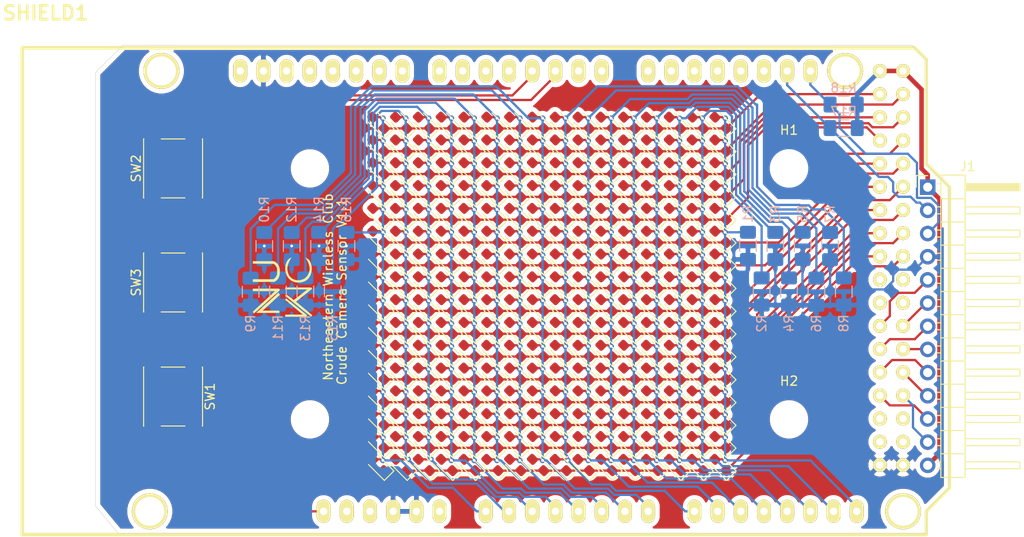
<source format=kicad_pcb>
(kicad_pcb (version 20171130) (host pcbnew "(5.1.5)-3")
  (title_block (title "Crude Camera Sensor") (date 2020-02-04) (rev 1.1) (company "Northeastern Wireless Club"))
  (layers (0 F.Cu signal) (31 B.Cu signal) (34 B.Paste user) (35 F.Paste user) (36 B.SilkS user) (37 F.SilkS user) (38 B.Mask user) (39 F.Mask user) (44 Edge.Cuts user))
  (net 0 "")
  (net 1 /Col0)
  (net 2 /Row0)
  (net 3 /Row1)
  (net 4 /Row2)
  (net 5 /Row3)
  (net 6 /Row4)
  (net 7 /Row5)
  (net 8 /Row6)
  (net 9 /Row7)
  (net 10 /Row8)
  (net 11 /Row9)
  (net 12 /Row10)
  (net 13 /Row11)
  (net 14 /Row12)
  (net 15 /Row13)
  (net 16 /Row14)
  (net 17 /Row15)
  (net 18 /Col1)
  (net 19 /Col2)
  (net 20 /Col3)
  (net 21 /Col4)
  (net 22 /Col5)
  (net 23 /Col6)
  (net 24 /Col7)
  (net 25 /Col8)
  (net 26 /Col9)
  (net 27 /Col10)
  (net 28 /Col11)
  (net 29 /Col12)
  (net 30 /Col13)
  (net 31 /Col14)
  (net 32 /Col15)
  (net 33 GND)
  (net 34 /RST)
  (net 35 "Net-(SHIELD1-Pad3)")
  (net 36 "Net-(SHIELD1-Pad2)")
  (net 37 +5V)
  (net 38 "Net-(J1-Pad12)")
  (net 39 "Net-(J1-Pad11)")
  (net 40 "Net-(J1-Pad10)")
  (net 41 "Net-(J1-Pad9)")
  (net 42 "Net-(J1-Pad8)")
  (net 43 "Net-(J1-Pad7)")
  (net 44 "Net-(J1-Pad6)")
  (net 45 "Net-(J1-Pad5)")
  (net 46 /SCL)
  (net 47 /SDA)
  (module Resistor_SMD:R_1206_3216Metric_Pad1.42x1.75mm_HandSolder (layer B.Cu) (at 233.4875 58 180)
    (fp_text reference R18 (at 0 1.82) (layer B.SilkS) (effects (justify mirror)))
    (fp_text value 4k7)
    (pad 2 smd roundrect (at 1.4875 0 180) (size 1.425 1.75) (layers B.Cu B.Paste B.Mask) (roundrect_rratio 0.175439) (net 46 /SCL))
    (pad 1 smd roundrect (at -1.4875 0 180) (size 1.425 1.75) (layers B.Cu B.Paste B.Mask) (roundrect_rratio 0.175439) (net 37 +5V))
  )
  (module Resistor_SMD:R_1206_3216Metric_Pad1.42x1.75mm_HandSolder (layer B.Cu) (at 233.4875 60.579 180)
    (fp_text reference R17 (at 0 1.82) (layer B.SilkS) (effects (justify mirror)))
    (fp_text value 4k7)
    (pad 2 smd roundrect (at 1.4875 0 180) (size 1.425 1.75) (layers B.Cu B.Paste B.Mask) (roundrect_rratio 0.175439) (net 47 /SDA))
    (pad 1 smd roundrect (at -1.4875 0 180) (size 1.425 1.75) (layers B.Cu B.Paste B.Mask) (roundrect_rratio 0.175439) (net 37 +5V))
  )
  (module Connector_PinHeader_2.54mm:PinHeader_1x13_P2.54mm_Horizontal (layer F.Cu) (at 242.697 67.056)
    (fp_text reference J1 (at 4.385 -2.27) (layer F.SilkS))
    (fp_text value GPIO)
    (pad 13 thru_hole oval (at 0 30.48) (size 1.7 1.7) (drill 1) (layers *.Cu *.Mask) (net 37 +5V))
    (pad 12 thru_hole oval (at 0 27.94) (size 1.7 1.7) (drill 1) (layers *.Cu *.Mask) (net 38 "Net-(J1-Pad12)"))
    (pad 11 thru_hole oval (at 0 25.4) (size 1.7 1.7) (drill 1) (layers *.Cu *.Mask) (net 39 "Net-(J1-Pad11)"))
    (pad 10 thru_hole oval (at 0 22.86) (size 1.7 1.7) (drill 1) (layers *.Cu *.Mask) (net 40 "Net-(J1-Pad10)"))
    (pad 9 thru_hole oval (at 0 20.32) (size 1.7 1.7) (drill 1) (layers *.Cu *.Mask) (net 41 "Net-(J1-Pad9)"))
    (pad 8 thru_hole oval (at 0 17.78) (size 1.7 1.7) (drill 1) (layers *.Cu *.Mask) (net 42 "Net-(J1-Pad8)"))
    (pad 7 thru_hole oval (at 0 15.24) (size 1.7 1.7) (drill 1) (layers *.Cu *.Mask) (net 43 "Net-(J1-Pad7)"))
    (pad 6 thru_hole oval (at 0 12.7) (size 1.7 1.7) (drill 1) (layers *.Cu *.Mask) (net 44 "Net-(J1-Pad6)"))
    (pad 5 thru_hole oval (at 0 10.16) (size 1.7 1.7) (drill 1) (layers *.Cu *.Mask) (net 45 "Net-(J1-Pad5)"))
    (pad 4 thru_hole oval (at 0 7.62) (size 1.7 1.7) (drill 1) (layers *.Cu *.Mask) (net 33 GND))
    (pad 3 thru_hole oval (at 0 5.08) (size 1.7 1.7) (drill 1) (layers *.Cu *.Mask) (net 46 /SCL))
    (pad 2 thru_hole oval (at 0 2.54) (size 1.7 1.7) (drill 1) (layers *.Cu *.Mask) (net 47 /SDA))
    (pad 1 thru_hole rect (at 0 0) (size 1.7 1.7) (drill 1) (layers *.Cu *.Mask) (net 37 +5V))
  )
  (module logo:WirelessClub (layer F.Cu) (at 172 78 90)
    (fp_text reference G1 hide)
    (fp_text value LOGO hide)
  )
  (module Button_Switch_SMD:SW_Push_1P1T_NO_6x6mm_H9.5mm (layer F.Cu) (at 160 77.5 90)
    (fp_text reference SW3 (at 0 -4.05 90) (layer F.SilkS))
    (fp_text value "Button 2")
    (pad 2 smd rect (at 3.975 2.25 90) (size 1.55 1.3) (layers F.Cu F.Paste F.Mask) (net 36 "Net-(SHIELD1-Pad2)"))
    (pad 1 smd rect (at 3.975 -2.25 90) (size 1.55 1.3) (layers F.Cu F.Paste F.Mask) (net 33 GND))
    (pad 1 smd rect (at -3.975 -2.25 90) (size 1.55 1.3) (layers F.Cu F.Paste F.Mask) (net 33 GND))
    (pad 2 smd rect (at -3.975 2.25 90) (size 1.55 1.3) (layers F.Cu F.Paste F.Mask) (net 36 "Net-(SHIELD1-Pad2)"))
  )
  (module Button_Switch_SMD:SW_Push_1P1T_NO_6x6mm_H9.5mm (layer F.Cu) (at 160 65 90)
    (fp_text reference SW2 (at 0 -4.05 90) (layer F.SilkS))
    (fp_text value "Button 3")
    (pad 2 smd rect (at 3.975 2.25 90) (size 1.55 1.3) (layers F.Cu F.Paste F.Mask) (net 35 "Net-(SHIELD1-Pad3)"))
    (pad 1 smd rect (at 3.975 -2.25 90) (size 1.55 1.3) (layers F.Cu F.Paste F.Mask) (net 33 GND))
    (pad 1 smd rect (at -3.975 -2.25 90) (size 1.55 1.3) (layers F.Cu F.Paste F.Mask) (net 33 GND))
    (pad 2 smd rect (at -3.975 2.25 90) (size 1.55 1.3) (layers F.Cu F.Paste F.Mask) (net 35 "Net-(SHIELD1-Pad3)"))
  )
  (module MountingHole:MountingHole_3.2mm_M3 (layer F.Cu) (at 175 92.5)
    (fp_text reference H4 hide)
    (fp_text value M3)
    (pad 1 np_thru_hole circle (at 0 0) (size 3.2 3.2) (drill 3.2) (layers *.Cu *.Mask))
  )
  (module MountingHole:MountingHole_3.2mm_M3 (layer F.Cu) (at 175 65)
    (fp_text reference H3 hide)
    (fp_text value M3)
    (pad 1 np_thru_hole circle (at 0 0) (size 3.2 3.2) (drill 3.2) (layers *.Cu *.Mask))
  )
  (module MountingHole:MountingHole_3.2mm_M3 (layer F.Cu) (at 227.5 92.5)
    (fp_text reference H2 (at 0 -4.2) (layer F.SilkS))
    (fp_text value M3)
    (pad 1 np_thru_hole circle (at 0 0) (size 3.2 3.2) (drill 3.2) (layers *.Cu *.Mask))
  )
  (module MountingHole:MountingHole_3.2mm_M3 (layer F.Cu) (at 227.5 65)
    (fp_text reference H1 (at 0 -4.2) (layer F.SilkS))
    (fp_text value M3)
    (pad 1 np_thru_hole circle (at 0 0) (size 3.2 3.2) (drill 3.2) (layers *.Cu *.Mask))
  )
  (module Button_Switch_SMD:SW_Push_1P1T_NO_6x6mm_H9.5mm (layer F.Cu) (at 160 90 270)
    (fp_text reference SW1 (at 0 -4.05 90) (layer F.SilkS))
    (fp_text value Reset)
    (pad 2 smd rect (at 3.975 2.25 270) (size 1.55 1.3) (layers F.Cu F.Paste F.Mask) (net 33 GND))
    (pad 1 smd rect (at 3.975 -2.25 270) (size 1.55 1.3) (layers F.Cu F.Paste F.Mask) (net 34 /RST))
    (pad 1 smd rect (at -3.975 -2.25 270) (size 1.55 1.3) (layers F.Cu F.Paste F.Mask) (net 34 /RST))
    (pad 2 smd rect (at -3.975 2.25 270) (size 1.55 1.3) (layers F.Cu F.Paste F.Mask) (net 33 GND))
  )
  (module Resistor_SMD:R_1206_3216Metric_Pad1.42x1.75mm_HandSolder (layer B.Cu) (at 179 73.5 270)
    (fp_text reference R16 (at -4 0 270) (layer B.SilkS) (effects (justify mirror)))
    (fp_text value 10k)
    (pad 2 smd roundrect (at 1.4875 0 270) (size 1.425 1.75) (layers B.Cu B.Paste B.Mask) (roundrect_rratio 0.175439) (net 33 GND))
    (pad 1 smd roundrect (at -1.4875 0 270) (size 1.425 1.75) (layers B.Cu B.Paste B.Mask) (roundrect_rratio 0.175439) (net 32 /Col15))
  )
  (module Resistor_SMD:R_1206_3216Metric_Pad1.42x1.75mm_HandSolder (layer B.Cu) (at 177.5 78.4875 270)
    (fp_text reference R15 (at 4.0125 0 270) (layer B.SilkS) (effects (justify mirror)))
    (fp_text value 10k)
    (pad 2 smd roundrect (at 1.4875 0 270) (size 1.425 1.75) (layers B.Cu B.Paste B.Mask) (roundrect_rratio 0.175439) (net 33 GND))
    (pad 1 smd roundrect (at -1.4875 0 270) (size 1.425 1.75) (layers B.Cu B.Paste B.Mask) (roundrect_rratio 0.175439) (net 31 /Col14))
  )
  (module Resistor_SMD:R_1206_3216Metric_Pad1.42x1.75mm_HandSolder (layer B.Cu) (at 176 73.4875 270)
    (fp_text reference R14 (at -3.9875 0 90) (layer B.SilkS) (effects (justify mirror)))
    (fp_text value 10k)
    (pad 2 smd roundrect (at 1.4875 0 270) (size 1.425 1.75) (layers B.Cu B.Paste B.Mask) (roundrect_rratio 0.175439) (net 33 GND))
    (pad 1 smd roundrect (at -1.4875 0 270) (size 1.425 1.75) (layers B.Cu B.Paste B.Mask) (roundrect_rratio 0.175439) (net 30 /Col13))
  )
  (module Resistor_SMD:R_1206_3216Metric_Pad1.42x1.75mm_HandSolder (layer B.Cu) (at 174.5 78.4875 270)
    (fp_text reference R13 (at 4.0125 0 90) (layer B.SilkS) (effects (justify mirror)))
    (fp_text value 10k)
    (pad 2 smd roundrect (at 1.4875 0 270) (size 1.425 1.75) (layers B.Cu B.Paste B.Mask) (roundrect_rratio 0.175439) (net 33 GND))
    (pad 1 smd roundrect (at -1.4875 0 270) (size 1.425 1.75) (layers B.Cu B.Paste B.Mask) (roundrect_rratio 0.175439) (net 29 /Col12))
  )
  (module Resistor_SMD:R_1206_3216Metric_Pad1.42x1.75mm_HandSolder (layer B.Cu) (at 173 73.5125 270)
    (fp_text reference R12 (at -4.0125 0 90) (layer B.SilkS) (effects (justify mirror)))
    (fp_text value 10k)
    (pad 2 smd roundrect (at 1.4875 0 270) (size 1.425 1.75) (layers B.Cu B.Paste B.Mask) (roundrect_rratio 0.175439) (net 33 GND))
    (pad 1 smd roundrect (at -1.4875 0 270) (size 1.425 1.75) (layers B.Cu B.Paste B.Mask) (roundrect_rratio 0.175439) (net 28 /Col11))
  )
  (module Resistor_SMD:R_1206_3216Metric_Pad1.42x1.75mm_HandSolder (layer B.Cu) (at 171.5 78.4875 270)
    (fp_text reference R11 (at 4.0125 0 270) (layer B.SilkS) (effects (justify mirror)))
    (fp_text value 10k)
    (pad 2 smd roundrect (at 1.4875 0 270) (size 1.425 1.75) (layers B.Cu B.Paste B.Mask) (roundrect_rratio 0.175439) (net 33 GND))
    (pad 1 smd roundrect (at -1.4875 0 270) (size 1.425 1.75) (layers B.Cu B.Paste B.Mask) (roundrect_rratio 0.175439) (net 27 /Col10))
  )
  (module Resistor_SMD:R_1206_3216Metric_Pad1.42x1.75mm_HandSolder (layer B.Cu) (at 170 73.5125 270)
    (fp_text reference R10 (at -4.0125 0 270) (layer B.SilkS) (effects (justify mirror)))
    (fp_text value 10k)
    (pad 2 smd roundrect (at 1.4875 0 270) (size 1.425 1.75) (layers B.Cu B.Paste B.Mask) (roundrect_rratio 0.175439) (net 33 GND))
    (pad 1 smd roundrect (at -1.4875 0 270) (size 1.425 1.75) (layers B.Cu B.Paste B.Mask) (roundrect_rratio 0.175439) (net 26 /Col9))
  )
  (module Resistor_SMD:R_1206_3216Metric_Pad1.42x1.75mm_HandSolder (layer B.Cu) (at 168.5 78.5125 270)
    (fp_text reference R9 (at 3.4875 0 90) (layer B.SilkS) (effects (justify mirror)))
    (fp_text value 10k)
    (pad 2 smd roundrect (at 1.4875 0 270) (size 1.425 1.75) (layers B.Cu B.Paste B.Mask) (roundrect_rratio 0.175439) (net 33 GND))
    (pad 1 smd roundrect (at -1.4875 0 270) (size 1.425 1.75) (layers B.Cu B.Paste B.Mask) (roundrect_rratio 0.175439) (net 25 /Col8))
  )
  (module Resistor_SMD:R_1206_3216Metric_Pad1.42x1.75mm_HandSolder (layer B.Cu) (at 233.5 78.4875 270)
    (fp_text reference R8 (at 3.4875 0 270) (layer B.SilkS) (effects (justify mirror)))
    (fp_text value 10k)
    (pad 2 smd roundrect (at 1.4875 0 270) (size 1.425 1.75) (layers B.Cu B.Paste B.Mask) (roundrect_rratio 0.175439) (net 33 GND))
    (pad 1 smd roundrect (at -1.4875 0 270) (size 1.425 1.75) (layers B.Cu B.Paste B.Mask) (roundrect_rratio 0.175439) (net 24 /Col7))
  )
  (module Resistor_SMD:R_1206_3216Metric_Pad1.42x1.75mm_HandSolder (layer B.Cu) (at 232 73.5125 270)
    (fp_text reference R7 (at -3.5125 0 90) (layer B.SilkS) (effects (justify mirror)))
    (fp_text value 10k)
    (pad 2 smd roundrect (at 1.4875 0 270) (size 1.425 1.75) (layers B.Cu B.Paste B.Mask) (roundrect_rratio 0.175439) (net 33 GND))
    (pad 1 smd roundrect (at -1.4875 0 270) (size 1.425 1.75) (layers B.Cu B.Paste B.Mask) (roundrect_rratio 0.175439) (net 23 /Col6))
  )
  (module Resistor_SMD:R_1206_3216Metric_Pad1.42x1.75mm_HandSolder (layer B.Cu) (at 230.5 78.5125 270)
    (fp_text reference R6 (at 3.4875 0 90) (layer B.SilkS) (effects (justify mirror)))
    (fp_text value 10k)
    (pad 2 smd roundrect (at 1.4875 0 270) (size 1.425 1.75) (layers B.Cu B.Paste B.Mask) (roundrect_rratio 0.175439) (net 33 GND))
    (pad 1 smd roundrect (at -1.4875 0 270) (size 1.425 1.75) (layers B.Cu B.Paste B.Mask) (roundrect_rratio 0.175439) (net 22 /Col5))
  )
  (module Resistor_SMD:R_1206_3216Metric_Pad1.42x1.75mm_HandSolder (layer B.Cu) (at 229 73.4875 270)
    (fp_text reference R5 (at -3.4875 0 90) (layer B.SilkS) (effects (justify mirror)))
    (fp_text value 10k)
    (pad 2 smd roundrect (at 1.4875 0 270) (size 1.425 1.75) (layers B.Cu B.Paste B.Mask) (roundrect_rratio 0.175439) (net 33 GND))
    (pad 1 smd roundrect (at -1.4875 0 270) (size 1.425 1.75) (layers B.Cu B.Paste B.Mask) (roundrect_rratio 0.175439) (net 21 /Col4))
  )
  (module Resistor_SMD:R_1206_3216Metric_Pad1.42x1.75mm_HandSolder (layer B.Cu) (at 227.5 78.4875 270)
    (fp_text reference R4 (at 3.5125 0 270) (layer B.SilkS) (effects (justify mirror)))
    (fp_text value 10k)
    (pad 2 smd roundrect (at 1.4875 0 270) (size 1.425 1.75) (layers B.Cu B.Paste B.Mask) (roundrect_rratio 0.175439) (net 33 GND))
    (pad 1 smd roundrect (at -1.4875 0 270) (size 1.425 1.75) (layers B.Cu B.Paste B.Mask) (roundrect_rratio 0.175439) (net 20 /Col3))
  )
  (module Resistor_SMD:R_1206_3216Metric_Pad1.42x1.75mm_HandSolder (layer B.Cu) (at 226 73.5 270)
    (fp_text reference R3 (at -3.4875 0 270) (layer B.SilkS) (effects (justify mirror)))
    (fp_text value 10k)
    (pad 2 smd roundrect (at 1.4875 0 270) (size 1.425 1.75) (layers B.Cu B.Paste B.Mask) (roundrect_rratio 0.175439) (net 33 GND))
    (pad 1 smd roundrect (at -1.4875 0 270) (size 1.425 1.75) (layers B.Cu B.Paste B.Mask) (roundrect_rratio 0.175439) (net 19 /Col2))
  )
  (module Resistor_SMD:R_1206_3216Metric_Pad1.42x1.75mm_HandSolder (layer B.Cu) (at 224.5 78.4875 270)
    (fp_text reference R2 (at 3.5125 0 270) (layer B.SilkS) (effects (justify mirror)))
    (fp_text value 10k)
    (pad 2 smd roundrect (at 1.4875 0 270) (size 1.425 1.75) (layers B.Cu B.Paste B.Mask) (roundrect_rratio 0.175439) (net 33 GND))
    (pad 1 smd roundrect (at -1.4875 0 270) (size 1.425 1.75) (layers B.Cu B.Paste B.Mask) (roundrect_rratio 0.175439) (net 18 /Col1))
  )
  (module Resistor_SMD:R_1206_3216Metric_Pad1.42x1.75mm_HandSolder (layer B.Cu) (at 223 73.4875 270)
    (fp_text reference R1 (at -3.4875 0 270) (layer B.SilkS) (effects (justify mirror)))
    (fp_text value 10k)
    (pad 2 smd roundrect (at 1.4875 0 270) (size 1.425 1.75) (layers B.Cu B.Paste B.Mask) (roundrect_rratio 0.175439) (net 33 GND))
    (pad 1 smd roundrect (at -1.4875 0 270) (size 1.425 1.75) (layers B.Cu B.Paste B.Mask) (roundrect_rratio 0.175439) (net 1 /Col0))
  )
  (module LED_SMD:LED_0603_1608Metric_Pad1.05x0.95mm_HandSolder (layer F.Cu) (at 182.5 97.5 135)
    (fp_text reference Q256 hide)
    (fp_text value ALS-PT19)
    (pad 2 smd roundrect (at 0.875 0 135) (size 1.05 0.95) (layers F.Cu F.Paste F.Mask) (net 32 /Col15))
    (pad 1 smd roundrect (at -0.875 0 135) (size 1.05 0.95) (layers F.Cu F.Paste F.Mask) (net 17 /Row15))
  )
  (module LED_SMD:LED_0603_1608Metric_Pad1.05x0.95mm_HandSolder (layer F.Cu) (at 182.5 95 135)
    (fp_text reference Q255 hide)
    (fp_text value ALS-PT19)
    (pad 2 smd roundrect (at 0.875 0 135) (size 1.05 0.95) (layers F.Cu F.Paste F.Mask) (net 32 /Col15))
    (pad 1 smd roundrect (at -0.875 0 135) (size 1.05 0.95) (layers F.Cu F.Paste F.Mask) (net 16 /Row14))
  )
  (module LED_SMD:LED_0603_1608Metric_Pad1.05x0.95mm_HandSolder (layer F.Cu) (at 182.5 92.5 135)
    (fp_text reference Q254 hide)
    (fp_text value ALS-PT19)
    (pad 2 smd roundrect (at 0.875 0 135) (size 1.05 0.95) (layers F.Cu F.Paste F.Mask) (net 32 /Col15))
    (pad 1 smd roundrect (at -0.875 0 135) (size 1.05 0.95) (layers F.Cu F.Paste F.Mask) (net 15 /Row13))
  )
  (module LED_SMD:LED_0603_1608Metric_Pad1.05x0.95mm_HandSolder (layer F.Cu) (at 182.5 90 135)
    (fp_text reference Q253 hide)
    (fp_text value ALS-PT19)
    (pad 2 smd roundrect (at 0.875 0 135) (size 1.05 0.95) (layers F.Cu F.Paste F.Mask) (net 32 /Col15))
    (pad 1 smd roundrect (at -0.875 0 135) (size 1.05 0.95) (layers F.Cu F.Paste F.Mask) (net 14 /Row12))
  )
  (module LED_SMD:LED_0603_1608Metric_Pad1.05x0.95mm_HandSolder (layer F.Cu) (at 182.5 87.5 135)
    (fp_text reference Q252 hide)
    (fp_text value ALS-PT19)
    (pad 2 smd roundrect (at 0.875 0 135) (size 1.05 0.95) (layers F.Cu F.Paste F.Mask) (net 32 /Col15))
    (pad 1 smd roundrect (at -0.875 0 135) (size 1.05 0.95) (layers F.Cu F.Paste F.Mask) (net 13 /Row11))
  )
  (module LED_SMD:LED_0603_1608Metric_Pad1.05x0.95mm_HandSolder (layer F.Cu) (at 182.5 85 135)
    (fp_text reference Q251 hide)
    (fp_text value ALS-PT19)
    (pad 2 smd roundrect (at 0.875 0 135) (size 1.05 0.95) (layers F.Cu F.Paste F.Mask) (net 32 /Col15))
    (pad 1 smd roundrect (at -0.875 0 135) (size 1.05 0.95) (layers F.Cu F.Paste F.Mask) (net 12 /Row10))
  )
  (module LED_SMD:LED_0603_1608Metric_Pad1.05x0.95mm_HandSolder (layer F.Cu) (at 182.5 82.5 135)
    (fp_text reference Q250 hide)
    (fp_text value ALS-PT19)
    (pad 2 smd roundrect (at 0.875 0 135) (size 1.05 0.95) (layers F.Cu F.Paste F.Mask) (net 32 /Col15))
    (pad 1 smd roundrect (at -0.875 0 135) (size 1.05 0.95) (layers F.Cu F.Paste F.Mask) (net 11 /Row9))
  )
  (module LED_SMD:LED_0603_1608Metric_Pad1.05x0.95mm_HandSolder (layer F.Cu) (at 182.5 80 135)
    (fp_text reference Q249 hide)
    (fp_text value ALS-PT19)
    (pad 2 smd roundrect (at 0.875 0 135) (size 1.05 0.95) (layers F.Cu F.Paste F.Mask) (net 32 /Col15))
    (pad 1 smd roundrect (at -0.875 0 135) (size 1.05 0.95) (layers F.Cu F.Paste F.Mask) (net 10 /Row8))
  )
  (module LED_SMD:LED_0603_1608Metric_Pad1.05x0.95mm_HandSolder (layer F.Cu) (at 182.5 77.5 135)
    (fp_text reference Q248 hide)
    (fp_text value ALS-PT19)
    (pad 2 smd roundrect (at 0.875 0 135) (size 1.05 0.95) (layers F.Cu F.Paste F.Mask) (net 32 /Col15))
    (pad 1 smd roundrect (at -0.875 0 135) (size 1.05 0.95) (layers F.Cu F.Paste F.Mask) (net 9 /Row7))
  )
  (module LED_SMD:LED_0603_1608Metric_Pad1.05x0.95mm_HandSolder (layer F.Cu) (at 182.5 75 135)
    (fp_text reference Q247 hide)
    (fp_text value ALS-PT19)
    (pad 2 smd roundrect (at 0.875 0 135) (size 1.05 0.95) (layers F.Cu F.Paste F.Mask) (net 32 /Col15))
    (pad 1 smd roundrect (at -0.875 0 135) (size 1.05 0.95) (layers F.Cu F.Paste F.Mask) (net 8 /Row6))
  )
  (module LED_SMD:LED_0603_1608Metric_Pad1.05x0.95mm_HandSolder (layer F.Cu) (at 182.5 72.5 135)
    (fp_text reference Q246 hide)
    (fp_text value ALS-PT19)
    (pad 2 smd roundrect (at 0.875 0 135) (size 1.05 0.95) (layers F.Cu F.Paste F.Mask) (net 32 /Col15))
    (pad 1 smd roundrect (at -0.875 0 135) (size 1.05 0.95) (layers F.Cu F.Paste F.Mask) (net 7 /Row5))
  )
  (module LED_SMD:LED_0603_1608Metric_Pad1.05x0.95mm_HandSolder (layer F.Cu) (at 182.5 70 135)
    (fp_text reference Q245 hide)
    (fp_text value ALS-PT19)
    (pad 2 smd roundrect (at 0.875 0 135) (size 1.05 0.95) (layers F.Cu F.Paste F.Mask) (net 32 /Col15))
    (pad 1 smd roundrect (at -0.875 0 135) (size 1.05 0.95) (layers F.Cu F.Paste F.Mask) (net 6 /Row4))
  )
  (module LED_SMD:LED_0603_1608Metric_Pad1.05x0.95mm_HandSolder (layer F.Cu) (at 182.5 67.5 135)
    (fp_text reference Q244 hide)
    (fp_text value ALS-PT19)
    (pad 2 smd roundrect (at 0.875 0 135) (size 1.05 0.95) (layers F.Cu F.Paste F.Mask) (net 32 /Col15))
    (pad 1 smd roundrect (at -0.875 0 135) (size 1.05 0.95) (layers F.Cu F.Paste F.Mask) (net 5 /Row3))
  )
  (module LED_SMD:LED_0603_1608Metric_Pad1.05x0.95mm_HandSolder (layer F.Cu) (at 182.5 65 135)
    (fp_text reference Q243 hide)
    (fp_text value ALS-PT19)
    (pad 2 smd roundrect (at 0.875 0 135) (size 1.05 0.95) (layers F.Cu F.Paste F.Mask) (net 32 /Col15))
    (pad 1 smd roundrect (at -0.875 0 135) (size 1.05 0.95) (layers F.Cu F.Paste F.Mask) (net 4 /Row2))
  )
  (module LED_SMD:LED_0603_1608Metric_Pad1.05x0.95mm_HandSolder (layer F.Cu) (at 182.5 62.5 135)
    (fp_text reference Q242 hide)
    (fp_text value ALS-PT19)
    (pad 2 smd roundrect (at 0.875 0 135) (size 1.05 0.95) (layers F.Cu F.Paste F.Mask) (net 32 /Col15))
    (pad 1 smd roundrect (at -0.875 0 135) (size 1.05 0.95) (layers F.Cu F.Paste F.Mask) (net 3 /Row1))
  )
  (module LED_SMD:LED_0603_1608Metric_Pad1.05x0.95mm_HandSolder (layer F.Cu) (at 182.5 60 135)
    (fp_text reference Q241 hide)
    (fp_text value ALS-PT19)
    (pad 2 smd roundrect (at 0.875 0 135) (size 1.05 0.95) (layers F.Cu F.Paste F.Mask) (net 32 /Col15))
    (pad 1 smd roundrect (at -0.875 0 135) (size 1.05 0.95) (layers F.Cu F.Paste F.Mask) (net 2 /Row0))
  )
  (module LED_SMD:LED_0603_1608Metric_Pad1.05x0.95mm_HandSolder (layer F.Cu) (at 185 97.5 135)
    (fp_text reference Q240 hide)
    (fp_text value ALS-PT19)
    (pad 2 smd roundrect (at 0.875 0 135) (size 1.05 0.95) (layers F.Cu F.Paste F.Mask) (net 31 /Col14))
    (pad 1 smd roundrect (at -0.875 0 135) (size 1.05 0.95) (layers F.Cu F.Paste F.Mask) (net 17 /Row15))
  )
  (module LED_SMD:LED_0603_1608Metric_Pad1.05x0.95mm_HandSolder (layer F.Cu) (at 185 95 135)
    (fp_text reference Q239 hide)
    (fp_text value ALS-PT19)
    (pad 2 smd roundrect (at 0.875 0 135) (size 1.05 0.95) (layers F.Cu F.Paste F.Mask) (net 31 /Col14))
    (pad 1 smd roundrect (at -0.875 0 135) (size 1.05 0.95) (layers F.Cu F.Paste F.Mask) (net 16 /Row14))
  )
  (module LED_SMD:LED_0603_1608Metric_Pad1.05x0.95mm_HandSolder (layer F.Cu) (at 185 92.5 135)
    (fp_text reference Q238 hide)
    (fp_text value ALS-PT19)
    (pad 2 smd roundrect (at 0.875 0 135) (size 1.05 0.95) (layers F.Cu F.Paste F.Mask) (net 31 /Col14))
    (pad 1 smd roundrect (at -0.875 0 135) (size 1.05 0.95) (layers F.Cu F.Paste F.Mask) (net 15 /Row13))
  )
  (module LED_SMD:LED_0603_1608Metric_Pad1.05x0.95mm_HandSolder (layer F.Cu) (at 185 90 135)
    (fp_text reference Q237 hide)
    (fp_text value ALS-PT19)
    (pad 2 smd roundrect (at 0.875 0 135) (size 1.05 0.95) (layers F.Cu F.Paste F.Mask) (net 31 /Col14))
    (pad 1 smd roundrect (at -0.875 0 135) (size 1.05 0.95) (layers F.Cu F.Paste F.Mask) (net 14 /Row12))
  )
  (module LED_SMD:LED_0603_1608Metric_Pad1.05x0.95mm_HandSolder (layer F.Cu) (at 185 87.5 135)
    (fp_text reference Q236 hide)
    (fp_text value ALS-PT19)
    (pad 2 smd roundrect (at 0.875 0 135) (size 1.05 0.95) (layers F.Cu F.Paste F.Mask) (net 31 /Col14))
    (pad 1 smd roundrect (at -0.875 0 135) (size 1.05 0.95) (layers F.Cu F.Paste F.Mask) (net 13 /Row11))
  )
  (module LED_SMD:LED_0603_1608Metric_Pad1.05x0.95mm_HandSolder (layer F.Cu) (at 185 85 135)
    (fp_text reference Q235 hide)
    (fp_text value ALS-PT19)
    (pad 2 smd roundrect (at 0.875 0 135) (size 1.05 0.95) (layers F.Cu F.Paste F.Mask) (net 31 /Col14))
    (pad 1 smd roundrect (at -0.875 0 135) (size 1.05 0.95) (layers F.Cu F.Paste F.Mask) (net 12 /Row10))
  )
  (module LED_SMD:LED_0603_1608Metric_Pad1.05x0.95mm_HandSolder (layer F.Cu) (at 185 82.5 135)
    (fp_text reference Q234 hide)
    (fp_text value ALS-PT19)
    (pad 2 smd roundrect (at 0.875 0 135) (size 1.05 0.95) (layers F.Cu F.Paste F.Mask) (net 31 /Col14))
    (pad 1 smd roundrect (at -0.875 0 135) (size 1.05 0.95) (layers F.Cu F.Paste F.Mask) (net 11 /Row9))
  )
  (module LED_SMD:LED_0603_1608Metric_Pad1.05x0.95mm_HandSolder (layer F.Cu) (at 185 80 135)
    (fp_text reference Q233 hide)
    (fp_text value ALS-PT19)
    (pad 2 smd roundrect (at 0.875 0 135) (size 1.05 0.95) (layers F.Cu F.Paste F.Mask) (net 31 /Col14))
    (pad 1 smd roundrect (at -0.875 0 135) (size 1.05 0.95) (layers F.Cu F.Paste F.Mask) (net 10 /Row8))
  )
  (module LED_SMD:LED_0603_1608Metric_Pad1.05x0.95mm_HandSolder (layer F.Cu) (at 185 77.5 135)
    (fp_text reference Q232 hide)
    (fp_text value ALS-PT19)
    (pad 2 smd roundrect (at 0.875 0 135) (size 1.05 0.95) (layers F.Cu F.Paste F.Mask) (net 31 /Col14))
    (pad 1 smd roundrect (at -0.875 0 135) (size 1.05 0.95) (layers F.Cu F.Paste F.Mask) (net 9 /Row7))
  )
  (module LED_SMD:LED_0603_1608Metric_Pad1.05x0.95mm_HandSolder (layer F.Cu) (at 185 75 135)
    (fp_text reference Q231 hide)
    (fp_text value ALS-PT19)
    (pad 2 smd roundrect (at 0.875 0 135) (size 1.05 0.95) (layers F.Cu F.Paste F.Mask) (net 31 /Col14))
    (pad 1 smd roundrect (at -0.875 0 135) (size 1.05 0.95) (layers F.Cu F.Paste F.Mask) (net 8 /Row6))
  )
  (module LED_SMD:LED_0603_1608Metric_Pad1.05x0.95mm_HandSolder (layer F.Cu) (at 185 72.5 135)
    (fp_text reference Q230 hide)
    (fp_text value ALS-PT19)
    (pad 2 smd roundrect (at 0.875 0 135) (size 1.05 0.95) (layers F.Cu F.Paste F.Mask) (net 31 /Col14))
    (pad 1 smd roundrect (at -0.875 0 135) (size 1.05 0.95) (layers F.Cu F.Paste F.Mask) (net 7 /Row5))
  )
  (module LED_SMD:LED_0603_1608Metric_Pad1.05x0.95mm_HandSolder (layer F.Cu) (at 185 70 135)
    (fp_text reference Q229 hide)
    (fp_text value ALS-PT19)
    (pad 2 smd roundrect (at 0.875 0 135) (size 1.05 0.95) (layers F.Cu F.Paste F.Mask) (net 31 /Col14))
    (pad 1 smd roundrect (at -0.875 0 135) (size 1.05 0.95) (layers F.Cu F.Paste F.Mask) (net 6 /Row4))
  )
  (module LED_SMD:LED_0603_1608Metric_Pad1.05x0.95mm_HandSolder (layer F.Cu) (at 185 67.5 135)
    (fp_text reference Q228 hide)
    (fp_text value ALS-PT19)
    (pad 2 smd roundrect (at 0.875 0 135) (size 1.05 0.95) (layers F.Cu F.Paste F.Mask) (net 31 /Col14))
    (pad 1 smd roundrect (at -0.875 0 135) (size 1.05 0.95) (layers F.Cu F.Paste F.Mask) (net 5 /Row3))
  )
  (module LED_SMD:LED_0603_1608Metric_Pad1.05x0.95mm_HandSolder (layer F.Cu) (at 185 65 135)
    (fp_text reference Q227 hide)
    (fp_text value ALS-PT19)
    (pad 2 smd roundrect (at 0.875 0 135) (size 1.05 0.95) (layers F.Cu F.Paste F.Mask) (net 31 /Col14))
    (pad 1 smd roundrect (at -0.875 0 135) (size 1.05 0.95) (layers F.Cu F.Paste F.Mask) (net 4 /Row2))
  )
  (module LED_SMD:LED_0603_1608Metric_Pad1.05x0.95mm_HandSolder (layer F.Cu) (at 185 62.5 135)
    (fp_text reference Q226 hide)
    (fp_text value ALS-PT19)
    (pad 2 smd roundrect (at 0.875 0 135) (size 1.05 0.95) (layers F.Cu F.Paste F.Mask) (net 31 /Col14))
    (pad 1 smd roundrect (at -0.875 0 135) (size 1.05 0.95) (layers F.Cu F.Paste F.Mask) (net 3 /Row1))
  )
  (module LED_SMD:LED_0603_1608Metric_Pad1.05x0.95mm_HandSolder (layer F.Cu) (at 185 60 135)
    (fp_text reference Q225 hide)
    (fp_text value ALS-PT19)
    (pad 2 smd roundrect (at 0.875 0 135) (size 1.05 0.95) (layers F.Cu F.Paste F.Mask) (net 31 /Col14))
    (pad 1 smd roundrect (at -0.875 0 135) (size 1.05 0.95) (layers F.Cu F.Paste F.Mask) (net 2 /Row0))
  )
  (module LED_SMD:LED_0603_1608Metric_Pad1.05x0.95mm_HandSolder (layer F.Cu) (at 187.5 97.5 135)
    (fp_text reference Q224 hide)
    (fp_text value ALS-PT19)
    (pad 2 smd roundrect (at 0.875 0 135) (size 1.05 0.95) (layers F.Cu F.Paste F.Mask) (net 30 /Col13))
    (pad 1 smd roundrect (at -0.875 0 135) (size 1.05 0.95) (layers F.Cu F.Paste F.Mask) (net 17 /Row15))
  )
  (module LED_SMD:LED_0603_1608Metric_Pad1.05x0.95mm_HandSolder (layer F.Cu) (at 187.5 95 135)
    (fp_text reference Q223 hide)
    (fp_text value ALS-PT19)
    (pad 2 smd roundrect (at 0.875 0 135) (size 1.05 0.95) (layers F.Cu F.Paste F.Mask) (net 30 /Col13))
    (pad 1 smd roundrect (at -0.875 0 135) (size 1.05 0.95) (layers F.Cu F.Paste F.Mask) (net 16 /Row14))
  )
  (module LED_SMD:LED_0603_1608Metric_Pad1.05x0.95mm_HandSolder (layer F.Cu) (at 187.5 92.5 135)
    (fp_text reference Q222 hide)
    (fp_text value ALS-PT19)
    (pad 2 smd roundrect (at 0.875 0 135) (size 1.05 0.95) (layers F.Cu F.Paste F.Mask) (net 30 /Col13))
    (pad 1 smd roundrect (at -0.875 0 135) (size 1.05 0.95) (layers F.Cu F.Paste F.Mask) (net 15 /Row13))
  )
  (module LED_SMD:LED_0603_1608Metric_Pad1.05x0.95mm_HandSolder (layer F.Cu) (at 187.5 90 135)
    (fp_text reference Q221 hide)
    (fp_text value ALS-PT19)
    (pad 2 smd roundrect (at 0.875 0 135) (size 1.05 0.95) (layers F.Cu F.Paste F.Mask) (net 30 /Col13))
    (pad 1 smd roundrect (at -0.875 0 135) (size 1.05 0.95) (layers F.Cu F.Paste F.Mask) (net 14 /Row12))
  )
  (module LED_SMD:LED_0603_1608Metric_Pad1.05x0.95mm_HandSolder (layer F.Cu) (at 187.5 87.5 135)
    (fp_text reference Q220 hide)
    (fp_text value ALS-PT19)
    (pad 2 smd roundrect (at 0.875 0 135) (size 1.05 0.95) (layers F.Cu F.Paste F.Mask) (net 30 /Col13))
    (pad 1 smd roundrect (at -0.875 0 135) (size 1.05 0.95) (layers F.Cu F.Paste F.Mask) (net 13 /Row11))
  )
  (module LED_SMD:LED_0603_1608Metric_Pad1.05x0.95mm_HandSolder (layer F.Cu) (at 187.5 85 135)
    (fp_text reference Q219 hide)
    (fp_text value ALS-PT19)
    (pad 2 smd roundrect (at 0.875 0 135) (size 1.05 0.95) (layers F.Cu F.Paste F.Mask) (net 30 /Col13))
    (pad 1 smd roundrect (at -0.875 0 135) (size 1.05 0.95) (layers F.Cu F.Paste F.Mask) (net 12 /Row10))
  )
  (module LED_SMD:LED_0603_1608Metric_Pad1.05x0.95mm_HandSolder (layer F.Cu) (at 187.5 82.5 135)
    (fp_text reference Q218 hide)
    (fp_text value ALS-PT19)
    (pad 2 smd roundrect (at 0.875 0 135) (size 1.05 0.95) (layers F.Cu F.Paste F.Mask) (net 30 /Col13))
    (pad 1 smd roundrect (at -0.875 0 135) (size 1.05 0.95) (layers F.Cu F.Paste F.Mask) (net 11 /Row9))
  )
  (module LED_SMD:LED_0603_1608Metric_Pad1.05x0.95mm_HandSolder (layer F.Cu) (at 187.5 80 135)
    (fp_text reference Q217 hide)
    (fp_text value ALS-PT19)
    (pad 2 smd roundrect (at 0.875 0 135) (size 1.05 0.95) (layers F.Cu F.Paste F.Mask) (net 30 /Col13))
    (pad 1 smd roundrect (at -0.875 0 135) (size 1.05 0.95) (layers F.Cu F.Paste F.Mask) (net 10 /Row8))
  )
  (module LED_SMD:LED_0603_1608Metric_Pad1.05x0.95mm_HandSolder (layer F.Cu) (at 187.5 77.5 135)
    (fp_text reference Q216 hide)
    (fp_text value ALS-PT19)
    (pad 2 smd roundrect (at 0.875 0 135) (size 1.05 0.95) (layers F.Cu F.Paste F.Mask) (net 30 /Col13))
    (pad 1 smd roundrect (at -0.875 0 135) (size 1.05 0.95) (layers F.Cu F.Paste F.Mask) (net 9 /Row7))
  )
  (module LED_SMD:LED_0603_1608Metric_Pad1.05x0.95mm_HandSolder (layer F.Cu) (at 187.5 75 135)
    (fp_text reference Q215 hide)
    (fp_text value ALS-PT19)
    (pad 2 smd roundrect (at 0.875 0 135) (size 1.05 0.95) (layers F.Cu F.Paste F.Mask) (net 30 /Col13))
    (pad 1 smd roundrect (at -0.875 0 135) (size 1.05 0.95) (layers F.Cu F.Paste F.Mask) (net 8 /Row6))
  )
  (module LED_SMD:LED_0603_1608Metric_Pad1.05x0.95mm_HandSolder (layer F.Cu) (at 187.5 72.5 135)
    (fp_text reference Q214 hide)
    (fp_text value ALS-PT19)
    (pad 2 smd roundrect (at 0.875 0 135) (size 1.05 0.95) (layers F.Cu F.Paste F.Mask) (net 30 /Col13))
    (pad 1 smd roundrect (at -0.875 0 135) (size 1.05 0.95) (layers F.Cu F.Paste F.Mask) (net 7 /Row5))
  )
  (module LED_SMD:LED_0603_1608Metric_Pad1.05x0.95mm_HandSolder (layer F.Cu) (at 187.5 70 135)
    (fp_text reference Q213 hide)
    (fp_text value ALS-PT19)
    (pad 2 smd roundrect (at 0.875 0 135) (size 1.05 0.95) (layers F.Cu F.Paste F.Mask) (net 30 /Col13))
    (pad 1 smd roundrect (at -0.875 0 135) (size 1.05 0.95) (layers F.Cu F.Paste F.Mask) (net 6 /Row4))
  )
  (module LED_SMD:LED_0603_1608Metric_Pad1.05x0.95mm_HandSolder (layer F.Cu) (at 187.5 67.5 135)
    (fp_text reference Q212 hide)
    (fp_text value ALS-PT19)
    (pad 2 smd roundrect (at 0.875 0 135) (size 1.05 0.95) (layers F.Cu F.Paste F.Mask) (net 30 /Col13))
    (pad 1 smd roundrect (at -0.875 0 135) (size 1.05 0.95) (layers F.Cu F.Paste F.Mask) (net 5 /Row3))
  )
  (module LED_SMD:LED_0603_1608Metric_Pad1.05x0.95mm_HandSolder (layer F.Cu) (at 187.5 65 135)
    (fp_text reference Q211 hide)
    (fp_text value ALS-PT19)
    (pad 2 smd roundrect (at 0.875 0 135) (size 1.05 0.95) (layers F.Cu F.Paste F.Mask) (net 30 /Col13))
    (pad 1 smd roundrect (at -0.875 0 135) (size 1.05 0.95) (layers F.Cu F.Paste F.Mask) (net 4 /Row2))
  )
  (module LED_SMD:LED_0603_1608Metric_Pad1.05x0.95mm_HandSolder (layer F.Cu) (at 187.5 62.5 135)
    (fp_text reference Q210 hide)
    (fp_text value ALS-PT19)
    (pad 2 smd roundrect (at 0.875 0 135) (size 1.05 0.95) (layers F.Cu F.Paste F.Mask) (net 30 /Col13))
    (pad 1 smd roundrect (at -0.875 0 135) (size 1.05 0.95) (layers F.Cu F.Paste F.Mask) (net 3 /Row1))
  )
  (module LED_SMD:LED_0603_1608Metric_Pad1.05x0.95mm_HandSolder (layer F.Cu) (at 187.5 60 135)
    (fp_text reference Q209 hide)
    (fp_text value ALS-PT19)
    (pad 2 smd roundrect (at 0.875 0 135) (size 1.05 0.95) (layers F.Cu F.Paste F.Mask) (net 30 /Col13))
    (pad 1 smd roundrect (at -0.875 0 135) (size 1.05 0.95) (layers F.Cu F.Paste F.Mask) (net 2 /Row0))
  )
  (module LED_SMD:LED_0603_1608Metric_Pad1.05x0.95mm_HandSolder (layer F.Cu) (at 190 97.5 135)
    (fp_text reference Q208 hide)
    (fp_text value ALS-PT19)
    (pad 2 smd roundrect (at 0.875 0 135) (size 1.05 0.95) (layers F.Cu F.Paste F.Mask) (net 29 /Col12))
    (pad 1 smd roundrect (at -0.875 0 135) (size 1.05 0.95) (layers F.Cu F.Paste F.Mask) (net 17 /Row15))
  )
  (module LED_SMD:LED_0603_1608Metric_Pad1.05x0.95mm_HandSolder (layer F.Cu) (at 190 95 135)
    (fp_text reference Q207 hide)
    (fp_text value ALS-PT19)
    (pad 2 smd roundrect (at 0.875 0 135) (size 1.05 0.95) (layers F.Cu F.Paste F.Mask) (net 29 /Col12))
    (pad 1 smd roundrect (at -0.875 0 135) (size 1.05 0.95) (layers F.Cu F.Paste F.Mask) (net 16 /Row14))
  )
  (module LED_SMD:LED_0603_1608Metric_Pad1.05x0.95mm_HandSolder (layer F.Cu) (at 190 92.5 135)
    (fp_text reference Q206 hide)
    (fp_text value ALS-PT19)
    (pad 2 smd roundrect (at 0.875 0 135) (size 1.05 0.95) (layers F.Cu F.Paste F.Mask) (net 29 /Col12))
    (pad 1 smd roundrect (at -0.875 0 135) (size 1.05 0.95) (layers F.Cu F.Paste F.Mask) (net 15 /Row13))
  )
  (module LED_SMD:LED_0603_1608Metric_Pad1.05x0.95mm_HandSolder (layer F.Cu) (at 190 90 135)
    (fp_text reference Q205 hide)
    (fp_text value ALS-PT19)
    (pad 2 smd roundrect (at 0.875 0 135) (size 1.05 0.95) (layers F.Cu F.Paste F.Mask) (net 29 /Col12))
    (pad 1 smd roundrect (at -0.875 0 135) (size 1.05 0.95) (layers F.Cu F.Paste F.Mask) (net 14 /Row12))
  )
  (module LED_SMD:LED_0603_1608Metric_Pad1.05x0.95mm_HandSolder (layer F.Cu) (at 190 87.5 135)
    (fp_text reference Q204 hide)
    (fp_text value ALS-PT19)
    (pad 2 smd roundrect (at 0.875 0 135) (size 1.05 0.95) (layers F.Cu F.Paste F.Mask) (net 29 /Col12))
    (pad 1 smd roundrect (at -0.875 0 135) (size 1.05 0.95) (layers F.Cu F.Paste F.Mask) (net 13 /Row11))
  )
  (module LED_SMD:LED_0603_1608Metric_Pad1.05x0.95mm_HandSolder (layer F.Cu) (at 190 85 135)
    (fp_text reference Q203 hide)
    (fp_text value ALS-PT19)
    (pad 2 smd roundrect (at 0.875 0 135) (size 1.05 0.95) (layers F.Cu F.Paste F.Mask) (net 29 /Col12))
    (pad 1 smd roundrect (at -0.875 0 135) (size 1.05 0.95) (layers F.Cu F.Paste F.Mask) (net 12 /Row10))
  )
  (module LED_SMD:LED_0603_1608Metric_Pad1.05x0.95mm_HandSolder (layer F.Cu) (at 190 82.5 135)
    (fp_text reference Q202 hide)
    (fp_text value ALS-PT19)
    (pad 2 smd roundrect (at 0.875 0 135) (size 1.05 0.95) (layers F.Cu F.Paste F.Mask) (net 29 /Col12))
    (pad 1 smd roundrect (at -0.875 0 135) (size 1.05 0.95) (layers F.Cu F.Paste F.Mask) (net 11 /Row9))
  )
  (module LED_SMD:LED_0603_1608Metric_Pad1.05x0.95mm_HandSolder (layer F.Cu) (at 190 80 135)
    (fp_text reference Q201 hide)
    (fp_text value ALS-PT19)
    (pad 2 smd roundrect (at 0.875 0 135) (size 1.05 0.95) (layers F.Cu F.Paste F.Mask) (net 29 /Col12))
    (pad 1 smd roundrect (at -0.875 0 135) (size 1.05 0.95) (layers F.Cu F.Paste F.Mask) (net 10 /Row8))
  )
  (module LED_SMD:LED_0603_1608Metric_Pad1.05x0.95mm_HandSolder (layer F.Cu) (at 190 77.5 135)
    (fp_text reference Q200 hide)
    (fp_text value ALS-PT19)
    (pad 2 smd roundrect (at 0.875 0 135) (size 1.05 0.95) (layers F.Cu F.Paste F.Mask) (net 29 /Col12))
    (pad 1 smd roundrect (at -0.875 0 135) (size 1.05 0.95) (layers F.Cu F.Paste F.Mask) (net 9 /Row7))
  )
  (module LED_SMD:LED_0603_1608Metric_Pad1.05x0.95mm_HandSolder (layer F.Cu) (at 190 75 135)
    (fp_text reference Q199 hide)
    (fp_text value ALS-PT19)
    (pad 2 smd roundrect (at 0.875 0 135) (size 1.05 0.95) (layers F.Cu F.Paste F.Mask) (net 29 /Col12))
    (pad 1 smd roundrect (at -0.875 0 135) (size 1.05 0.95) (layers F.Cu F.Paste F.Mask) (net 8 /Row6))
  )
  (module LED_SMD:LED_0603_1608Metric_Pad1.05x0.95mm_HandSolder (layer F.Cu) (at 190 72.5 135)
    (fp_text reference Q198 hide)
    (fp_text value ALS-PT19)
    (pad 2 smd roundrect (at 0.875 0 135) (size 1.05 0.95) (layers F.Cu F.Paste F.Mask) (net 29 /Col12))
    (pad 1 smd roundrect (at -0.875 0 135) (size 1.05 0.95) (layers F.Cu F.Paste F.Mask) (net 7 /Row5))
  )
  (module LED_SMD:LED_0603_1608Metric_Pad1.05x0.95mm_HandSolder (layer F.Cu) (at 190 70 135)
    (fp_text reference Q197 hide)
    (fp_text value ALS-PT19)
    (pad 2 smd roundrect (at 0.875 0 135) (size 1.05 0.95) (layers F.Cu F.Paste F.Mask) (net 29 /Col12))
    (pad 1 smd roundrect (at -0.875 0 135) (size 1.05 0.95) (layers F.Cu F.Paste F.Mask) (net 6 /Row4))
  )
  (module LED_SMD:LED_0603_1608Metric_Pad1.05x0.95mm_HandSolder (layer F.Cu) (at 190 67.5 135)
    (fp_text reference Q196 hide)
    (fp_text value ALS-PT19)
    (pad 2 smd roundrect (at 0.875 0 135) (size 1.05 0.95) (layers F.Cu F.Paste F.Mask) (net 29 /Col12))
    (pad 1 smd roundrect (at -0.875 0 135) (size 1.05 0.95) (layers F.Cu F.Paste F.Mask) (net 5 /Row3))
  )
  (module LED_SMD:LED_0603_1608Metric_Pad1.05x0.95mm_HandSolder (layer F.Cu) (at 190 65 135)
    (fp_text reference Q195 hide)
    (fp_text value ALS-PT19)
    (pad 2 smd roundrect (at 0.875 0 135) (size 1.05 0.95) (layers F.Cu F.Paste F.Mask) (net 29 /Col12))
    (pad 1 smd roundrect (at -0.875 0 135) (size 1.05 0.95) (layers F.Cu F.Paste F.Mask) (net 4 /Row2))
  )
  (module LED_SMD:LED_0603_1608Metric_Pad1.05x0.95mm_HandSolder (layer F.Cu) (at 190 62.5 135)
    (fp_text reference Q194 hide)
    (fp_text value ALS-PT19)
    (pad 2 smd roundrect (at 0.875 0 135) (size 1.05 0.95) (layers F.Cu F.Paste F.Mask) (net 29 /Col12))
    (pad 1 smd roundrect (at -0.875 0 135) (size 1.05 0.95) (layers F.Cu F.Paste F.Mask) (net 3 /Row1))
  )
  (module LED_SMD:LED_0603_1608Metric_Pad1.05x0.95mm_HandSolder (layer F.Cu) (at 190 60 135)
    (fp_text reference Q193 hide)
    (fp_text value ALS-PT19)
    (pad 2 smd roundrect (at 0.875 0 135) (size 1.05 0.95) (layers F.Cu F.Paste F.Mask) (net 29 /Col12))
    (pad 1 smd roundrect (at -0.875 0 135) (size 1.05 0.95) (layers F.Cu F.Paste F.Mask) (net 2 /Row0))
  )
  (module LED_SMD:LED_0603_1608Metric_Pad1.05x0.95mm_HandSolder (layer F.Cu) (at 192.5 97.5 135)
    (fp_text reference Q192 hide)
    (fp_text value ALS-PT19)
    (pad 2 smd roundrect (at 0.875 0 135) (size 1.05 0.95) (layers F.Cu F.Paste F.Mask) (net 28 /Col11))
    (pad 1 smd roundrect (at -0.875 0 135) (size 1.05 0.95) (layers F.Cu F.Paste F.Mask) (net 17 /Row15))
  )
  (module LED_SMD:LED_0603_1608Metric_Pad1.05x0.95mm_HandSolder (layer F.Cu) (at 192.5 95 135)
    (fp_text reference Q191 hide)
    (fp_text value ALS-PT19)
    (pad 2 smd roundrect (at 0.875 0 135) (size 1.05 0.95) (layers F.Cu F.Paste F.Mask) (net 28 /Col11))
    (pad 1 smd roundrect (at -0.875 0 135) (size 1.05 0.95) (layers F.Cu F.Paste F.Mask) (net 16 /Row14))
  )
  (module LED_SMD:LED_0603_1608Metric_Pad1.05x0.95mm_HandSolder (layer F.Cu) (at 192.5 92.5 135)
    (fp_text reference Q190 hide)
    (fp_text value ALS-PT19)
    (pad 2 smd roundrect (at 0.875 0 135) (size 1.05 0.95) (layers F.Cu F.Paste F.Mask) (net 28 /Col11))
    (pad 1 smd roundrect (at -0.875 0 135) (size 1.05 0.95) (layers F.Cu F.Paste F.Mask) (net 15 /Row13))
  )
  (module LED_SMD:LED_0603_1608Metric_Pad1.05x0.95mm_HandSolder (layer F.Cu) (at 192.5 90 135)
    (fp_text reference Q189 hide)
    (fp_text value ALS-PT19)
    (pad 2 smd roundrect (at 0.875 0 135) (size 1.05 0.95) (layers F.Cu F.Paste F.Mask) (net 28 /Col11))
    (pad 1 smd roundrect (at -0.875 0 135) (size 1.05 0.95) (layers F.Cu F.Paste F.Mask) (net 14 /Row12))
  )
  (module LED_SMD:LED_0603_1608Metric_Pad1.05x0.95mm_HandSolder (layer F.Cu) (at 192.5 87.5 135)
    (fp_text reference Q188 hide)
    (fp_text value ALS-PT19)
    (pad 2 smd roundrect (at 0.875 0 135) (size 1.05 0.95) (layers F.Cu F.Paste F.Mask) (net 28 /Col11))
    (pad 1 smd roundrect (at -0.875 0 135) (size 1.05 0.95) (layers F.Cu F.Paste F.Mask) (net 13 /Row11))
  )
  (module LED_SMD:LED_0603_1608Metric_Pad1.05x0.95mm_HandSolder (layer F.Cu) (at 192.5 85 135)
    (fp_text reference Q187 hide)
    (fp_text value ALS-PT19)
    (pad 2 smd roundrect (at 0.875 0 135) (size 1.05 0.95) (layers F.Cu F.Paste F.Mask) (net 28 /Col11))
    (pad 1 smd roundrect (at -0.875 0 135) (size 1.05 0.95) (layers F.Cu F.Paste F.Mask) (net 12 /Row10))
  )
  (module LED_SMD:LED_0603_1608Metric_Pad1.05x0.95mm_HandSolder (layer F.Cu) (at 192.5 82.5 135)
    (fp_text reference Q186 hide)
    (fp_text value ALS-PT19)
    (pad 2 smd roundrect (at 0.875 0 135) (size 1.05 0.95) (layers F.Cu F.Paste F.Mask) (net 28 /Col11))
    (pad 1 smd roundrect (at -0.875 0 135) (size 1.05 0.95) (layers F.Cu F.Paste F.Mask) (net 11 /Row9))
  )
  (module LED_SMD:LED_0603_1608Metric_Pad1.05x0.95mm_HandSolder (layer F.Cu) (at 192.5 80 135)
    (fp_text reference Q185 hide)
    (fp_text value ALS-PT19)
    (pad 2 smd roundrect (at 0.875 0 135) (size 1.05 0.95) (layers F.Cu F.Paste F.Mask) (net 28 /Col11))
    (pad 1 smd roundrect (at -0.875 0 135) (size 1.05 0.95) (layers F.Cu F.Paste F.Mask) (net 10 /Row8))
  )
  (module LED_SMD:LED_0603_1608Metric_Pad1.05x0.95mm_HandSolder (layer F.Cu) (at 192.5 77.5 135)
    (fp_text reference Q184 hide)
    (fp_text value ALS-PT19)
    (pad 2 smd roundrect (at 0.875 0 135) (size 1.05 0.95) (layers F.Cu F.Paste F.Mask) (net 28 /Col11))
    (pad 1 smd roundrect (at -0.875 0 135) (size 1.05 0.95) (layers F.Cu F.Paste F.Mask) (net 9 /Row7))
  )
  (module LED_SMD:LED_0603_1608Metric_Pad1.05x0.95mm_HandSolder (layer F.Cu) (at 192.5 75 135)
    (fp_text reference Q183 hide)
    (fp_text value ALS-PT19)
    (pad 2 smd roundrect (at 0.875 0 135) (size 1.05 0.95) (layers F.Cu F.Paste F.Mask) (net 28 /Col11))
    (pad 1 smd roundrect (at -0.875 0 135) (size 1.05 0.95) (layers F.Cu F.Paste F.Mask) (net 8 /Row6))
  )
  (module LED_SMD:LED_0603_1608Metric_Pad1.05x0.95mm_HandSolder (layer F.Cu) (at 192.5 72.5 135)
    (fp_text reference Q182 hide)
    (fp_text value ALS-PT19)
    (pad 2 smd roundrect (at 0.875 0 135) (size 1.05 0.95) (layers F.Cu F.Paste F.Mask) (net 28 /Col11))
    (pad 1 smd roundrect (at -0.875 0 135) (size 1.05 0.95) (layers F.Cu F.Paste F.Mask) (net 7 /Row5))
  )
  (module LED_SMD:LED_0603_1608Metric_Pad1.05x0.95mm_HandSolder (layer F.Cu) (at 192.5 70 135)
    (fp_text reference Q181 hide)
    (fp_text value ALS-PT19)
    (pad 2 smd roundrect (at 0.875 0 135) (size 1.05 0.95) (layers F.Cu F.Paste F.Mask) (net 28 /Col11))
    (pad 1 smd roundrect (at -0.875 0 135) (size 1.05 0.95) (layers F.Cu F.Paste F.Mask) (net 6 /Row4))
  )
  (module LED_SMD:LED_0603_1608Metric_Pad1.05x0.95mm_HandSolder (layer F.Cu) (at 192.5 67.5 135)
    (fp_text reference Q180 hide)
    (fp_text value ALS-PT19)
    (pad 2 smd roundrect (at 0.875 0 135) (size 1.05 0.95) (layers F.Cu F.Paste F.Mask) (net 28 /Col11))
    (pad 1 smd roundrect (at -0.875 0 135) (size 1.05 0.95) (layers F.Cu F.Paste F.Mask) (net 5 /Row3))
  )
  (module LED_SMD:LED_0603_1608Metric_Pad1.05x0.95mm_HandSolder (layer F.Cu) (at 192.5 65 135)
    (fp_text reference Q179 hide)
    (fp_text value ALS-PT19)
    (pad 2 smd roundrect (at 0.875 0 135) (size 1.05 0.95) (layers F.Cu F.Paste F.Mask) (net 28 /Col11))
    (pad 1 smd roundrect (at -0.875 0 135) (size 1.05 0.95) (layers F.Cu F.Paste F.Mask) (net 4 /Row2))
  )
  (module LED_SMD:LED_0603_1608Metric_Pad1.05x0.95mm_HandSolder (layer F.Cu) (at 192.5 62.5 135)
    (fp_text reference Q178 hide)
    (fp_text value ALS-PT19)
    (pad 2 smd roundrect (at 0.875 0 135) (size 1.05 0.95) (layers F.Cu F.Paste F.Mask) (net 28 /Col11))
    (pad 1 smd roundrect (at -0.875 0 135) (size 1.05 0.95) (layers F.Cu F.Paste F.Mask) (net 3 /Row1))
  )
  (module LED_SMD:LED_0603_1608Metric_Pad1.05x0.95mm_HandSolder (layer F.Cu) (at 192.5 60 135)
    (fp_text reference Q177 hide)
    (fp_text value ALS-PT19)
    (pad 2 smd roundrect (at 0.875 0 135) (size 1.05 0.95) (layers F.Cu F.Paste F.Mask) (net 28 /Col11))
    (pad 1 smd roundrect (at -0.875 0 135) (size 1.05 0.95) (layers F.Cu F.Paste F.Mask) (net 2 /Row0))
  )
  (module LED_SMD:LED_0603_1608Metric_Pad1.05x0.95mm_HandSolder (layer F.Cu) (at 195 97.5 135)
    (fp_text reference Q176 hide)
    (fp_text value ALS-PT19)
    (pad 2 smd roundrect (at 0.875 0 135) (size 1.05 0.95) (layers F.Cu F.Paste F.Mask) (net 27 /Col10))
    (pad 1 smd roundrect (at -0.875 0 135) (size 1.05 0.95) (layers F.Cu F.Paste F.Mask) (net 17 /Row15))
  )
  (module LED_SMD:LED_0603_1608Metric_Pad1.05x0.95mm_HandSolder (layer F.Cu) (at 195 95 135)
    (fp_text reference Q175 hide)
    (fp_text value ALS-PT19)
    (pad 2 smd roundrect (at 0.875 0 135) (size 1.05 0.95) (layers F.Cu F.Paste F.Mask) (net 27 /Col10))
    (pad 1 smd roundrect (at -0.875 0 135) (size 1.05 0.95) (layers F.Cu F.Paste F.Mask) (net 16 /Row14))
  )
  (module LED_SMD:LED_0603_1608Metric_Pad1.05x0.95mm_HandSolder (layer F.Cu) (at 195 92.5 135)
    (fp_text reference Q174 hide)
    (fp_text value ALS-PT19)
    (pad 2 smd roundrect (at 0.875 0 135) (size 1.05 0.95) (layers F.Cu F.Paste F.Mask) (net 27 /Col10))
    (pad 1 smd roundrect (at -0.875 0 135) (size 1.05 0.95) (layers F.Cu F.Paste F.Mask) (net 15 /Row13))
  )
  (module LED_SMD:LED_0603_1608Metric_Pad1.05x0.95mm_HandSolder (layer F.Cu) (at 195 90 135)
    (fp_text reference Q173 hide)
    (fp_text value ALS-PT19)
    (pad 2 smd roundrect (at 0.875 0 135) (size 1.05 0.95) (layers F.Cu F.Paste F.Mask) (net 27 /Col10))
    (pad 1 smd roundrect (at -0.875 0 135) (size 1.05 0.95) (layers F.Cu F.Paste F.Mask) (net 14 /Row12))
  )
  (module LED_SMD:LED_0603_1608Metric_Pad1.05x0.95mm_HandSolder (layer F.Cu) (at 195 87.5 135)
    (fp_text reference Q172 hide)
    (fp_text value ALS-PT19)
    (pad 2 smd roundrect (at 0.875 0 135) (size 1.05 0.95) (layers F.Cu F.Paste F.Mask) (net 27 /Col10))
    (pad 1 smd roundrect (at -0.875 0 135) (size 1.05 0.95) (layers F.Cu F.Paste F.Mask) (net 13 /Row11))
  )
  (module LED_SMD:LED_0603_1608Metric_Pad1.05x0.95mm_HandSolder (layer F.Cu) (at 195 85 135)
    (fp_text reference Q171 hide)
    (fp_text value ALS-PT19)
    (pad 2 smd roundrect (at 0.875 0 135) (size 1.05 0.95) (layers F.Cu F.Paste F.Mask) (net 27 /Col10))
    (pad 1 smd roundrect (at -0.875 0 135) (size 1.05 0.95) (layers F.Cu F.Paste F.Mask) (net 12 /Row10))
  )
  (module LED_SMD:LED_0603_1608Metric_Pad1.05x0.95mm_HandSolder (layer F.Cu) (at 195 82.5 135)
    (fp_text reference Q170 hide)
    (fp_text value ALS-PT19)
    (pad 2 smd roundrect (at 0.875 0 135) (size 1.05 0.95) (layers F.Cu F.Paste F.Mask) (net 27 /Col10))
    (pad 1 smd roundrect (at -0.875 0 135) (size 1.05 0.95) (layers F.Cu F.Paste F.Mask) (net 11 /Row9))
  )
  (module LED_SMD:LED_0603_1608Metric_Pad1.05x0.95mm_HandSolder (layer F.Cu) (at 195 80 135)
    (fp_text reference Q169 hide)
    (fp_text value ALS-PT19)
    (pad 2 smd roundrect (at 0.875 0 135) (size 1.05 0.95) (layers F.Cu F.Paste F.Mask) (net 27 /Col10))
    (pad 1 smd roundrect (at -0.875 0 135) (size 1.05 0.95) (layers F.Cu F.Paste F.Mask) (net 10 /Row8))
  )
  (module LED_SMD:LED_0603_1608Metric_Pad1.05x0.95mm_HandSolder (layer F.Cu) (at 195 77.5 135)
    (fp_text reference Q168 hide)
    (fp_text value ALS-PT19)
    (pad 2 smd roundrect (at 0.875 0 135) (size 1.05 0.95) (layers F.Cu F.Paste F.Mask) (net 27 /Col10))
    (pad 1 smd roundrect (at -0.875 0 135) (size 1.05 0.95) (layers F.Cu F.Paste F.Mask) (net 9 /Row7))
  )
  (module LED_SMD:LED_0603_1608Metric_Pad1.05x0.95mm_HandSolder (layer F.Cu) (at 195 75 135)
    (fp_text reference Q167 hide)
    (fp_text value ALS-PT19)
    (pad 2 smd roundrect (at 0.875 0 135) (size 1.05 0.95) (layers F.Cu F.Paste F.Mask) (net 27 /Col10))
    (pad 1 smd roundrect (at -0.875 0 135) (size 1.05 0.95) (layers F.Cu F.Paste F.Mask) (net 8 /Row6))
  )
  (module LED_SMD:LED_0603_1608Metric_Pad1.05x0.95mm_HandSolder (layer F.Cu) (at 195 72.5 135)
    (fp_text reference Q166 hide)
    (fp_text value ALS-PT19)
    (pad 2 smd roundrect (at 0.875 0 135) (size 1.05 0.95) (layers F.Cu F.Paste F.Mask) (net 27 /Col10))
    (pad 1 smd roundrect (at -0.875 0 135) (size 1.05 0.95) (layers F.Cu F.Paste F.Mask) (net 7 /Row5))
  )
  (module LED_SMD:LED_0603_1608Metric_Pad1.05x0.95mm_HandSolder (layer F.Cu) (at 195 70 135)
    (fp_text reference Q165 hide)
    (fp_text value ALS-PT19)
    (pad 2 smd roundrect (at 0.875 0 135) (size 1.05 0.95) (layers F.Cu F.Paste F.Mask) (net 27 /Col10))
    (pad 1 smd roundrect (at -0.875 0 135) (size 1.05 0.95) (layers F.Cu F.Paste F.Mask) (net 6 /Row4))
  )
  (module LED_SMD:LED_0603_1608Metric_Pad1.05x0.95mm_HandSolder (layer F.Cu) (at 195 67.5 135)
    (fp_text reference Q164 hide)
    (fp_text value ALS-PT19)
    (pad 2 smd roundrect (at 0.875 0 135) (size 1.05 0.95) (layers F.Cu F.Paste F.Mask) (net 27 /Col10))
    (pad 1 smd roundrect (at -0.875 0 135) (size 1.05 0.95) (layers F.Cu F.Paste F.Mask) (net 5 /Row3))
  )
  (module LED_SMD:LED_0603_1608Metric_Pad1.05x0.95mm_HandSolder (layer F.Cu) (at 195 65 135)
    (fp_text reference Q163 hide)
    (fp_text value ALS-PT19)
    (pad 2 smd roundrect (at 0.875 0 135) (size 1.05 0.95) (layers F.Cu F.Paste F.Mask) (net 27 /Col10))
    (pad 1 smd roundrect (at -0.875 0 135) (size 1.05 0.95) (layers F.Cu F.Paste F.Mask) (net 4 /Row2))
  )
  (module LED_SMD:LED_0603_1608Metric_Pad1.05x0.95mm_HandSolder (layer F.Cu) (at 195 62.5 135)
    (fp_text reference Q162 hide)
    (fp_text value ALS-PT19)
    (pad 2 smd roundrect (at 0.875 0 135) (size 1.05 0.95) (layers F.Cu F.Paste F.Mask) (net 27 /Col10))
    (pad 1 smd roundrect (at -0.875 0 135) (size 1.05 0.95) (layers F.Cu F.Paste F.Mask) (net 3 /Row1))
  )
  (module LED_SMD:LED_0603_1608Metric_Pad1.05x0.95mm_HandSolder (layer F.Cu) (at 195 60 135)
    (fp_text reference Q161 hide)
    (fp_text value ALS-PT19)
    (pad 2 smd roundrect (at 0.875 0 135) (size 1.05 0.95) (layers F.Cu F.Paste F.Mask) (net 27 /Col10))
    (pad 1 smd roundrect (at -0.875 0 135) (size 1.05 0.95) (layers F.Cu F.Paste F.Mask) (net 2 /Row0))
  )
  (module LED_SMD:LED_0603_1608Metric_Pad1.05x0.95mm_HandSolder (layer F.Cu) (at 197.5 97.5 135)
    (fp_text reference Q160 hide)
    (fp_text value ALS-PT19)
    (pad 2 smd roundrect (at 0.875 0 135) (size 1.05 0.95) (layers F.Cu F.Paste F.Mask) (net 26 /Col9))
    (pad 1 smd roundrect (at -0.875 0 135) (size 1.05 0.95) (layers F.Cu F.Paste F.Mask) (net 17 /Row15))
  )
  (module LED_SMD:LED_0603_1608Metric_Pad1.05x0.95mm_HandSolder (layer F.Cu) (at 197.5 95 135)
    (fp_text reference Q159 hide)
    (fp_text value ALS-PT19)
    (pad 2 smd roundrect (at 0.875 0 135) (size 1.05 0.95) (layers F.Cu F.Paste F.Mask) (net 26 /Col9))
    (pad 1 smd roundrect (at -0.875 0 135) (size 1.05 0.95) (layers F.Cu F.Paste F.Mask) (net 16 /Row14))
  )
  (module LED_SMD:LED_0603_1608Metric_Pad1.05x0.95mm_HandSolder (layer F.Cu) (at 197.5 92.5 135)
    (fp_text reference Q158 hide)
    (fp_text value ALS-PT19)
    (pad 2 smd roundrect (at 0.875 0 135) (size 1.05 0.95) (layers F.Cu F.Paste F.Mask) (net 26 /Col9))
    (pad 1 smd roundrect (at -0.875 0 135) (size 1.05 0.95) (layers F.Cu F.Paste F.Mask) (net 15 /Row13))
  )
  (module LED_SMD:LED_0603_1608Metric_Pad1.05x0.95mm_HandSolder (layer F.Cu) (at 197.5 90 135)
    (fp_text reference Q157 hide)
    (fp_text value ALS-PT19)
    (pad 2 smd roundrect (at 0.875 0 135) (size 1.05 0.95) (layers F.Cu F.Paste F.Mask) (net 26 /Col9))
    (pad 1 smd roundrect (at -0.875 0 135) (size 1.05 0.95) (layers F.Cu F.Paste F.Mask) (net 14 /Row12))
  )
  (module LED_SMD:LED_0603_1608Metric_Pad1.05x0.95mm_HandSolder (layer F.Cu) (at 197.5 87.5 135)
    (fp_text reference Q156 hide)
    (fp_text value ALS-PT19)
    (pad 2 smd roundrect (at 0.875 0 135) (size 1.05 0.95) (layers F.Cu F.Paste F.Mask) (net 26 /Col9))
    (pad 1 smd roundrect (at -0.875 0 135) (size 1.05 0.95) (layers F.Cu F.Paste F.Mask) (net 13 /Row11))
  )
  (module LED_SMD:LED_0603_1608Metric_Pad1.05x0.95mm_HandSolder (layer F.Cu) (at 197.5 85 135)
    (fp_text reference Q155 hide)
    (fp_text value ALS-PT19)
    (pad 2 smd roundrect (at 0.875 0 135) (size 1.05 0.95) (layers F.Cu F.Paste F.Mask) (net 26 /Col9))
    (pad 1 smd roundrect (at -0.875 0 135) (size 1.05 0.95) (layers F.Cu F.Paste F.Mask) (net 12 /Row10))
  )
  (module LED_SMD:LED_0603_1608Metric_Pad1.05x0.95mm_HandSolder (layer F.Cu) (at 197.5 82.5 135)
    (fp_text reference Q154 hide)
    (fp_text value ALS-PT19)
    (pad 2 smd roundrect (at 0.875 0 135) (size 1.05 0.95) (layers F.Cu F.Paste F.Mask) (net 26 /Col9))
    (pad 1 smd roundrect (at -0.875 0 135) (size 1.05 0.95) (layers F.Cu F.Paste F.Mask) (net 11 /Row9))
  )
  (module LED_SMD:LED_0603_1608Metric_Pad1.05x0.95mm_HandSolder (layer F.Cu) (at 197.5 80 135)
    (fp_text reference Q153 hide)
    (fp_text value ALS-PT19)
    (pad 2 smd roundrect (at 0.875 0 135) (size 1.05 0.95) (layers F.Cu F.Paste F.Mask) (net 26 /Col9))
    (pad 1 smd roundrect (at -0.875 0 135) (size 1.05 0.95) (layers F.Cu F.Paste F.Mask) (net 10 /Row8))
  )
  (module LED_SMD:LED_0603_1608Metric_Pad1.05x0.95mm_HandSolder (layer F.Cu) (at 197.5 77.5 135)
    (fp_text reference Q152 hide)
    (fp_text value ALS-PT19)
    (pad 2 smd roundrect (at 0.875 0 135) (size 1.05 0.95) (layers F.Cu F.Paste F.Mask) (net 26 /Col9))
    (pad 1 smd roundrect (at -0.875 0 135) (size 1.05 0.95) (layers F.Cu F.Paste F.Mask) (net 9 /Row7))
  )
  (module LED_SMD:LED_0603_1608Metric_Pad1.05x0.95mm_HandSolder (layer F.Cu) (at 197.5 75 135)
    (fp_text reference Q151 hide)
    (fp_text value ALS-PT19)
    (pad 2 smd roundrect (at 0.875 0 135) (size 1.05 0.95) (layers F.Cu F.Paste F.Mask) (net 26 /Col9))
    (pad 1 smd roundrect (at -0.875 0 135) (size 1.05 0.95) (layers F.Cu F.Paste F.Mask) (net 8 /Row6))
  )
  (module LED_SMD:LED_0603_1608Metric_Pad1.05x0.95mm_HandSolder (layer F.Cu) (at 197.5 72.5 135)
    (fp_text reference Q150 hide)
    (fp_text value ALS-PT19)
    (pad 2 smd roundrect (at 0.875 0 135) (size 1.05 0.95) (layers F.Cu F.Paste F.Mask) (net 26 /Col9))
    (pad 1 smd roundrect (at -0.875 0 135) (size 1.05 0.95) (layers F.Cu F.Paste F.Mask) (net 7 /Row5))
  )
  (module LED_SMD:LED_0603_1608Metric_Pad1.05x0.95mm_HandSolder (layer F.Cu) (at 197.5 70 135)
    (fp_text reference Q149 hide)
    (fp_text value ALS-PT19)
    (pad 2 smd roundrect (at 0.875 0 135) (size 1.05 0.95) (layers F.Cu F.Paste F.Mask) (net 26 /Col9))
    (pad 1 smd roundrect (at -0.875 0 135) (size 1.05 0.95) (layers F.Cu F.Paste F.Mask) (net 6 /Row4))
  )
  (module LED_SMD:LED_0603_1608Metric_Pad1.05x0.95mm_HandSolder (layer F.Cu) (at 197.5 67.5 135)
    (fp_text reference Q148 hide)
    (fp_text value ALS-PT19)
    (pad 2 smd roundrect (at 0.875 0 135) (size 1.05 0.95) (layers F.Cu F.Paste F.Mask) (net 26 /Col9))
    (pad 1 smd roundrect (at -0.875 0 135) (size 1.05 0.95) (layers F.Cu F.Paste F.Mask) (net 5 /Row3))
  )
  (module LED_SMD:LED_0603_1608Metric_Pad1.05x0.95mm_HandSolder (layer F.Cu) (at 197.5 65 135)
    (fp_text reference Q147 hide)
    (fp_text value ALS-PT19)
    (pad 2 smd roundrect (at 0.875 0 135) (size 1.05 0.95) (layers F.Cu F.Paste F.Mask) (net 26 /Col9))
    (pad 1 smd roundrect (at -0.875 0 135) (size 1.05 0.95) (layers F.Cu F.Paste F.Mask) (net 4 /Row2))
  )
  (module LED_SMD:LED_0603_1608Metric_Pad1.05x0.95mm_HandSolder (layer F.Cu) (at 197.5 62.5 135)
    (fp_text reference Q146 hide)
    (fp_text value ALS-PT19)
    (pad 2 smd roundrect (at 0.875 0 135) (size 1.05 0.95) (layers F.Cu F.Paste F.Mask) (net 26 /Col9))
    (pad 1 smd roundrect (at -0.875 0 135) (size 1.05 0.95) (layers F.Cu F.Paste F.Mask) (net 3 /Row1))
  )
  (module LED_SMD:LED_0603_1608Metric_Pad1.05x0.95mm_HandSolder (layer F.Cu) (at 197.5 60 135)
    (fp_text reference Q145 hide)
    (fp_text value ALS-PT19)
    (pad 2 smd roundrect (at 0.875 0 135) (size 1.05 0.95) (layers F.Cu F.Paste F.Mask) (net 26 /Col9))
    (pad 1 smd roundrect (at -0.875 0 135) (size 1.05 0.95) (layers F.Cu F.Paste F.Mask) (net 2 /Row0))
  )
  (module LED_SMD:LED_0603_1608Metric_Pad1.05x0.95mm_HandSolder (layer F.Cu) (at 200 97.5 135)
    (fp_text reference Q144 hide)
    (fp_text value ALS-PT19)
    (pad 2 smd roundrect (at 0.875 0 135) (size 1.05 0.95) (layers F.Cu F.Paste F.Mask) (net 25 /Col8))
    (pad 1 smd roundrect (at -0.875 0 135) (size 1.05 0.95) (layers F.Cu F.Paste F.Mask) (net 17 /Row15))
  )
  (module LED_SMD:LED_0603_1608Metric_Pad1.05x0.95mm_HandSolder (layer F.Cu) (at 200 95 135)
    (fp_text reference Q143 hide)
    (fp_text value ALS-PT19)
    (pad 2 smd roundrect (at 0.875 0 135) (size 1.05 0.95) (layers F.Cu F.Paste F.Mask) (net 25 /Col8))
    (pad 1 smd roundrect (at -0.875 0 135) (size 1.05 0.95) (layers F.Cu F.Paste F.Mask) (net 16 /Row14))
  )
  (module LED_SMD:LED_0603_1608Metric_Pad1.05x0.95mm_HandSolder (layer F.Cu) (at 200 92.5 135)
    (fp_text reference Q142 hide)
    (fp_text value ALS-PT19)
    (pad 2 smd roundrect (at 0.875 0 135) (size 1.05 0.95) (layers F.Cu F.Paste F.Mask) (net 25 /Col8))
    (pad 1 smd roundrect (at -0.875 0 135) (size 1.05 0.95) (layers F.Cu F.Paste F.Mask) (net 15 /Row13))
  )
  (module LED_SMD:LED_0603_1608Metric_Pad1.05x0.95mm_HandSolder (layer F.Cu) (at 200 90 135)
    (fp_text reference Q141 hide)
    (fp_text value ALS-PT19)
    (pad 2 smd roundrect (at 0.875 0 135) (size 1.05 0.95) (layers F.Cu F.Paste F.Mask) (net 25 /Col8))
    (pad 1 smd roundrect (at -0.875 0 135) (size 1.05 0.95) (layers F.Cu F.Paste F.Mask) (net 14 /Row12))
  )
  (module LED_SMD:LED_0603_1608Metric_Pad1.05x0.95mm_HandSolder (layer F.Cu) (at 200 87.5 135)
    (fp_text reference Q140 hide)
    (fp_text value ALS-PT19)
    (pad 2 smd roundrect (at 0.875 0 135) (size 1.05 0.95) (layers F.Cu F.Paste F.Mask) (net 25 /Col8))
    (pad 1 smd roundrect (at -0.875 0 135) (size 1.05 0.95) (layers F.Cu F.Paste F.Mask) (net 13 /Row11))
  )
  (module LED_SMD:LED_0603_1608Metric_Pad1.05x0.95mm_HandSolder (layer F.Cu) (at 200 85 135)
    (fp_text reference Q139 hide)
    (fp_text value ALS-PT19)
    (pad 2 smd roundrect (at 0.875 0 135) (size 1.05 0.95) (layers F.Cu F.Paste F.Mask) (net 25 /Col8))
    (pad 1 smd roundrect (at -0.875 0 135) (size 1.05 0.95) (layers F.Cu F.Paste F.Mask) (net 12 /Row10))
  )
  (module LED_SMD:LED_0603_1608Metric_Pad1.05x0.95mm_HandSolder (layer F.Cu) (at 200 82.5 135)
    (fp_text reference Q138 hide)
    (fp_text value ALS-PT19)
    (pad 2 smd roundrect (at 0.875 0 135) (size 1.05 0.95) (layers F.Cu F.Paste F.Mask) (net 25 /Col8))
    (pad 1 smd roundrect (at -0.875 0 135) (size 1.05 0.95) (layers F.Cu F.Paste F.Mask) (net 11 /Row9))
  )
  (module LED_SMD:LED_0603_1608Metric_Pad1.05x0.95mm_HandSolder (layer F.Cu) (at 200 80 135)
    (fp_text reference Q137 hide)
    (fp_text value ALS-PT19)
    (pad 2 smd roundrect (at 0.875 0 135) (size 1.05 0.95) (layers F.Cu F.Paste F.Mask) (net 25 /Col8))
    (pad 1 smd roundrect (at -0.875 0 135) (size 1.05 0.95) (layers F.Cu F.Paste F.Mask) (net 10 /Row8))
  )
  (module LED_SMD:LED_0603_1608Metric_Pad1.05x0.95mm_HandSolder (layer F.Cu) (at 200 77.5 135)
    (fp_text reference Q136 hide)
    (fp_text value ALS-PT19)
    (pad 2 smd roundrect (at 0.875 0 135) (size 1.05 0.95) (layers F.Cu F.Paste F.Mask) (net 25 /Col8))
    (pad 1 smd roundrect (at -0.875 0 135) (size 1.05 0.95) (layers F.Cu F.Paste F.Mask) (net 9 /Row7))
  )
  (module LED_SMD:LED_0603_1608Metric_Pad1.05x0.95mm_HandSolder (layer F.Cu) (at 200 75 135)
    (fp_text reference Q135 hide)
    (fp_text value ALS-PT19)
    (pad 2 smd roundrect (at 0.875 0 135) (size 1.05 0.95) (layers F.Cu F.Paste F.Mask) (net 25 /Col8))
    (pad 1 smd roundrect (at -0.875 0 135) (size 1.05 0.95) (layers F.Cu F.Paste F.Mask) (net 8 /Row6))
  )
  (module LED_SMD:LED_0603_1608Metric_Pad1.05x0.95mm_HandSolder (layer F.Cu) (at 200 72.5 135)
    (fp_text reference Q134 hide)
    (fp_text value ALS-PT19)
    (pad 2 smd roundrect (at 0.875 0 135) (size 1.05 0.95) (layers F.Cu F.Paste F.Mask) (net 25 /Col8))
    (pad 1 smd roundrect (at -0.875 0 135) (size 1.05 0.95) (layers F.Cu F.Paste F.Mask) (net 7 /Row5))
  )
  (module LED_SMD:LED_0603_1608Metric_Pad1.05x0.95mm_HandSolder (layer F.Cu) (at 200 70 135)
    (fp_text reference Q133 hide)
    (fp_text value ALS-PT19)
    (pad 2 smd roundrect (at 0.875 0 135) (size 1.05 0.95) (layers F.Cu F.Paste F.Mask) (net 25 /Col8))
    (pad 1 smd roundrect (at -0.875 0 135) (size 1.05 0.95) (layers F.Cu F.Paste F.Mask) (net 6 /Row4))
  )
  (module LED_SMD:LED_0603_1608Metric_Pad1.05x0.95mm_HandSolder (layer F.Cu) (at 200 67.5 135)
    (fp_text reference Q132 hide)
    (fp_text value ALS-PT19)
    (pad 2 smd roundrect (at 0.875 0 135) (size 1.05 0.95) (layers F.Cu F.Paste F.Mask) (net 25 /Col8))
    (pad 1 smd roundrect (at -0.875 0 135) (size 1.05 0.95) (layers F.Cu F.Paste F.Mask) (net 5 /Row3))
  )
  (module LED_SMD:LED_0603_1608Metric_Pad1.05x0.95mm_HandSolder (layer F.Cu) (at 200 65 135)
    (fp_text reference Q131 hide)
    (fp_text value ALS-PT19)
    (pad 2 smd roundrect (at 0.875 0 135) (size 1.05 0.95) (layers F.Cu F.Paste F.Mask) (net 25 /Col8))
    (pad 1 smd roundrect (at -0.875 0 135) (size 1.05 0.95) (layers F.Cu F.Paste F.Mask) (net 4 /Row2))
  )
  (module LED_SMD:LED_0603_1608Metric_Pad1.05x0.95mm_HandSolder (layer F.Cu) (at 200 62.5 135)
    (fp_text reference Q130 hide)
    (fp_text value ALS-PT19)
    (pad 2 smd roundrect (at 0.875 0 135) (size 1.05 0.95) (layers F.Cu F.Paste F.Mask) (net 25 /Col8))
    (pad 1 smd roundrect (at -0.875 0 135) (size 1.05 0.95) (layers F.Cu F.Paste F.Mask) (net 3 /Row1))
  )
  (module LED_SMD:LED_0603_1608Metric_Pad1.05x0.95mm_HandSolder (layer F.Cu) (at 200 60 135)
    (fp_text reference Q129 hide)
    (fp_text value ALS-PT19)
    (pad 2 smd roundrect (at 0.875 0 135) (size 1.05 0.95) (layers F.Cu F.Paste F.Mask) (net 25 /Col8))
    (pad 1 smd roundrect (at -0.875 0 135) (size 1.05 0.95) (layers F.Cu F.Paste F.Mask) (net 2 /Row0))
  )
  (module LED_SMD:LED_0603_1608Metric_Pad1.05x0.95mm_HandSolder (layer F.Cu) (at 202.5 97.5 135)
    (fp_text reference Q128 hide)
    (fp_text value ALS-PT19)
    (pad 2 smd roundrect (at 0.875 0 135) (size 1.05 0.95) (layers F.Cu F.Paste F.Mask) (net 24 /Col7))
    (pad 1 smd roundrect (at -0.875 0 135) (size 1.05 0.95) (layers F.Cu F.Paste F.Mask) (net 17 /Row15))
  )
  (module LED_SMD:LED_0603_1608Metric_Pad1.05x0.95mm_HandSolder (layer F.Cu) (at 202.5 95 135)
    (fp_text reference Q127 hide)
    (fp_text value ALS-PT19)
    (pad 2 smd roundrect (at 0.875 0 135) (size 1.05 0.95) (layers F.Cu F.Paste F.Mask) (net 24 /Col7))
    (pad 1 smd roundrect (at -0.875 0 135) (size 1.05 0.95) (layers F.Cu F.Paste F.Mask) (net 16 /Row14))
  )
  (module LED_SMD:LED_0603_1608Metric_Pad1.05x0.95mm_HandSolder (layer F.Cu) (at 202.5 92.5 135)
    (fp_text reference Q126 hide)
    (fp_text value ALS-PT19)
    (pad 2 smd roundrect (at 0.875 0 135) (size 1.05 0.95) (layers F.Cu F.Paste F.Mask) (net 24 /Col7))
    (pad 1 smd roundrect (at -0.875 0 135) (size 1.05 0.95) (layers F.Cu F.Paste F.Mask) (net 15 /Row13))
  )
  (module LED_SMD:LED_0603_1608Metric_Pad1.05x0.95mm_HandSolder (layer F.Cu) (at 202.5 90 135)
    (fp_text reference Q125 hide)
    (fp_text value ALS-PT19)
    (pad 2 smd roundrect (at 0.875 0 135) (size 1.05 0.95) (layers F.Cu F.Paste F.Mask) (net 24 /Col7))
    (pad 1 smd roundrect (at -0.875 0 135) (size 1.05 0.95) (layers F.Cu F.Paste F.Mask) (net 14 /Row12))
  )
  (module LED_SMD:LED_0603_1608Metric_Pad1.05x0.95mm_HandSolder (layer F.Cu) (at 202.5 87.5 135)
    (fp_text reference Q124 hide)
    (fp_text value ALS-PT19)
    (pad 2 smd roundrect (at 0.875 0 135) (size 1.05 0.95) (layers F.Cu F.Paste F.Mask) (net 24 /Col7))
    (pad 1 smd roundrect (at -0.875 0 135) (size 1.05 0.95) (layers F.Cu F.Paste F.Mask) (net 13 /Row11))
  )
  (module LED_SMD:LED_0603_1608Metric_Pad1.05x0.95mm_HandSolder (layer F.Cu) (at 202.5 85 135)
    (fp_text reference Q123 hide)
    (fp_text value ALS-PT19)
    (pad 2 smd roundrect (at 0.875 0 135) (size 1.05 0.95) (layers F.Cu F.Paste F.Mask) (net 24 /Col7))
    (pad 1 smd roundrect (at -0.875 0 135) (size 1.05 0.95) (layers F.Cu F.Paste F.Mask) (net 12 /Row10))
  )
  (module LED_SMD:LED_0603_1608Metric_Pad1.05x0.95mm_HandSolder (layer F.Cu) (at 202.5 82.5 135)
    (fp_text reference Q122 hide)
    (fp_text value ALS-PT19)
    (pad 2 smd roundrect (at 0.875 0 135) (size 1.05 0.95) (layers F.Cu F.Paste F.Mask) (net 24 /Col7))
    (pad 1 smd roundrect (at -0.875 0 135) (size 1.05 0.95) (layers F.Cu F.Paste F.Mask) (net 11 /Row9))
  )
  (module LED_SMD:LED_0603_1608Metric_Pad1.05x0.95mm_HandSolder (layer F.Cu) (at 202.5 80 135)
    (fp_text reference Q121 hide)
    (fp_text value ALS-PT19)
    (pad 2 smd roundrect (at 0.875 0 135) (size 1.05 0.95) (layers F.Cu F.Paste F.Mask) (net 24 /Col7))
    (pad 1 smd roundrect (at -0.875 0 135) (size 1.05 0.95) (layers F.Cu F.Paste F.Mask) (net 10 /Row8))
  )
  (module LED_SMD:LED_0603_1608Metric_Pad1.05x0.95mm_HandSolder (layer F.Cu) (at 202.5 77.5 135)
    (fp_text reference Q120 hide)
    (fp_text value ALS-PT19)
    (pad 2 smd roundrect (at 0.875 0 135) (size 1.05 0.95) (layers F.Cu F.Paste F.Mask) (net 24 /Col7))
    (pad 1 smd roundrect (at -0.875 0 135) (size 1.05 0.95) (layers F.Cu F.Paste F.Mask) (net 9 /Row7))
  )
  (module LED_SMD:LED_0603_1608Metric_Pad1.05x0.95mm_HandSolder (layer F.Cu) (at 202.5 75 135)
    (fp_text reference Q119 hide)
    (fp_text value ALS-PT19)
    (pad 2 smd roundrect (at 0.875 0 135) (size 1.05 0.95) (layers F.Cu F.Paste F.Mask) (net 24 /Col7))
    (pad 1 smd roundrect (at -0.875 0 135) (size 1.05 0.95) (layers F.Cu F.Paste F.Mask) (net 8 /Row6))
  )
  (module LED_SMD:LED_0603_1608Metric_Pad1.05x0.95mm_HandSolder (layer F.Cu) (at 202.5 72.5 135)
    (fp_text reference Q118 hide)
    (fp_text value ALS-PT19)
    (pad 2 smd roundrect (at 0.875 0 135) (size 1.05 0.95) (layers F.Cu F.Paste F.Mask) (net 24 /Col7))
    (pad 1 smd roundrect (at -0.875 0 135) (size 1.05 0.95) (layers F.Cu F.Paste F.Mask) (net 7 /Row5))
  )
  (module LED_SMD:LED_0603_1608Metric_Pad1.05x0.95mm_HandSolder (layer F.Cu) (at 202.5 70 135)
    (fp_text reference Q117 hide)
    (fp_text value ALS-PT19)
    (pad 2 smd roundrect (at 0.875 0 135) (size 1.05 0.95) (layers F.Cu F.Paste F.Mask) (net 24 /Col7))
    (pad 1 smd roundrect (at -0.875 0 135) (size 1.05 0.95) (layers F.Cu F.Paste F.Mask) (net 6 /Row4))
  )
  (module LED_SMD:LED_0603_1608Metric_Pad1.05x0.95mm_HandSolder (layer F.Cu) (at 202.5 67.5 135)
    (fp_text reference Q116 hide)
    (fp_text value ALS-PT19)
    (pad 2 smd roundrect (at 0.875 0 135) (size 1.05 0.95) (layers F.Cu F.Paste F.Mask) (net 24 /Col7))
    (pad 1 smd roundrect (at -0.875 0 135) (size 1.05 0.95) (layers F.Cu F.Paste F.Mask) (net 5 /Row3))
  )
  (module LED_SMD:LED_0603_1608Metric_Pad1.05x0.95mm_HandSolder (layer F.Cu) (at 202.5 65 135)
    (fp_text reference Q115 hide)
    (fp_text value ALS-PT19)
    (pad 2 smd roundrect (at 0.875 0 135) (size 1.05 0.95) (layers F.Cu F.Paste F.Mask) (net 24 /Col7))
    (pad 1 smd roundrect (at -0.875 0 135) (size 1.05 0.95) (layers F.Cu F.Paste F.Mask) (net 4 /Row2))
  )
  (module LED_SMD:LED_0603_1608Metric_Pad1.05x0.95mm_HandSolder (layer F.Cu) (at 202.5 62.5 135)
    (fp_text reference Q114 hide)
    (fp_text value ALS-PT19)
    (pad 2 smd roundrect (at 0.875 0 135) (size 1.05 0.95) (layers F.Cu F.Paste F.Mask) (net 24 /Col7))
    (pad 1 smd roundrect (at -0.875 0 135) (size 1.05 0.95) (layers F.Cu F.Paste F.Mask) (net 3 /Row1))
  )
  (module LED_SMD:LED_0603_1608Metric_Pad1.05x0.95mm_HandSolder (layer F.Cu) (at 202.5 60 135)
    (fp_text reference Q113 hide)
    (fp_text value ALS-PT19)
    (pad 2 smd roundrect (at 0.875 0 135) (size 1.05 0.95) (layers F.Cu F.Paste F.Mask) (net 24 /Col7))
    (pad 1 smd roundrect (at -0.875 0 135) (size 1.05 0.95) (layers F.Cu F.Paste F.Mask) (net 2 /Row0))
  )
  (module LED_SMD:LED_0603_1608Metric_Pad1.05x0.95mm_HandSolder (layer F.Cu) (at 205 97.5 135)
    (fp_text reference Q112 hide)
    (fp_text value ALS-PT19)
    (pad 2 smd roundrect (at 0.875 0 135) (size 1.05 0.95) (layers F.Cu F.Paste F.Mask) (net 23 /Col6))
    (pad 1 smd roundrect (at -0.875 0 135) (size 1.05 0.95) (layers F.Cu F.Paste F.Mask) (net 17 /Row15))
  )
  (module LED_SMD:LED_0603_1608Metric_Pad1.05x0.95mm_HandSolder (layer F.Cu) (at 205 95 135)
    (fp_text reference Q111 hide)
    (fp_text value ALS-PT19)
    (pad 2 smd roundrect (at 0.875 0 135) (size 1.05 0.95) (layers F.Cu F.Paste F.Mask) (net 23 /Col6))
    (pad 1 smd roundrect (at -0.875 0 135) (size 1.05 0.95) (layers F.Cu F.Paste F.Mask) (net 16 /Row14))
  )
  (module LED_SMD:LED_0603_1608Metric_Pad1.05x0.95mm_HandSolder (layer F.Cu) (at 205 92.5 135)
    (fp_text reference Q110 hide)
    (fp_text value ALS-PT19)
    (pad 2 smd roundrect (at 0.875 0 135) (size 1.05 0.95) (layers F.Cu F.Paste F.Mask) (net 23 /Col6))
    (pad 1 smd roundrect (at -0.875 0 135) (size 1.05 0.95) (layers F.Cu F.Paste F.Mask) (net 15 /Row13))
  )
  (module LED_SMD:LED_0603_1608Metric_Pad1.05x0.95mm_HandSolder (layer F.Cu) (at 205 90 135)
    (fp_text reference Q109 hide)
    (fp_text value ALS-PT19)
    (pad 2 smd roundrect (at 0.875 0 135) (size 1.05 0.95) (layers F.Cu F.Paste F.Mask) (net 23 /Col6))
    (pad 1 smd roundrect (at -0.875 0 135) (size 1.05 0.95) (layers F.Cu F.Paste F.Mask) (net 14 /Row12))
  )
  (module LED_SMD:LED_0603_1608Metric_Pad1.05x0.95mm_HandSolder (layer F.Cu) (at 205 87.5 135)
    (fp_text reference Q108 hide)
    (fp_text value ALS-PT19)
    (pad 2 smd roundrect (at 0.875 0 135) (size 1.05 0.95) (layers F.Cu F.Paste F.Mask) (net 23 /Col6))
    (pad 1 smd roundrect (at -0.875 0 135) (size 1.05 0.95) (layers F.Cu F.Paste F.Mask) (net 13 /Row11))
  )
  (module LED_SMD:LED_0603_1608Metric_Pad1.05x0.95mm_HandSolder (layer F.Cu) (at 205 85 135)
    (fp_text reference Q107 hide)
    (fp_text value ALS-PT19)
    (pad 2 smd roundrect (at 0.875 0 135) (size 1.05 0.95) (layers F.Cu F.Paste F.Mask) (net 23 /Col6))
    (pad 1 smd roundrect (at -0.875 0 135) (size 1.05 0.95) (layers F.Cu F.Paste F.Mask) (net 12 /Row10))
  )
  (module LED_SMD:LED_0603_1608Metric_Pad1.05x0.95mm_HandSolder (layer F.Cu) (at 205 82.5 135)
    (fp_text reference Q106 hide)
    (fp_text value ALS-PT19)
    (pad 2 smd roundrect (at 0.875 0 135) (size 1.05 0.95) (layers F.Cu F.Paste F.Mask) (net 23 /Col6))
    (pad 1 smd roundrect (at -0.875 0 135) (size 1.05 0.95) (layers F.Cu F.Paste F.Mask) (net 11 /Row9))
  )
  (module LED_SMD:LED_0603_1608Metric_Pad1.05x0.95mm_HandSolder (layer F.Cu) (at 205 80 135)
    (fp_text reference Q105 hide)
    (fp_text value ALS-PT19)
    (pad 2 smd roundrect (at 0.875 0 135) (size 1.05 0.95) (layers F.Cu F.Paste F.Mask) (net 23 /Col6))
    (pad 1 smd roundrect (at -0.875 0 135) (size 1.05 0.95) (layers F.Cu F.Paste F.Mask) (net 10 /Row8))
  )
  (module LED_SMD:LED_0603_1608Metric_Pad1.05x0.95mm_HandSolder (layer F.Cu) (at 205 77.5 135)
    (fp_text reference Q104 hide)
    (fp_text value ALS-PT19)
    (pad 2 smd roundrect (at 0.875 0 135) (size 1.05 0.95) (layers F.Cu F.Paste F.Mask) (net 23 /Col6))
    (pad 1 smd roundrect (at -0.875 0 135) (size 1.05 0.95) (layers F.Cu F.Paste F.Mask) (net 9 /Row7))
  )
  (module LED_SMD:LED_0603_1608Metric_Pad1.05x0.95mm_HandSolder (layer F.Cu) (at 205 75 135)
    (fp_text reference Q103 hide)
    (fp_text value ALS-PT19)
    (pad 2 smd roundrect (at 0.875 0 135) (size 1.05 0.95) (layers F.Cu F.Paste F.Mask) (net 23 /Col6))
    (pad 1 smd roundrect (at -0.875 0 135) (size 1.05 0.95) (layers F.Cu F.Paste F.Mask) (net 8 /Row6))
  )
  (module LED_SMD:LED_0603_1608Metric_Pad1.05x0.95mm_HandSolder (layer F.Cu) (at 205 72.5 135)
    (fp_text reference Q102 hide)
    (fp_text value ALS-PT19)
    (pad 2 smd roundrect (at 0.875 0 135) (size 1.05 0.95) (layers F.Cu F.Paste F.Mask) (net 23 /Col6))
    (pad 1 smd roundrect (at -0.875 0 135) (size 1.05 0.95) (layers F.Cu F.Paste F.Mask) (net 7 /Row5))
  )
  (module LED_SMD:LED_0603_1608Metric_Pad1.05x0.95mm_HandSolder (layer F.Cu) (at 205 70 135)
    (fp_text reference Q101 hide)
    (fp_text value ALS-PT19)
    (pad 2 smd roundrect (at 0.875 0 135) (size 1.05 0.95) (layers F.Cu F.Paste F.Mask) (net 23 /Col6))
    (pad 1 smd roundrect (at -0.875 0 135) (size 1.05 0.95) (layers F.Cu F.Paste F.Mask) (net 6 /Row4))
  )
  (module LED_SMD:LED_0603_1608Metric_Pad1.05x0.95mm_HandSolder (layer F.Cu) (at 205 67.5 135)
    (fp_text reference Q100 hide)
    (fp_text value ALS-PT19)
    (pad 2 smd roundrect (at 0.875 0 135) (size 1.05 0.95) (layers F.Cu F.Paste F.Mask) (net 23 /Col6))
    (pad 1 smd roundrect (at -0.875 0 135) (size 1.05 0.95) (layers F.Cu F.Paste F.Mask) (net 5 /Row3))
  )
  (module LED_SMD:LED_0603_1608Metric_Pad1.05x0.95mm_HandSolder (layer F.Cu) (at 205 65 135)
    (fp_text reference Q99 hide)
    (fp_text value ALS-PT19)
    (pad 2 smd roundrect (at 0.875 0 135) (size 1.05 0.95) (layers F.Cu F.Paste F.Mask) (net 23 /Col6))
    (pad 1 smd roundrect (at -0.875 0 135) (size 1.05 0.95) (layers F.Cu F.Paste F.Mask) (net 4 /Row2))
  )
  (module LED_SMD:LED_0603_1608Metric_Pad1.05x0.95mm_HandSolder (layer F.Cu) (at 205 62.5 135)
    (fp_text reference Q98 hide)
    (fp_text value ALS-PT19)
    (pad 2 smd roundrect (at 0.875 0 135) (size 1.05 0.95) (layers F.Cu F.Paste F.Mask) (net 23 /Col6))
    (pad 1 smd roundrect (at -0.875 0 135) (size 1.05 0.95) (layers F.Cu F.Paste F.Mask) (net 3 /Row1))
  )
  (module LED_SMD:LED_0603_1608Metric_Pad1.05x0.95mm_HandSolder (layer F.Cu) (at 205 60 135)
    (fp_text reference Q97 hide)
    (fp_text value ALS-PT19)
    (pad 2 smd roundrect (at 0.875 0 135) (size 1.05 0.95) (layers F.Cu F.Paste F.Mask) (net 23 /Col6))
    (pad 1 smd roundrect (at -0.875 0 135) (size 1.05 0.95) (layers F.Cu F.Paste F.Mask) (net 2 /Row0))
  )
  (module LED_SMD:LED_0603_1608Metric_Pad1.05x0.95mm_HandSolder (layer F.Cu) (at 207.5 97.5 135)
    (fp_text reference Q96 hide)
    (fp_text value ALS-PT19)
    (pad 2 smd roundrect (at 0.875 0 135) (size 1.05 0.95) (layers F.Cu F.Paste F.Mask) (net 22 /Col5))
    (pad 1 smd roundrect (at -0.875 0 135) (size 1.05 0.95) (layers F.Cu F.Paste F.Mask) (net 17 /Row15))
  )
  (module LED_SMD:LED_0603_1608Metric_Pad1.05x0.95mm_HandSolder (layer F.Cu) (at 207.5 95 135)
    (fp_text reference Q95 hide)
    (fp_text value ALS-PT19)
    (pad 2 smd roundrect (at 0.875 0 135) (size 1.05 0.95) (layers F.Cu F.Paste F.Mask) (net 22 /Col5))
    (pad 1 smd roundrect (at -0.875 0 135) (size 1.05 0.95) (layers F.Cu F.Paste F.Mask) (net 16 /Row14))
  )
  (module LED_SMD:LED_0603_1608Metric_Pad1.05x0.95mm_HandSolder (layer F.Cu) (at 207.5 92.5 135)
    (fp_text reference Q94 hide)
    (fp_text value ALS-PT19)
    (pad 2 smd roundrect (at 0.875 0 135) (size 1.05 0.95) (layers F.Cu F.Paste F.Mask) (net 22 /Col5))
    (pad 1 smd roundrect (at -0.875 0 135) (size 1.05 0.95) (layers F.Cu F.Paste F.Mask) (net 15 /Row13))
  )
  (module LED_SMD:LED_0603_1608Metric_Pad1.05x0.95mm_HandSolder (layer F.Cu) (at 207.5 90 135)
    (fp_text reference Q93 hide)
    (fp_text value ALS-PT19)
    (pad 2 smd roundrect (at 0.875 0 135) (size 1.05 0.95) (layers F.Cu F.Paste F.Mask) (net 22 /Col5))
    (pad 1 smd roundrect (at -0.875 0 135) (size 1.05 0.95) (layers F.Cu F.Paste F.Mask) (net 14 /Row12))
  )
  (module LED_SMD:LED_0603_1608Metric_Pad1.05x0.95mm_HandSolder (layer F.Cu) (at 207.5 87.5 135)
    (fp_text reference Q92 hide)
    (fp_text value ALS-PT19)
    (pad 2 smd roundrect (at 0.875 0 135) (size 1.05 0.95) (layers F.Cu F.Paste F.Mask) (net 22 /Col5))
    (pad 1 smd roundrect (at -0.875 0 135) (size 1.05 0.95) (layers F.Cu F.Paste F.Mask) (net 13 /Row11))
  )
  (module LED_SMD:LED_0603_1608Metric_Pad1.05x0.95mm_HandSolder (layer F.Cu) (at 207.5 85 135)
    (fp_text reference Q91 hide)
    (fp_text value ALS-PT19)
    (pad 2 smd roundrect (at 0.875 0 135) (size 1.05 0.95) (layers F.Cu F.Paste F.Mask) (net 22 /Col5))
    (pad 1 smd roundrect (at -0.875 0 135) (size 1.05 0.95) (layers F.Cu F.Paste F.Mask) (net 12 /Row10))
  )
  (module LED_SMD:LED_0603_1608Metric_Pad1.05x0.95mm_HandSolder (layer F.Cu) (at 207.5 82.5 135)
    (fp_text reference Q90 hide)
    (fp_text value ALS-PT19)
    (pad 2 smd roundrect (at 0.875 0 135) (size 1.05 0.95) (layers F.Cu F.Paste F.Mask) (net 22 /Col5))
    (pad 1 smd roundrect (at -0.875 0 135) (size 1.05 0.95) (layers F.Cu F.Paste F.Mask) (net 11 /Row9))
  )
  (module LED_SMD:LED_0603_1608Metric_Pad1.05x0.95mm_HandSolder (layer F.Cu) (at 207.5 80 135)
    (fp_text reference Q89 hide)
    (fp_text value ALS-PT19)
    (pad 2 smd roundrect (at 0.875 0 135) (size 1.05 0.95) (layers F.Cu F.Paste F.Mask) (net 22 /Col5))
    (pad 1 smd roundrect (at -0.875 0 135) (size 1.05 0.95) (layers F.Cu F.Paste F.Mask) (net 10 /Row8))
  )
  (module LED_SMD:LED_0603_1608Metric_Pad1.05x0.95mm_HandSolder (layer F.Cu) (at 207.5 77.5 135)
    (fp_text reference Q88 hide)
    (fp_text value ALS-PT19)
    (pad 2 smd roundrect (at 0.875 0 135) (size 1.05 0.95) (layers F.Cu F.Paste F.Mask) (net 22 /Col5))
    (pad 1 smd roundrect (at -0.875 0 135) (size 1.05 0.95) (layers F.Cu F.Paste F.Mask) (net 9 /Row7))
  )
  (module LED_SMD:LED_0603_1608Metric_Pad1.05x0.95mm_HandSolder (layer F.Cu) (at 207.5 75 135)
    (fp_text reference Q87 hide)
    (fp_text value ALS-PT19)
    (pad 2 smd roundrect (at 0.875 0 135) (size 1.05 0.95) (layers F.Cu F.Paste F.Mask) (net 22 /Col5))
    (pad 1 smd roundrect (at -0.875 0 135) (size 1.05 0.95) (layers F.Cu F.Paste F.Mask) (net 8 /Row6))
  )
  (module LED_SMD:LED_0603_1608Metric_Pad1.05x0.95mm_HandSolder (layer F.Cu) (at 207.5 72.5 135)
    (fp_text reference Q86 hide)
    (fp_text value ALS-PT19)
    (pad 2 smd roundrect (at 0.875 0 135) (size 1.05 0.95) (layers F.Cu F.Paste F.Mask) (net 22 /Col5))
    (pad 1 smd roundrect (at -0.875 0 135) (size 1.05 0.95) (layers F.Cu F.Paste F.Mask) (net 7 /Row5))
  )
  (module LED_SMD:LED_0603_1608Metric_Pad1.05x0.95mm_HandSolder (layer F.Cu) (at 207.5 70 135)
    (fp_text reference Q85 hide)
    (fp_text value ALS-PT19)
    (pad 2 smd roundrect (at 0.875 0 135) (size 1.05 0.95) (layers F.Cu F.Paste F.Mask) (net 22 /Col5))
    (pad 1 smd roundrect (at -0.875 0 135) (size 1.05 0.95) (layers F.Cu F.Paste F.Mask) (net 6 /Row4))
  )
  (module LED_SMD:LED_0603_1608Metric_Pad1.05x0.95mm_HandSolder (layer F.Cu) (at 207.5 67.5 135)
    (fp_text reference Q84 hide)
    (fp_text value ALS-PT19)
    (pad 2 smd roundrect (at 0.875 0 135) (size 1.05 0.95) (layers F.Cu F.Paste F.Mask) (net 22 /Col5))
    (pad 1 smd roundrect (at -0.875 0 135) (size 1.05 0.95) (layers F.Cu F.Paste F.Mask) (net 5 /Row3))
  )
  (module LED_SMD:LED_0603_1608Metric_Pad1.05x0.95mm_HandSolder (layer F.Cu) (at 207.5 65 135)
    (fp_text reference Q83 hide)
    (fp_text value ALS-PT19)
    (pad 2 smd roundrect (at 0.875 0 135) (size 1.05 0.95) (layers F.Cu F.Paste F.Mask) (net 22 /Col5))
    (pad 1 smd roundrect (at -0.875 0 135) (size 1.05 0.95) (layers F.Cu F.Paste F.Mask) (net 4 /Row2))
  )
  (module LED_SMD:LED_0603_1608Metric_Pad1.05x0.95mm_HandSolder (layer F.Cu) (at 207.5 62.5 135)
    (fp_text reference Q82 hide)
    (fp_text value ALS-PT19)
    (pad 2 smd roundrect (at 0.875 0 135) (size 1.05 0.95) (layers F.Cu F.Paste F.Mask) (net 22 /Col5))
    (pad 1 smd roundrect (at -0.875 0 135) (size 1.05 0.95) (layers F.Cu F.Paste F.Mask) (net 3 /Row1))
  )
  (module LED_SMD:LED_0603_1608Metric_Pad1.05x0.95mm_HandSolder (layer F.Cu) (at 207.5 60 135)
    (fp_text reference Q81 hide)
    (fp_text value ALS-PT19)
    (pad 2 smd roundrect (at 0.875 0 135) (size 1.05 0.95) (layers F.Cu F.Paste F.Mask) (net 22 /Col5))
    (pad 1 smd roundrect (at -0.875 0 135) (size 1.05 0.95) (layers F.Cu F.Paste F.Mask) (net 2 /Row0))
  )
  (module LED_SMD:LED_0603_1608Metric_Pad1.05x0.95mm_HandSolder (layer F.Cu) (at 210 97.5 135)
    (fp_text reference Q80 hide)
    (fp_text value ALS-PT19)
    (pad 2 smd roundrect (at 0.875 0 135) (size 1.05 0.95) (layers F.Cu F.Paste F.Mask) (net 21 /Col4))
    (pad 1 smd roundrect (at -0.875 0 135) (size 1.05 0.95) (layers F.Cu F.Paste F.Mask) (net 17 /Row15))
  )
  (module LED_SMD:LED_0603_1608Metric_Pad1.05x0.95mm_HandSolder (layer F.Cu) (at 210 95 135)
    (fp_text reference Q79 hide)
    (fp_text value ALS-PT19)
    (pad 2 smd roundrect (at 0.875 0 135) (size 1.05 0.95) (layers F.Cu F.Paste F.Mask) (net 21 /Col4))
    (pad 1 smd roundrect (at -0.875 0 135) (size 1.05 0.95) (layers F.Cu F.Paste F.Mask) (net 16 /Row14))
  )
  (module LED_SMD:LED_0603_1608Metric_Pad1.05x0.95mm_HandSolder (layer F.Cu) (at 210 92.5 135)
    (fp_text reference Q78 hide)
    (fp_text value ALS-PT19)
    (pad 2 smd roundrect (at 0.875 0 135) (size 1.05 0.95) (layers F.Cu F.Paste F.Mask) (net 21 /Col4))
    (pad 1 smd roundrect (at -0.875 0 135) (size 1.05 0.95) (layers F.Cu F.Paste F.Mask) (net 15 /Row13))
  )
  (module LED_SMD:LED_0603_1608Metric_Pad1.05x0.95mm_HandSolder (layer F.Cu) (at 210 90 135)
    (fp_text reference Q77 hide)
    (fp_text value ALS-PT19)
    (pad 2 smd roundrect (at 0.875 0 135) (size 1.05 0.95) (layers F.Cu F.Paste F.Mask) (net 21 /Col4))
    (pad 1 smd roundrect (at -0.875 0 135) (size 1.05 0.95) (layers F.Cu F.Paste F.Mask) (net 14 /Row12))
  )
  (module LED_SMD:LED_0603_1608Metric_Pad1.05x0.95mm_HandSolder (layer F.Cu) (at 210 87.5 135)
    (fp_text reference Q76 hide)
    (fp_text value ALS-PT19)
    (pad 2 smd roundrect (at 0.875 0 135) (size 1.05 0.95) (layers F.Cu F.Paste F.Mask) (net 21 /Col4))
    (pad 1 smd roundrect (at -0.875 0 135) (size 1.05 0.95) (layers F.Cu F.Paste F.Mask) (net 13 /Row11))
  )
  (module LED_SMD:LED_0603_1608Metric_Pad1.05x0.95mm_HandSolder (layer F.Cu) (at 210 85 135)
    (fp_text reference Q75 hide)
    (fp_text value ALS-PT19)
    (pad 2 smd roundrect (at 0.875 0 135) (size 1.05 0.95) (layers F.Cu F.Paste F.Mask) (net 21 /Col4))
    (pad 1 smd roundrect (at -0.875 0 135) (size 1.05 0.95) (layers F.Cu F.Paste F.Mask) (net 12 /Row10))
  )
  (module LED_SMD:LED_0603_1608Metric_Pad1.05x0.95mm_HandSolder (layer F.Cu) (at 210 82.5 135)
    (fp_text reference Q74 hide)
    (fp_text value ALS-PT19)
    (pad 2 smd roundrect (at 0.875 0 135) (size 1.05 0.95) (layers F.Cu F.Paste F.Mask) (net 21 /Col4))
    (pad 1 smd roundrect (at -0.875 0 135) (size 1.05 0.95) (layers F.Cu F.Paste F.Mask) (net 11 /Row9))
  )
  (module LED_SMD:LED_0603_1608Metric_Pad1.05x0.95mm_HandSolder (layer F.Cu) (at 210 80 135)
    (fp_text reference Q73 hide)
    (fp_text value ALS-PT19)
    (pad 2 smd roundrect (at 0.875 0 135) (size 1.05 0.95) (layers F.Cu F.Paste F.Mask) (net 21 /Col4))
    (pad 1 smd roundrect (at -0.875 0 135) (size 1.05 0.95) (layers F.Cu F.Paste F.Mask) (net 10 /Row8))
  )
  (module LED_SMD:LED_0603_1608Metric_Pad1.05x0.95mm_HandSolder (layer F.Cu) (at 210 77.5 135)
    (fp_text reference Q72 hide)
    (fp_text value ALS-PT19)
    (pad 2 smd roundrect (at 0.875 0 135) (size 1.05 0.95) (layers F.Cu F.Paste F.Mask) (net 21 /Col4))
    (pad 1 smd roundrect (at -0.875 0 135) (size 1.05 0.95) (layers F.Cu F.Paste F.Mask) (net 9 /Row7))
  )
  (module LED_SMD:LED_0603_1608Metric_Pad1.05x0.95mm_HandSolder (layer F.Cu) (at 210 75 135)
    (fp_text reference Q71 hide)
    (fp_text value ALS-PT19)
    (pad 2 smd roundrect (at 0.875 0 135) (size 1.05 0.95) (layers F.Cu F.Paste F.Mask) (net 21 /Col4))
    (pad 1 smd roundrect (at -0.875 0 135) (size 1.05 0.95) (layers F.Cu F.Paste F.Mask) (net 8 /Row6))
  )
  (module LED_SMD:LED_0603_1608Metric_Pad1.05x0.95mm_HandSolder (layer F.Cu) (at 210 72.5 135)
    (fp_text reference Q70 hide)
    (fp_text value ALS-PT19)
    (pad 2 smd roundrect (at 0.875 0 135) (size 1.05 0.95) (layers F.Cu F.Paste F.Mask) (net 21 /Col4))
    (pad 1 smd roundrect (at -0.875 0 135) (size 1.05 0.95) (layers F.Cu F.Paste F.Mask) (net 7 /Row5))
  )
  (module LED_SMD:LED_0603_1608Metric_Pad1.05x0.95mm_HandSolder (layer F.Cu) (at 210 70 135)
    (fp_text reference Q69 hide)
    (fp_text value ALS-PT19)
    (pad 2 smd roundrect (at 0.875 0 135) (size 1.05 0.95) (layers F.Cu F.Paste F.Mask) (net 21 /Col4))
    (pad 1 smd roundrect (at -0.875 0 135) (size 1.05 0.95) (layers F.Cu F.Paste F.Mask) (net 6 /Row4))
  )
  (module LED_SMD:LED_0603_1608Metric_Pad1.05x0.95mm_HandSolder (layer F.Cu) (at 210 67.5 135)
    (fp_text reference Q68 hide)
    (fp_text value ALS-PT19)
    (pad 2 smd roundrect (at 0.875 0 135) (size 1.05 0.95) (layers F.Cu F.Paste F.Mask) (net 21 /Col4))
    (pad 1 smd roundrect (at -0.875 0 135) (size 1.05 0.95) (layers F.Cu F.Paste F.Mask) (net 5 /Row3))
  )
  (module LED_SMD:LED_0603_1608Metric_Pad1.05x0.95mm_HandSolder (layer F.Cu) (at 210 65 135)
    (fp_text reference Q67 hide)
    (fp_text value ALS-PT19)
    (pad 2 smd roundrect (at 0.875 0 135) (size 1.05 0.95) (layers F.Cu F.Paste F.Mask) (net 21 /Col4))
    (pad 1 smd roundrect (at -0.875 0 135) (size 1.05 0.95) (layers F.Cu F.Paste F.Mask) (net 4 /Row2))
  )
  (module LED_SMD:LED_0603_1608Metric_Pad1.05x0.95mm_HandSolder (layer F.Cu) (at 210 62.5 135)
    (fp_text reference Q66 hide)
    (fp_text value ALS-PT19)
    (pad 2 smd roundrect (at 0.875 0 135) (size 1.05 0.95) (layers F.Cu F.Paste F.Mask) (net 21 /Col4))
    (pad 1 smd roundrect (at -0.875 0 135) (size 1.05 0.95) (layers F.Cu F.Paste F.Mask) (net 3 /Row1))
  )
  (module LED_SMD:LED_0603_1608Metric_Pad1.05x0.95mm_HandSolder (layer F.Cu) (at 210 60 135)
    (fp_text reference Q65 hide)
    (fp_text value ALS-PT19)
    (pad 2 smd roundrect (at 0.875 0 135) (size 1.05 0.95) (layers F.Cu F.Paste F.Mask) (net 21 /Col4))
    (pad 1 smd roundrect (at -0.875 0 135) (size 1.05 0.95) (layers F.Cu F.Paste F.Mask) (net 2 /Row0))
  )
  (module LED_SMD:LED_0603_1608Metric_Pad1.05x0.95mm_HandSolder (layer F.Cu) (at 212.5 97.5 135)
    (fp_text reference Q64 hide)
    (fp_text value ALS-PT19)
    (pad 2 smd roundrect (at 0.875 0 135) (size 1.05 0.95) (layers F.Cu F.Paste F.Mask) (net 20 /Col3))
    (pad 1 smd roundrect (at -0.875 0 135) (size 1.05 0.95) (layers F.Cu F.Paste F.Mask) (net 17 /Row15))
  )
  (module LED_SMD:LED_0603_1608Metric_Pad1.05x0.95mm_HandSolder (layer F.Cu) (at 212.5 95 135)
    (fp_text reference Q63 hide)
    (fp_text value ALS-PT19)
    (pad 2 smd roundrect (at 0.875 0 135) (size 1.05 0.95) (layers F.Cu F.Paste F.Mask) (net 20 /Col3))
    (pad 1 smd roundrect (at -0.875 0 135) (size 1.05 0.95) (layers F.Cu F.Paste F.Mask) (net 16 /Row14))
  )
  (module LED_SMD:LED_0603_1608Metric_Pad1.05x0.95mm_HandSolder (layer F.Cu) (at 212.5 92.5 135)
    (fp_text reference Q62 hide)
    (fp_text value ALS-PT19)
    (pad 2 smd roundrect (at 0.875 0 135) (size 1.05 0.95) (layers F.Cu F.Paste F.Mask) (net 20 /Col3))
    (pad 1 smd roundrect (at -0.875 0 135) (size 1.05 0.95) (layers F.Cu F.Paste F.Mask) (net 15 /Row13))
  )
  (module LED_SMD:LED_0603_1608Metric_Pad1.05x0.95mm_HandSolder (layer F.Cu) (at 212.5 90 135)
    (fp_text reference Q61 hide)
    (fp_text value ALS-PT19)
    (pad 2 smd roundrect (at 0.875 0 135) (size 1.05 0.95) (layers F.Cu F.Paste F.Mask) (net 20 /Col3))
    (pad 1 smd roundrect (at -0.875 0 135) (size 1.05 0.95) (layers F.Cu F.Paste F.Mask) (net 14 /Row12))
  )
  (module LED_SMD:LED_0603_1608Metric_Pad1.05x0.95mm_HandSolder (layer F.Cu) (at 212.5 87.5 135)
    (fp_text reference Q60 hide)
    (fp_text value ALS-PT19)
    (pad 2 smd roundrect (at 0.875 0 135) (size 1.05 0.95) (layers F.Cu F.Paste F.Mask) (net 20 /Col3))
    (pad 1 smd roundrect (at -0.875 0 135) (size 1.05 0.95) (layers F.Cu F.Paste F.Mask) (net 13 /Row11))
  )
  (module LED_SMD:LED_0603_1608Metric_Pad1.05x0.95mm_HandSolder (layer F.Cu) (at 212.5 85 135)
    (fp_text reference Q59 hide)
    (fp_text value ALS-PT19)
    (pad 2 smd roundrect (at 0.875 0 135) (size 1.05 0.95) (layers F.Cu F.Paste F.Mask) (net 20 /Col3))
    (pad 1 smd roundrect (at -0.875 0 135) (size 1.05 0.95) (layers F.Cu F.Paste F.Mask) (net 12 /Row10))
  )
  (module LED_SMD:LED_0603_1608Metric_Pad1.05x0.95mm_HandSolder (layer F.Cu) (at 212.5 82.5 135)
    (fp_text reference Q58 hide)
    (fp_text value ALS-PT19)
    (pad 2 smd roundrect (at 0.875 0 135) (size 1.05 0.95) (layers F.Cu F.Paste F.Mask) (net 20 /Col3))
    (pad 1 smd roundrect (at -0.875 0 135) (size 1.05 0.95) (layers F.Cu F.Paste F.Mask) (net 11 /Row9))
  )
  (module LED_SMD:LED_0603_1608Metric_Pad1.05x0.95mm_HandSolder (layer F.Cu) (at 212.5 80 135)
    (fp_text reference Q57 hide)
    (fp_text value ALS-PT19)
    (pad 2 smd roundrect (at 0.875 0 135) (size 1.05 0.95) (layers F.Cu F.Paste F.Mask) (net 20 /Col3))
    (pad 1 smd roundrect (at -0.875 0 135) (size 1.05 0.95) (layers F.Cu F.Paste F.Mask) (net 10 /Row8))
  )
  (module LED_SMD:LED_0603_1608Metric_Pad1.05x0.95mm_HandSolder (layer F.Cu) (at 212.5 77.5 135)
    (fp_text reference Q56 hide)
    (fp_text value ALS-PT19)
    (pad 2 smd roundrect (at 0.875 0 135) (size 1.05 0.95) (layers F.Cu F.Paste F.Mask) (net 20 /Col3))
    (pad 1 smd roundrect (at -0.875 0 135) (size 1.05 0.95) (layers F.Cu F.Paste F.Mask) (net 9 /Row7))
  )
  (module LED_SMD:LED_0603_1608Metric_Pad1.05x0.95mm_HandSolder (layer F.Cu) (at 212.5 75 135)
    (fp_text reference Q55 hide)
    (fp_text value ALS-PT19)
    (pad 2 smd roundrect (at 0.875 0 135) (size 1.05 0.95) (layers F.Cu F.Paste F.Mask) (net 20 /Col3))
    (pad 1 smd roundrect (at -0.875 0 135) (size 1.05 0.95) (layers F.Cu F.Paste F.Mask) (net 8 /Row6))
  )
  (module LED_SMD:LED_0603_1608Metric_Pad1.05x0.95mm_HandSolder (layer F.Cu) (at 212.5 72.5 135)
    (fp_text reference Q54 hide)
    (fp_text value ALS-PT19)
    (pad 2 smd roundrect (at 0.875 0 135) (size 1.05 0.95) (layers F.Cu F.Paste F.Mask) (net 20 /Col3))
    (pad 1 smd roundrect (at -0.875 0 135) (size 1.05 0.95) (layers F.Cu F.Paste F.Mask) (net 7 /Row5))
  )
  (module LED_SMD:LED_0603_1608Metric_Pad1.05x0.95mm_HandSolder (layer F.Cu) (at 212.5 70 135)
    (fp_text reference Q53 hide)
    (fp_text value ALS-PT19)
    (pad 2 smd roundrect (at 0.875 0 135) (size 1.05 0.95) (layers F.Cu F.Paste F.Mask) (net 20 /Col3))
    (pad 1 smd roundrect (at -0.875 0 135) (size 1.05 0.95) (layers F.Cu F.Paste F.Mask) (net 6 /Row4))
  )
  (module LED_SMD:LED_0603_1608Metric_Pad1.05x0.95mm_HandSolder (layer F.Cu) (at 212.5 67.5 135)
    (fp_text reference Q52 hide)
    (fp_text value ALS-PT19)
    (pad 2 smd roundrect (at 0.875 0 135) (size 1.05 0.95) (layers F.Cu F.Paste F.Mask) (net 20 /Col3))
    (pad 1 smd roundrect (at -0.875 0 135) (size 1.05 0.95) (layers F.Cu F.Paste F.Mask) (net 5 /Row3))
  )
  (module LED_SMD:LED_0603_1608Metric_Pad1.05x0.95mm_HandSolder (layer F.Cu) (at 212.5 65 135)
    (fp_text reference Q51 hide)
    (fp_text value ALS-PT19)
    (pad 2 smd roundrect (at 0.875 0 135) (size 1.05 0.95) (layers F.Cu F.Paste F.Mask) (net 20 /Col3))
    (pad 1 smd roundrect (at -0.875 0 135) (size 1.05 0.95) (layers F.Cu F.Paste F.Mask) (net 4 /Row2))
  )
  (module LED_SMD:LED_0603_1608Metric_Pad1.05x0.95mm_HandSolder (layer F.Cu) (at 212.5 62.5 135)
    (fp_text reference Q50 hide)
    (fp_text value ALS-PT19)
    (pad 2 smd roundrect (at 0.875 0 135) (size 1.05 0.95) (layers F.Cu F.Paste F.Mask) (net 20 /Col3))
    (pad 1 smd roundrect (at -0.875 0 135) (size 1.05 0.95) (layers F.Cu F.Paste F.Mask) (net 3 /Row1))
  )
  (module LED_SMD:LED_0603_1608Metric_Pad1.05x0.95mm_HandSolder (layer F.Cu) (at 212.5 60 135)
    (fp_text reference Q49 hide)
    (fp_text value ALS-PT19)
    (pad 2 smd roundrect (at 0.875 0 135) (size 1.05 0.95) (layers F.Cu F.Paste F.Mask) (net 20 /Col3))
    (pad 1 smd roundrect (at -0.875 0 135) (size 1.05 0.95) (layers F.Cu F.Paste F.Mask) (net 2 /Row0))
  )
  (module LED_SMD:LED_0603_1608Metric_Pad1.05x0.95mm_HandSolder (layer F.Cu) (at 215 97.5 135)
    (fp_text reference Q48 hide)
    (fp_text value ALS-PT19)
    (pad 2 smd roundrect (at 0.875 0 135) (size 1.05 0.95) (layers F.Cu F.Paste F.Mask) (net 19 /Col2))
    (pad 1 smd roundrect (at -0.875 0 135) (size 1.05 0.95) (layers F.Cu F.Paste F.Mask) (net 17 /Row15))
  )
  (module LED_SMD:LED_0603_1608Metric_Pad1.05x0.95mm_HandSolder (layer F.Cu) (at 215 95 135)
    (fp_text reference Q47 hide)
    (fp_text value ALS-PT19)
    (pad 2 smd roundrect (at 0.875 0 135) (size 1.05 0.95) (layers F.Cu F.Paste F.Mask) (net 19 /Col2))
    (pad 1 smd roundrect (at -0.875 0 135) (size 1.05 0.95) (layers F.Cu F.Paste F.Mask) (net 16 /Row14))
  )
  (module LED_SMD:LED_0603_1608Metric_Pad1.05x0.95mm_HandSolder (layer F.Cu) (at 215 92.5 135)
    (fp_text reference Q46 hide)
    (fp_text value ALS-PT19)
    (pad 2 smd roundrect (at 0.875 0 135) (size 1.05 0.95) (layers F.Cu F.Paste F.Mask) (net 19 /Col2))
    (pad 1 smd roundrect (at -0.875 0 135) (size 1.05 0.95) (layers F.Cu F.Paste F.Mask) (net 15 /Row13))
  )
  (module LED_SMD:LED_0603_1608Metric_Pad1.05x0.95mm_HandSolder (layer F.Cu) (at 215 90 135)
    (fp_text reference Q45 hide)
    (fp_text value ALS-PT19)
    (pad 2 smd roundrect (at 0.875 0 135) (size 1.05 0.95) (layers F.Cu F.Paste F.Mask) (net 19 /Col2))
    (pad 1 smd roundrect (at -0.875 0 135) (size 1.05 0.95) (layers F.Cu F.Paste F.Mask) (net 14 /Row12))
  )
  (module LED_SMD:LED_0603_1608Metric_Pad1.05x0.95mm_HandSolder (layer F.Cu) (at 215 87.5 135)
    (fp_text reference Q44 hide)
    (fp_text value ALS-PT19)
    (pad 2 smd roundrect (at 0.875 0 135) (size 1.05 0.95) (layers F.Cu F.Paste F.Mask) (net 19 /Col2))
    (pad 1 smd roundrect (at -0.875 0 135) (size 1.05 0.95) (layers F.Cu F.Paste F.Mask) (net 13 /Row11))
  )
  (module LED_SMD:LED_0603_1608Metric_Pad1.05x0.95mm_HandSolder (layer F.Cu) (at 215 85 135)
    (fp_text reference Q43 hide)
    (fp_text value ALS-PT19)
    (pad 2 smd roundrect (at 0.875 0 135) (size 1.05 0.95) (layers F.Cu F.Paste F.Mask) (net 19 /Col2))
    (pad 1 smd roundrect (at -0.875 0 135) (size 1.05 0.95) (layers F.Cu F.Paste F.Mask) (net 12 /Row10))
  )
  (module LED_SMD:LED_0603_1608Metric_Pad1.05x0.95mm_HandSolder (layer F.Cu) (at 215 82.5 135)
    (fp_text reference Q42 hide)
    (fp_text value ALS-PT19)
    (pad 2 smd roundrect (at 0.875 0 135) (size 1.05 0.95) (layers F.Cu F.Paste F.Mask) (net 19 /Col2))
    (pad 1 smd roundrect (at -0.875 0 135) (size 1.05 0.95) (layers F.Cu F.Paste F.Mask) (net 11 /Row9))
  )
  (module LED_SMD:LED_0603_1608Metric_Pad1.05x0.95mm_HandSolder (layer F.Cu) (at 215 80 135)
    (fp_text reference Q41 hide)
    (fp_text value ALS-PT19)
    (pad 2 smd roundrect (at 0.875 0 135) (size 1.05 0.95) (layers F.Cu F.Paste F.Mask) (net 19 /Col2))
    (pad 1 smd roundrect (at -0.875 0 135) (size 1.05 0.95) (layers F.Cu F.Paste F.Mask) (net 10 /Row8))
  )
  (module LED_SMD:LED_0603_1608Metric_Pad1.05x0.95mm_HandSolder (layer F.Cu) (at 215 77.5 135)
    (fp_text reference Q40 hide)
    (fp_text value ALS-PT19)
    (pad 2 smd roundrect (at 0.875 0 135) (size 1.05 0.95) (layers F.Cu F.Paste F.Mask) (net 19 /Col2))
    (pad 1 smd roundrect (at -0.875 0 135) (size 1.05 0.95) (layers F.Cu F.Paste F.Mask) (net 9 /Row7))
  )
  (module LED_SMD:LED_0603_1608Metric_Pad1.05x0.95mm_HandSolder (layer F.Cu) (at 215 75 135)
    (fp_text reference Q39 hide)
    (fp_text value ALS-PT19)
    (pad 2 smd roundrect (at 0.875 0 135) (size 1.05 0.95) (layers F.Cu F.Paste F.Mask) (net 19 /Col2))
    (pad 1 smd roundrect (at -0.875 0 135) (size 1.05 0.95) (layers F.Cu F.Paste F.Mask) (net 8 /Row6))
  )
  (module LED_SMD:LED_0603_1608Metric_Pad1.05x0.95mm_HandSolder (layer F.Cu) (at 215 72.5 135)
    (fp_text reference Q38 hide)
    (fp_text value ALS-PT19)
    (pad 2 smd roundrect (at 0.875 0 135) (size 1.05 0.95) (layers F.Cu F.Paste F.Mask) (net 19 /Col2))
    (pad 1 smd roundrect (at -0.875 0 135) (size 1.05 0.95) (layers F.Cu F.Paste F.Mask) (net 7 /Row5))
  )
  (module LED_SMD:LED_0603_1608Metric_Pad1.05x0.95mm_HandSolder (layer F.Cu) (at 215 70 135)
    (fp_text reference Q37 hide)
    (fp_text value ALS-PT19)
    (pad 2 smd roundrect (at 0.875 0 135) (size 1.05 0.95) (layers F.Cu F.Paste F.Mask) (net 19 /Col2))
    (pad 1 smd roundrect (at -0.875 0 135) (size 1.05 0.95) (layers F.Cu F.Paste F.Mask) (net 6 /Row4))
  )
  (module LED_SMD:LED_0603_1608Metric_Pad1.05x0.95mm_HandSolder (layer F.Cu) (at 215 67.5 135)
    (fp_text reference Q36 hide)
    (fp_text value ALS-PT19)
    (pad 2 smd roundrect (at 0.875 0 135) (size 1.05 0.95) (layers F.Cu F.Paste F.Mask) (net 19 /Col2))
    (pad 1 smd roundrect (at -0.875 0 135) (size 1.05 0.95) (layers F.Cu F.Paste F.Mask) (net 5 /Row3))
  )
  (module LED_SMD:LED_0603_1608Metric_Pad1.05x0.95mm_HandSolder (layer F.Cu) (at 215 65 135)
    (fp_text reference Q35 hide)
    (fp_text value ALS-PT19)
    (pad 2 smd roundrect (at 0.875 0 135) (size 1.05 0.95) (layers F.Cu F.Paste F.Mask) (net 19 /Col2))
    (pad 1 smd roundrect (at -0.875 0 135) (size 1.05 0.95) (layers F.Cu F.Paste F.Mask) (net 4 /Row2))
  )
  (module LED_SMD:LED_0603_1608Metric_Pad1.05x0.95mm_HandSolder (layer F.Cu) (at 215 62.5 135)
    (fp_text reference Q34 hide)
    (fp_text value ALS-PT19)
    (pad 2 smd roundrect (at 0.875 0 135) (size 1.05 0.95) (layers F.Cu F.Paste F.Mask) (net 19 /Col2))
    (pad 1 smd roundrect (at -0.875 0 135) (size 1.05 0.95) (layers F.Cu F.Paste F.Mask) (net 3 /Row1))
  )
  (module LED_SMD:LED_0603_1608Metric_Pad1.05x0.95mm_HandSolder (layer F.Cu) (at 215 60 135)
    (fp_text reference Q33 hide)
    (fp_text value ALS-PT19)
    (pad 2 smd roundrect (at 0.875 0 135) (size 1.05 0.95) (layers F.Cu F.Paste F.Mask) (net 19 /Col2))
    (pad 1 smd roundrect (at -0.875 0 135) (size 1.05 0.95) (layers F.Cu F.Paste F.Mask) (net 2 /Row0))
  )
  (module LED_SMD:LED_0603_1608Metric_Pad1.05x0.95mm_HandSolder (layer F.Cu) (at 217.5 97.5 135)
    (fp_text reference Q32 hide)
    (fp_text value ALS-PT19)
    (pad 2 smd roundrect (at 0.875 0 135) (size 1.05 0.95) (layers F.Cu F.Paste F.Mask) (net 18 /Col1))
    (pad 1 smd roundrect (at -0.875 0 135) (size 1.05 0.95) (layers F.Cu F.Paste F.Mask) (net 17 /Row15))
  )
  (module LED_SMD:LED_0603_1608Metric_Pad1.05x0.95mm_HandSolder (layer F.Cu) (at 217.5 95 135)
    (fp_text reference Q31 hide)
    (fp_text value ALS-PT19)
    (pad 2 smd roundrect (at 0.875 0 135) (size 1.05 0.95) (layers F.Cu F.Paste F.Mask) (net 18 /Col1))
    (pad 1 smd roundrect (at -0.875 0 135) (size 1.05 0.95) (layers F.Cu F.Paste F.Mask) (net 16 /Row14))
  )
  (module LED_SMD:LED_0603_1608Metric_Pad1.05x0.95mm_HandSolder (layer F.Cu) (at 217.5 92.5 135)
    (fp_text reference Q30 hide)
    (fp_text value ALS-PT19)
    (pad 2 smd roundrect (at 0.875 0 135) (size 1.05 0.95) (layers F.Cu F.Paste F.Mask) (net 18 /Col1))
    (pad 1 smd roundrect (at -0.875 0 135) (size 1.05 0.95) (layers F.Cu F.Paste F.Mask) (net 15 /Row13))
  )
  (module LED_SMD:LED_0603_1608Metric_Pad1.05x0.95mm_HandSolder (layer F.Cu) (at 217.5 90 135)
    (fp_text reference Q29 hide)
    (fp_text value ALS-PT19)
    (pad 2 smd roundrect (at 0.875 0 135) (size 1.05 0.95) (layers F.Cu F.Paste F.Mask) (net 18 /Col1))
    (pad 1 smd roundrect (at -0.875 0 135) (size 1.05 0.95) (layers F.Cu F.Paste F.Mask) (net 14 /Row12))
  )
  (module LED_SMD:LED_0603_1608Metric_Pad1.05x0.95mm_HandSolder (layer F.Cu) (at 217.5 87.5 135)
    (fp_text reference Q28 hide)
    (fp_text value ALS-PT19)
    (pad 2 smd roundrect (at 0.875 0 135) (size 1.05 0.95) (layers F.Cu F.Paste F.Mask) (net 18 /Col1))
    (pad 1 smd roundrect (at -0.875 0 135) (size 1.05 0.95) (layers F.Cu F.Paste F.Mask) (net 13 /Row11))
  )
  (module LED_SMD:LED_0603_1608Metric_Pad1.05x0.95mm_HandSolder (layer F.Cu) (at 217.5 85 135)
    (fp_text reference Q27 hide)
    (fp_text value ALS-PT19)
    (pad 2 smd roundrect (at 0.875 0 135) (size 1.05 0.95) (layers F.Cu F.Paste F.Mask) (net 18 /Col1))
    (pad 1 smd roundrect (at -0.875 0 135) (size 1.05 0.95) (layers F.Cu F.Paste F.Mask) (net 12 /Row10))
  )
  (module LED_SMD:LED_0603_1608Metric_Pad1.05x0.95mm_HandSolder (layer F.Cu) (at 217.5 82.5 135)
    (fp_text reference Q26 hide)
    (fp_text value ALS-PT19)
    (pad 2 smd roundrect (at 0.875 0 135) (size 1.05 0.95) (layers F.Cu F.Paste F.Mask) (net 18 /Col1))
    (pad 1 smd roundrect (at -0.875 0 135) (size 1.05 0.95) (layers F.Cu F.Paste F.Mask) (net 11 /Row9))
  )
  (module LED_SMD:LED_0603_1608Metric_Pad1.05x0.95mm_HandSolder (layer F.Cu) (at 217.5 80 135)
    (fp_text reference Q25 hide)
    (fp_text value ALS-PT19)
    (pad 2 smd roundrect (at 0.875 0 135) (size 1.05 0.95) (layers F.Cu F.Paste F.Mask) (net 18 /Col1))
    (pad 1 smd roundrect (at -0.875 0 135) (size 1.05 0.95) (layers F.Cu F.Paste F.Mask) (net 10 /Row8))
  )
  (module LED_SMD:LED_0603_1608Metric_Pad1.05x0.95mm_HandSolder (layer F.Cu) (at 217.5 77.5 135)
    (fp_text reference Q24 hide)
    (fp_text value ALS-PT19)
    (pad 2 smd roundrect (at 0.875 0 135) (size 1.05 0.95) (layers F.Cu F.Paste F.Mask) (net 18 /Col1))
    (pad 1 smd roundrect (at -0.875 0 135) (size 1.05 0.95) (layers F.Cu F.Paste F.Mask) (net 9 /Row7))
  )
  (module LED_SMD:LED_0603_1608Metric_Pad1.05x0.95mm_HandSolder (layer F.Cu) (at 217.5 75 135)
    (fp_text reference Q23 hide)
    (fp_text value ALS-PT19)
    (pad 2 smd roundrect (at 0.875 0 135) (size 1.05 0.95) (layers F.Cu F.Paste F.Mask) (net 18 /Col1))
    (pad 1 smd roundrect (at -0.875 0 135) (size 1.05 0.95) (layers F.Cu F.Paste F.Mask) (net 8 /Row6))
  )
  (module LED_SMD:LED_0603_1608Metric_Pad1.05x0.95mm_HandSolder (layer F.Cu) (at 217.5 72.5 135)
    (fp_text reference Q22 hide)
    (fp_text value ALS-PT19)
    (pad 2 smd roundrect (at 0.875 0 135) (size 1.05 0.95) (layers F.Cu F.Paste F.Mask) (net 18 /Col1))
    (pad 1 smd roundrect (at -0.875 0 135) (size 1.05 0.95) (layers F.Cu F.Paste F.Mask) (net 7 /Row5))
  )
  (module LED_SMD:LED_0603_1608Metric_Pad1.05x0.95mm_HandSolder (layer F.Cu) (at 217.5 70 135)
    (fp_text reference Q21 hide)
    (fp_text value ALS-PT19)
    (pad 2 smd roundrect (at 0.875 0 135) (size 1.05 0.95) (layers F.Cu F.Paste F.Mask) (net 18 /Col1))
    (pad 1 smd roundrect (at -0.875 0 135) (size 1.05 0.95) (layers F.Cu F.Paste F.Mask) (net 6 /Row4))
  )
  (module LED_SMD:LED_0603_1608Metric_Pad1.05x0.95mm_HandSolder (layer F.Cu) (at 217.5 67.5 135)
    (fp_text reference Q20 hide)
    (fp_text value ALS-PT19)
    (pad 2 smd roundrect (at 0.875 0 135) (size 1.05 0.95) (layers F.Cu F.Paste F.Mask) (net 18 /Col1))
    (pad 1 smd roundrect (at -0.875 0 135) (size 1.05 0.95) (layers F.Cu F.Paste F.Mask) (net 5 /Row3))
  )
  (module LED_SMD:LED_0603_1608Metric_Pad1.05x0.95mm_HandSolder (layer F.Cu) (at 217.5 65 135)
    (fp_text reference Q19 hide)
    (fp_text value ALS-PT19)
    (pad 2 smd roundrect (at 0.875 0 135) (size 1.05 0.95) (layers F.Cu F.Paste F.Mask) (net 18 /Col1))
    (pad 1 smd roundrect (at -0.875 0 135) (size 1.05 0.95) (layers F.Cu F.Paste F.Mask) (net 4 /Row2))
  )
  (module LED_SMD:LED_0603_1608Metric_Pad1.05x0.95mm_HandSolder (layer F.Cu) (at 217.5 62.5 135)
    (fp_text reference Q18 hide)
    (fp_text value ALS-PT19)
    (pad 2 smd roundrect (at 0.875 0 135) (size 1.05 0.95) (layers F.Cu F.Paste F.Mask) (net 18 /Col1))
    (pad 1 smd roundrect (at -0.875 0 135) (size 1.05 0.95) (layers F.Cu F.Paste F.Mask) (net 3 /Row1))
  )
  (module LED_SMD:LED_0603_1608Metric_Pad1.05x0.95mm_HandSolder (layer F.Cu) (at 217.5 60 135)
    (fp_text reference Q17 hide)
    (fp_text value ALS-PT19)
    (pad 2 smd roundrect (at 0.875 0 135) (size 1.05 0.95) (layers F.Cu F.Paste F.Mask) (net 18 /Col1))
    (pad 1 smd roundrect (at -0.875 0 135) (size 1.05 0.95) (layers F.Cu F.Paste F.Mask) (net 2 /Row0))
  )
  (module LED_SMD:LED_0603_1608Metric_Pad1.05x0.95mm_HandSolder (layer F.Cu) (at 220 97.5 135)
    (fp_text reference Q16 hide)
    (fp_text value ALS-PT19)
    (pad 2 smd roundrect (at 0.875 0 135) (size 1.05 0.95) (layers F.Cu F.Paste F.Mask) (net 1 /Col0))
    (pad 1 smd roundrect (at -0.875 0 135) (size 1.05 0.95) (layers F.Cu F.Paste F.Mask) (net 17 /Row15))
  )
  (module LED_SMD:LED_0603_1608Metric_Pad1.05x0.95mm_HandSolder (layer F.Cu) (at 220 95 135)
    (fp_text reference Q15 hide)
    (fp_text value ALS-PT19)
    (pad 2 smd roundrect (at 0.875 0 135) (size 1.05 0.95) (layers F.Cu F.Paste F.Mask) (net 1 /Col0))
    (pad 1 smd roundrect (at -0.875 0 135) (size 1.05 0.95) (layers F.Cu F.Paste F.Mask) (net 16 /Row14))
  )
  (module LED_SMD:LED_0603_1608Metric_Pad1.05x0.95mm_HandSolder (layer F.Cu) (at 220 92.5 135)
    (fp_text reference Q14 hide)
    (fp_text value ALS-PT19)
    (pad 2 smd roundrect (at 0.875 0 135) (size 1.05 0.95) (layers F.Cu F.Paste F.Mask) (net 1 /Col0))
    (pad 1 smd roundrect (at -0.875 0 135) (size 1.05 0.95) (layers F.Cu F.Paste F.Mask) (net 15 /Row13))
  )
  (module LED_SMD:LED_0603_1608Metric_Pad1.05x0.95mm_HandSolder (layer F.Cu) (at 220 90 135)
    (fp_text reference Q13 hide)
    (fp_text value ALS-PT19)
    (pad 2 smd roundrect (at 0.875 0 135) (size 1.05 0.95) (layers F.Cu F.Paste F.Mask) (net 1 /Col0))
    (pad 1 smd roundrect (at -0.875 0 135) (size 1.05 0.95) (layers F.Cu F.Paste F.Mask) (net 14 /Row12))
  )
  (module LED_SMD:LED_0603_1608Metric_Pad1.05x0.95mm_HandSolder (layer F.Cu) (at 220 87.5 135)
    (fp_text reference Q12 hide)
    (fp_text value ALS-PT19)
    (pad 2 smd roundrect (at 0.875 0 135) (size 1.05 0.95) (layers F.Cu F.Paste F.Mask) (net 1 /Col0))
    (pad 1 smd roundrect (at -0.875 0 135) (size 1.05 0.95) (layers F.Cu F.Paste F.Mask) (net 13 /Row11))
  )
  (module LED_SMD:LED_0603_1608Metric_Pad1.05x0.95mm_HandSolder (layer F.Cu) (at 220 85 135)
    (fp_text reference Q11 hide)
    (fp_text value ALS-PT19)
    (pad 2 smd roundrect (at 0.875 0 135) (size 1.05 0.95) (layers F.Cu F.Paste F.Mask) (net 1 /Col0))
    (pad 1 smd roundrect (at -0.875 0 135) (size 1.05 0.95) (layers F.Cu F.Paste F.Mask) (net 12 /Row10))
  )
  (module LED_SMD:LED_0603_1608Metric_Pad1.05x0.95mm_HandSolder (layer F.Cu) (at 220 82.5 135)
    (fp_text reference Q10 hide)
    (fp_text value ALS-PT19)
    (pad 2 smd roundrect (at 0.875 0 135) (size 1.05 0.95) (layers F.Cu F.Paste F.Mask) (net 1 /Col0))
    (pad 1 smd roundrect (at -0.875 0 135) (size 1.05 0.95) (layers F.Cu F.Paste F.Mask) (net 11 /Row9))
  )
  (module LED_SMD:LED_0603_1608Metric_Pad1.05x0.95mm_HandSolder (layer F.Cu) (at 220 80 135)
    (fp_text reference Q9 hide)
    (fp_text value ALS-PT19)
    (pad 2 smd roundrect (at 0.875 0 135) (size 1.05 0.95) (layers F.Cu F.Paste F.Mask) (net 1 /Col0))
    (pad 1 smd roundrect (at -0.875 0 135) (size 1.05 0.95) (layers F.Cu F.Paste F.Mask) (net 10 /Row8))
  )
  (module LED_SMD:LED_0603_1608Metric_Pad1.05x0.95mm_HandSolder (layer F.Cu) (at 220 77.5 135)
    (fp_text reference Q8 hide)
    (fp_text value ALS-PT19)
    (pad 2 smd roundrect (at 0.875 0 135) (size 1.05 0.95) (layers F.Cu F.Paste F.Mask) (net 1 /Col0))
    (pad 1 smd roundrect (at -0.875 0 135) (size 1.05 0.95) (layers F.Cu F.Paste F.Mask) (net 9 /Row7))
  )
  (module LED_SMD:LED_0603_1608Metric_Pad1.05x0.95mm_HandSolder (layer F.Cu) (at 220 75 135)
    (fp_text reference Q7 hide)
    (fp_text value ALS-PT19)
    (pad 2 smd roundrect (at 0.875 0 135) (size 1.05 0.95) (layers F.Cu F.Paste F.Mask) (net 1 /Col0))
    (pad 1 smd roundrect (at -0.875 0 135) (size 1.05 0.95) (layers F.Cu F.Paste F.Mask) (net 8 /Row6))
  )
  (module LED_SMD:LED_0603_1608Metric_Pad1.05x0.95mm_HandSolder (layer F.Cu) (at 220 72.5 135)
    (fp_text reference Q6 hide)
    (fp_text value ALS-PT19)
    (pad 2 smd roundrect (at 0.875 0 135) (size 1.05 0.95) (layers F.Cu F.Paste F.Mask) (net 1 /Col0))
    (pad 1 smd roundrect (at -0.875 0 135) (size 1.05 0.95) (layers F.Cu F.Paste F.Mask) (net 7 /Row5))
  )
  (module LED_SMD:LED_0603_1608Metric_Pad1.05x0.95mm_HandSolder (layer F.Cu) (at 220 70 135)
    (fp_text reference Q5 hide)
    (fp_text value ALS-PT19)
    (pad 2 smd roundrect (at 0.875 0 135) (size 1.05 0.95) (layers F.Cu F.Paste F.Mask) (net 1 /Col0))
    (pad 1 smd roundrect (at -0.875 0 135) (size 1.05 0.95) (layers F.Cu F.Paste F.Mask) (net 6 /Row4))
  )
  (module LED_SMD:LED_0603_1608Metric_Pad1.05x0.95mm_HandSolder (layer F.Cu) (at 220 67.5 135)
    (fp_text reference Q4 hide)
    (fp_text value ALS-PT19)
    (pad 2 smd roundrect (at 0.875 0 135) (size 1.05 0.95) (layers F.Cu F.Paste F.Mask) (net 1 /Col0))
    (pad 1 smd roundrect (at -0.875 0 135) (size 1.05 0.95) (layers F.Cu F.Paste F.Mask) (net 5 /Row3))
  )
  (module LED_SMD:LED_0603_1608Metric_Pad1.05x0.95mm_HandSolder (layer F.Cu) (at 220 65 135)
    (fp_text reference Q3 hide)
    (fp_text value ALS-PT19)
    (pad 2 smd roundrect (at 0.875 0 135) (size 1.05 0.95) (layers F.Cu F.Paste F.Mask) (net 1 /Col0))
    (pad 1 smd roundrect (at -0.875 0 135) (size 1.05 0.95) (layers F.Cu F.Paste F.Mask) (net 4 /Row2))
  )
  (module LED_SMD:LED_0603_1608Metric_Pad1.05x0.95mm_HandSolder (layer F.Cu) (at 220 62.5 135)
    (fp_text reference Q2 hide)
    (fp_text value ALS-PT19)
    (pad 2 smd roundrect (at 0.875 0 135) (size 1.05 0.95) (layers F.Cu F.Paste F.Mask) (net 1 /Col0))
    (pad 1 smd roundrect (at -0.875 0 135) (size 1.05 0.95) (layers F.Cu F.Paste F.Mask) (net 3 /Row1))
  )
  (module LED_SMD:LED_0603_1608Metric_Pad1.05x0.95mm_HandSolder (layer F.Cu) (at 220 60 135)
    (fp_text reference Q1 hide)
    (fp_text value ALS-PT19)
    (pad 2 smd roundrect (at 0.875 0 135) (size 1.05 0.95) (layers F.Cu F.Paste F.Mask) (net 1 /Col0))
    (pad 1 smd roundrect (at -0.875 0 135) (size 1.05 0.95) (layers F.Cu F.Paste F.Mask) (net 2 /Row0))
  )
  (module "arduino_shields:ARDUINO MEGA SHIELD" (layer F.Cu) (at 143.48 105.12)
    (fp_text reference SHIELD1 (at 2.54 -57.15) (layer F.SilkS) (effects (font (size 1.524 1.524) (thickness 0.3048))))
    (fp_text value ARDUINO_MEGA_SHIELD hide)
    (pad GND5 thru_hole circle (at 96.52 -7.62) (size 1.524 1.524) (drill 0.8128) (layers *.Cu *.Mask F.SilkS) (net 33 GND))
    (pad GND4 thru_hole circle (at 93.98 -7.62) (size 1.524 1.524) (drill 0.8128) (layers *.Cu *.Mask F.SilkS) (net 33 GND))
    (pad 53 thru_hole circle (at 96.52 -10.16) (size 1.524 1.524) (drill 0.8128) (layers *.Cu *.Mask F.SilkS))
    (pad 52 thru_hole circle (at 93.98 -10.16) (size 1.524 1.524) (drill 0.8128) (layers *.Cu *.Mask F.SilkS))
    (pad 51 thru_hole circle (at 96.52 -12.7) (size 1.524 1.524) (drill 0.8128) (layers *.Cu *.Mask F.SilkS))
    (pad 50 thru_hole circle (at 93.98 -12.7) (size 1.524 1.524) (drill 0.8128) (layers *.Cu *.Mask F.SilkS))
    (pad 49 thru_hole circle (at 96.52 -15.24) (size 1.524 1.524) (drill 0.8128) (layers *.Cu *.Mask F.SilkS) (net 38 "Net-(J1-Pad12)"))
    (pad 48 thru_hole circle (at 93.98 -15.24) (size 1.524 1.524) (drill 0.8128) (layers *.Cu *.Mask F.SilkS) (net 39 "Net-(J1-Pad11)"))
    (pad 47 thru_hole circle (at 96.52 -17.78) (size 1.524 1.524) (drill 0.8128) (layers *.Cu *.Mask F.SilkS) (net 40 "Net-(J1-Pad10)"))
    (pad 46 thru_hole circle (at 93.98 -17.78) (size 1.524 1.524) (drill 0.8128) (layers *.Cu *.Mask F.SilkS) (net 41 "Net-(J1-Pad9)"))
    (pad 45 thru_hole circle (at 96.52 -20.32) (size 1.524 1.524) (drill 0.8128) (layers *.Cu *.Mask F.SilkS) (net 42 "Net-(J1-Pad8)"))
    (pad 44 thru_hole circle (at 93.98 -20.32) (size 1.524 1.524) (drill 0.8128) (layers *.Cu *.Mask F.SilkS) (net 43 "Net-(J1-Pad7)"))
    (pad 43 thru_hole circle (at 96.52 -22.86) (size 1.524 1.524) (drill 0.8128) (layers *.Cu *.Mask F.SilkS) (net 44 "Net-(J1-Pad6)"))
    (pad 42 thru_hole circle (at 93.98 -22.86) (size 1.524 1.524) (drill 0.8128) (layers *.Cu *.Mask F.SilkS) (net 45 "Net-(J1-Pad5)"))
    (pad 41 thru_hole circle (at 96.52 -25.4) (size 1.524 1.524) (drill 0.8128) (layers *.Cu *.Mask F.SilkS))
    (pad 40 thru_hole circle (at 93.98 -25.4) (size 1.524 1.524) (drill 0.8128) (layers *.Cu *.Mask F.SilkS))
    (pad 39 thru_hole circle (at 96.52 -27.94) (size 1.524 1.524) (drill 0.8128) (layers *.Cu *.Mask F.SilkS))
    (pad 38 thru_hole circle (at 93.98 -27.94) (size 1.524 1.524) (drill 0.8128) (layers *.Cu *.Mask F.SilkS))
    (pad 37 thru_hole circle (at 96.52 -30.48) (size 1.524 1.524) (drill 0.8128) (layers *.Cu *.Mask F.SilkS) (net 17 /Row15))
    (pad 36 thru_hole circle (at 93.98 -30.48) (size 1.524 1.524) (drill 0.8128) (layers *.Cu *.Mask F.SilkS) (net 16 /Row14))
    (pad 35 thru_hole circle (at 96.52 -33.02) (size 1.524 1.524) (drill 0.8128) (layers *.Cu *.Mask F.SilkS) (net 15 /Row13))
    (pad 34 thru_hole circle (at 93.98 -33.02) (size 1.524 1.524) (drill 0.8128) (layers *.Cu *.Mask F.SilkS) (net 14 /Row12))
    (pad 33 thru_hole circle (at 96.52 -35.56) (size 1.524 1.524) (drill 0.8128) (layers *.Cu *.Mask F.SilkS) (net 13 /Row11))
    (pad 32 thru_hole circle (at 93.98 -35.56) (size 1.524 1.524) (drill 0.8128) (layers *.Cu *.Mask F.SilkS) (net 12 /Row10))
    (pad 30 thru_hole circle (at 93.98 -38.1) (size 1.524 1.524) (drill 0.8128) (layers *.Cu *.Mask F.SilkS) (net 10 /Row8))
    (pad 31 thru_hole circle (at 96.52 -38.1) (size 1.524 1.524) (drill 0.8128) (layers *.Cu *.Mask F.SilkS) (net 11 /Row9))
    (pad 5V_5 thru_hole circle (at 96.52 -50.8) (size 1.524 1.524) (drill 0.8128) (layers *.Cu *.Mask F.SilkS) (net 37 +5V))
    (pad 5V_4 thru_hole circle (at 93.98 -50.8) (size 1.524 1.524) (drill 0.8128) (layers *.Cu *.Mask F.SilkS) (net 37 +5V))
    (pad 29 thru_hole circle (at 96.52 -40.64) (size 1.524 1.524) (drill 0.8128) (layers *.Cu *.Mask F.SilkS) (net 9 /Row7))
    (pad 28 thru_hole circle (at 93.98 -40.64) (size 1.524 1.524) (drill 0.8128) (layers *.Cu *.Mask F.SilkS) (net 8 /Row6))
    (pad 27 thru_hole circle (at 96.52 -43.18) (size 1.524 1.524) (drill 0.8128) (layers *.Cu *.Mask F.SilkS) (net 7 /Row5))
    (pad 26 thru_hole circle (at 93.98 -43.18) (size 1.524 1.524) (drill 0.8128) (layers *.Cu *.Mask F.SilkS) (net 6 /Row4))
    (pad 25 thru_hole circle (at 96.52 -45.72) (size 1.524 1.524) (drill 0.8128) (layers *.Cu *.Mask F.SilkS) (net 5 /Row3))
    (pad 24 thru_hole circle (at 93.98 -45.72) (size 1.524 1.524) (drill 0.8128) (layers *.Cu *.Mask F.SilkS) (net 4 /Row2))
    (pad 23 thru_hole circle (at 96.52 -48.26) (size 1.524 1.524) (drill 0.8128) (layers *.Cu *.Mask F.SilkS) (net 3 /Row1))
    (pad 22 thru_hole circle (at 93.98 -48.26) (size 1.524 1.524) (drill 0.8128) (layers *.Cu *.Mask F.SilkS) (net 2 /Row0))
    (pad "" thru_hole circle (at 13.97 -2.54 90) (size 3.937 3.937) (drill 3.175) (layers *.Cu *.Mask F.SilkS))
    (pad "" thru_hole circle (at 15.24 -50.8 90) (size 3.937 3.937) (drill 3.175) (layers *.Cu *.Mask F.SilkS))
    (pad "" thru_hole circle (at 90.17 -50.8 90) (size 3.937 3.937) (drill 3.175) (layers *.Cu *.Mask F.SilkS))
    (pad "" thru_hole circle (at 96.52 -2.54 90) (size 3.937 3.937) (drill 3.175) (layers *.Cu *.Mask F.SilkS))
    (pad 5V thru_hole oval (at 38.1 -2.54 90) (size 2.54 1.524) (drill 0.8128) (layers *.Cu *.Mask F.SilkS))
    (pad AREF thru_hole oval (at 23.876 -50.8 90) (size 2.54 1.524) (drill 0.8128) (layers *.Cu *.Mask F.SilkS))
    (pad GND3 thru_hole oval (at 26.416 -50.8 90) (size 2.54 1.524) (drill 0.8128) (layers *.Cu *.Mask F.SilkS) (net 33 GND))
    (pad 13 thru_hole oval (at 28.956 -50.8 90) (size 2.54 1.524) (drill 0.8128) (layers *.Cu *.Mask F.SilkS))
    (pad 12 thru_hole oval (at 31.496 -50.8 90) (size 2.54 1.524) (drill 0.8128) (layers *.Cu *.Mask F.SilkS))
    (pad 11 thru_hole oval (at 34.036 -50.8 90) (size 2.54 1.524) (drill 0.8128) (layers *.Cu *.Mask F.SilkS))
    (pad 10 thru_hole oval (at 36.576 -50.8 90) (size 2.54 1.524) (drill 0.8128) (layers *.Cu *.Mask F.SilkS))
    (pad 9 thru_hole oval (at 39.116 -50.8 90) (size 2.54 1.524) (drill 0.8128) (layers *.Cu *.Mask F.SilkS))
    (pad 8 thru_hole oval (at 41.656 -50.8 90) (size 2.54 1.524) (drill 0.8128) (layers *.Cu *.Mask F.SilkS))
    (pad 7 thru_hole oval (at 45.72 -50.8 90) (size 2.54 1.524) (drill 0.8128) (layers *.Cu *.Mask F.SilkS))
    (pad 6 thru_hole oval (at 48.26 -50.8 90) (size 2.54 1.524) (drill 0.8128) (layers *.Cu *.Mask F.SilkS))
    (pad 5 thru_hole oval (at 50.8 -50.8 90) (size 2.54 1.524) (drill 0.8128) (layers *.Cu *.Mask F.SilkS))
    (pad 4 thru_hole oval (at 53.34 -50.8 90) (size 2.54 1.524) (drill 0.8128) (layers *.Cu *.Mask F.SilkS))
    (pad 3 thru_hole oval (at 55.88 -50.8 90) (size 2.54 1.524) (drill 0.8128) (layers *.Cu *.Mask F.SilkS) (net 35 "Net-(SHIELD1-Pad3)"))
    (pad 2 thru_hole oval (at 58.42 -50.8 90) (size 2.54 1.524) (drill 0.8128) (layers *.Cu *.Mask F.SilkS) (net 36 "Net-(SHIELD1-Pad2)"))
    (pad 1 thru_hole oval (at 60.96 -50.8 90) (size 2.54 1.524) (drill 0.8128) (layers *.Cu *.Mask F.SilkS))
    (pad 0 thru_hole oval (at 63.5 -50.8 90) (size 2.54 1.524) (drill 0.8128) (layers *.Cu *.Mask F.SilkS))
    (pad RST thru_hole oval (at 33.02 -2.54 90) (size 2.54 1.524) (drill 0.8128) (layers *.Cu *.Mask F.SilkS) (net 34 /RST))
    (pad 3V3 thru_hole oval (at 35.56 -2.54 90) (size 2.54 1.524) (drill 0.8128) (layers *.Cu *.Mask F.SilkS))
    (pad GND1 thru_hole oval (at 40.64 -2.54 90) (size 2.54 1.524) (drill 0.8128) (layers *.Cu *.Mask F.SilkS) (net 33 GND))
    (pad GND2 thru_hole oval (at 43.18 -2.54 90) (size 2.54 1.524) (drill 0.8128) (layers *.Cu *.Mask F.SilkS) (net 33 GND))
    (pad V_IN thru_hole oval (at 45.72 -2.54 90) (size 2.54 1.524) (drill 0.8128) (layers *.Cu *.Mask F.SilkS))
    (pad AD2 thru_hole oval (at 55.88 -2.54 90) (size 2.54 1.524) (drill 0.8128) (layers *.Cu *.Mask F.SilkS) (net 30 /Col13))
    (pad AD1 thru_hole oval (at 53.34 -2.54 90) (size 2.54 1.524) (drill 0.8128) (layers *.Cu *.Mask F.SilkS) (net 31 /Col14))
    (pad AD0 thru_hole oval (at 50.8 -2.54 90) (size 2.54 1.524) (drill 0.8128) (layers *.Cu *.Mask F.SilkS) (net 32 /Col15))
    (pad AD3 thru_hole oval (at 58.42 -2.54 90) (size 2.54 1.524) (drill 0.8128) (layers *.Cu *.Mask F.SilkS) (net 29 /Col12))
    (pad AD4 thru_hole oval (at 60.96 -2.54 90) (size 2.54 1.524) (drill 0.8128) (layers *.Cu *.Mask F.SilkS) (net 28 /Col11))
    (pad AD5 thru_hole oval (at 63.5 -2.54 90) (size 2.54 1.524) (drill 0.8128) (layers *.Cu *.Mask F.SilkS) (net 27 /Col10))
    (pad AD11 thru_hole oval (at 81.28 -2.54 90) (size 2.54 1.524) (drill 0.8128) (layers *.Cu *.Mask F.SilkS) (net 21 /Col4))
    (pad AD10 thru_hole oval (at 78.74 -2.54 90) (size 2.54 1.524) (drill 0.8128) (layers *.Cu *.Mask F.SilkS) (net 22 /Col5))
    (pad AD9 thru_hole oval (at 76.2 -2.54 90) (size 2.54 1.524) (drill 0.8128) (layers *.Cu *.Mask F.SilkS) (net 23 /Col6))
    (pad AD6 thru_hole oval (at 66.04 -2.54 90) (size 2.54 1.524) (drill 0.8128) (layers *.Cu *.Mask F.SilkS) (net 26 /Col9))
    (pad AD7 thru_hole oval (at 68.58 -2.54 90) (size 2.54 1.524) (drill 0.8128) (layers *.Cu *.Mask F.SilkS) (net 25 /Col8))
    (pad AD8 thru_hole oval (at 73.66 -2.54 90) (size 2.54 1.524) (drill 0.8128) (layers *.Cu *.Mask F.SilkS) (net 24 /Col7))
    (pad AD12 thru_hole oval (at 83.82 -2.54 90) (size 2.54 1.524) (drill 0.8128) (layers *.Cu *.Mask F.SilkS) (net 20 /Col3))
    (pad AD13 thru_hole oval (at 86.36 -2.54 90) (size 2.54 1.524) (drill 0.8128) (layers *.Cu *.Mask F.SilkS) (net 19 /Col2))
    (pad AD14 thru_hole oval (at 88.9 -2.54 90) (size 2.54 1.524) (drill 0.8128) (layers *.Cu *.Mask F.SilkS) (net 18 /Col1))
    (pad AD15 thru_hole oval (at 91.44 -2.54 90) (size 2.54 1.524) (drill 0.8128) (layers *.Cu *.Mask F.SilkS) (net 1 /Col0))
    (pad 21 thru_hole oval (at 86.36 -50.8 90) (size 2.54 1.524) (drill 0.8128) (layers *.Cu *.Mask F.SilkS) (net 46 /SCL))
    (pad 20 thru_hole oval (at 83.82 -50.8 90) (size 2.54 1.524) (drill 0.8128) (layers *.Cu *.Mask F.SilkS) (net 47 /SDA))
    (pad 19 thru_hole oval (at 81.28 -50.8 90) (size 2.54 1.524) (drill 0.8128) (layers *.Cu *.Mask F.SilkS))
    (pad 18 thru_hole oval (at 78.74 -50.8 90) (size 2.54 1.524) (drill 0.8128) (layers *.Cu *.Mask F.SilkS))
    (pad 17 thru_hole oval (at 76.2 -50.8 90) (size 2.54 1.524) (drill 0.8128) (layers *.Cu *.Mask F.SilkS))
    (pad 16 thru_hole oval (at 73.66 -50.8 90) (size 2.54 1.524) (drill 0.8128) (layers *.Cu *.Mask F.SilkS))
    (pad 15 thru_hole oval (at 71.12 -50.8 90) (size 2.54 1.524) (drill 0.8128) (layers *.Cu *.Mask F.SilkS))
    (pad 14 thru_hole oval (at 68.58 -50.8 90) (size 2.54 1.524) (drill 0.8128) (layers *.Cu *.Mask F.SilkS))
  )
  (gr_text "Crude Camera Sensor V1.1" (at 178.5 78.5 90) (layer F.SilkS) (effects (font (size 1 1))))
  (gr_text "Northeastern Wireless Club" (at 177 78 90) (layer F.SilkS) (effects (font (size 1 1))))
  (gr_line (start 154.5 51.5) (end 156 51.5) (layer Edge.Cuts) (width 0.05))
  (gr_line (start 151.5 54.5) (end 154.5 51.5) (layer Edge.Cuts) (width 0.05))
  (gr_line (start 151.5 102) (end 151.5 54.5) (layer Edge.Cuts) (width 0.05))
  (gr_line (start 154 105) (end 151.5 102) (layer Edge.Cuts) (width 0.05))
  (gr_line (start 241 51.5) (end 156 51.5) (layer Edge.Cuts) (width 0.05))
  (gr_line (start 242.5 53) (end 241 51.5) (layer Edge.Cuts) (width 0.05))
  (gr_line (start 242.5 64.5) (end 242.5 53) (layer Edge.Cuts) (width 0.05))
  (gr_line (start 245 67) (end 242.5 64.5) (layer Edge.Cuts) (width 0.05))
  (gr_line (start 245 100) (end 245 67) (layer Edge.Cuts) (width 0.05))
  (gr_line (start 242.5 102.5) (end 245 100) (layer Edge.Cuts) (width 0.05))
  (gr_line (start 242.5 105) (end 242.5 102.5) (layer Edge.Cuts) (width 0.05))
  (gr_line (start 154 105) (end 242.5 105) (layer Edge.Cuts) (width 0.05))
  (via (at 220.5 59.5) (size 0.6) (drill 0.3) (layers F.Cu B.Cu) (net 1))
  (segment (start 219.381282 59.381282) (end 220.381282 59.381282) (width 0.25) (layer F.Cu) (net 1))
  (segment (start 220.381282 59.381282) (end 220.5 59.5) (width 0.25) (layer F.Cu) (net 1))
  (via (at 220.5 62) (size 0.6) (drill 0.3) (layers F.Cu B.Cu) (net 1))
  (segment (start 220.5 59.5) (end 220.5 62) (width 0.25) (layer B.Cu) (net 1))
  (segment (start 220.381282 61.881282) (end 220.5 62) (width 0.25) (layer F.Cu) (net 1))
  (segment (start 219.381282 61.881282) (end 220.381282 61.881282) (width 0.25) (layer F.Cu) (net 1))
  (via (at 220.5 97) (size 0.6) (drill 0.3) (layers F.Cu B.Cu) (net 1))
  (segment (start 220.381282 96.881282) (end 220.5 97) (width 0.25) (layer F.Cu) (net 1))
  (segment (start 219.381282 96.881282) (end 220.381282 96.881282) (width 0.25) (layer F.Cu) (net 1))
  (via (at 220.5 94.5) (size 0.6) (drill 0.3) (layers F.Cu B.Cu) (net 1))
  (segment (start 220.381282 94.381282) (end 220.5 94.5) (width 0.25) (layer F.Cu) (net 1))
  (segment (start 219.381282 94.381282) (end 220.381282 94.381282) (width 0.25) (layer F.Cu) (net 1))
  (segment (start 220.5 94.5) (end 220.5 97) (width 0.25) (layer B.Cu) (net 1))
  (via (at 220.5 89.5) (size 0.6) (drill 0.3) (layers F.Cu B.Cu) (net 1))
  (segment (start 220.381282 89.381282) (end 220.5 89.5) (width 0.25) (layer F.Cu) (net 1))
  (segment (start 219.381282 89.381282) (end 220.381282 89.381282) (width 0.25) (layer F.Cu) (net 1))
  (via (at 220.5 87) (size 0.6) (drill 0.3) (layers F.Cu B.Cu) (net 1))
  (segment (start 220.381282 86.881282) (end 220.5 87) (width 0.25) (layer F.Cu) (net 1))
  (segment (start 219.381282 86.881282) (end 220.381282 86.881282) (width 0.25) (layer F.Cu) (net 1))
  (segment (start 220.5 87) (end 220.5 89.5) (width 0.25) (layer B.Cu) (net 1))
  (via (at 220.5 82) (size 0.6) (drill 0.3) (layers F.Cu B.Cu) (net 1))
  (segment (start 220.381282 81.881282) (end 220.5 82) (width 0.25) (layer F.Cu) (net 1))
  (segment (start 219.381282 81.881282) (end 220.381282 81.881282) (width 0.25) (layer F.Cu) (net 1))
  (via (at 220.5 79.5) (size 0.6) (drill 0.3) (layers F.Cu B.Cu) (net 1))
  (segment (start 220.381282 79.381282) (end 220.5 79.5) (width 0.25) (layer F.Cu) (net 1))
  (segment (start 219.381282 79.381282) (end 220.381282 79.381282) (width 0.25) (layer F.Cu) (net 1))
  (segment (start 220.5 79.5) (end 220.5 82) (width 0.25) (layer B.Cu) (net 1))
  (via (at 220.5 74.5) (size 0.6) (drill 0.3) (layers F.Cu B.Cu) (net 1))
  (segment (start 220.381282 74.381282) (end 220.5 74.5) (width 0.25) (layer F.Cu) (net 1))
  (segment (start 219.381282 74.381282) (end 220.381282 74.381282) (width 0.25) (layer F.Cu) (net 1))
  (via (at 220.5 72) (size 0.6) (drill 0.3) (layers F.Cu B.Cu) (net 1))
  (segment (start 220.381282 71.881282) (end 220.5 72) (width 0.25) (layer F.Cu) (net 1))
  (segment (start 219.381282 71.881282) (end 220.381282 71.881282) (width 0.25) (layer F.Cu) (net 1))
  (segment (start 220.5 72) (end 220.5 74.5) (width 0.25) (layer B.Cu) (net 1))
  (via (at 220.5 69.5) (size 0.6) (drill 0.3) (layers F.Cu B.Cu) (net 1))
  (segment (start 220.381282 69.381282) (end 220.5 69.5) (width 0.25) (layer F.Cu) (net 1))
  (segment (start 219.381282 69.381282) (end 220.381282 69.381282) (width 0.25) (layer F.Cu) (net 1))
  (segment (start 220.5 69.5) (end 220.5 72) (width 0.25) (layer B.Cu) (net 1))
  (via (at 220.5 67) (size 0.6) (drill 0.3) (layers F.Cu B.Cu) (net 1))
  (segment (start 220.381282 66.881282) (end 220.5 67) (width 0.25) (layer F.Cu) (net 1))
  (segment (start 219.381282 66.881282) (end 220.381282 66.881282) (width 0.25) (layer F.Cu) (net 1))
  (segment (start 220.5 67) (end 220.5 69.5) (width 0.25) (layer B.Cu) (net 1))
  (via (at 220.5 64.5) (size 0.6) (drill 0.3) (layers F.Cu B.Cu) (net 1))
  (segment (start 220.381282 64.381282) (end 220.5 64.5) (width 0.25) (layer F.Cu) (net 1))
  (segment (start 219.381282 64.381282) (end 220.381282 64.381282) (width 0.25) (layer F.Cu) (net 1))
  (segment (start 220.5 62) (end 220.5 64.5) (width 0.25) (layer B.Cu) (net 1))
  (segment (start 220.5 64.5) (end 220.5 67) (width 0.25) (layer B.Cu) (net 1))
  (via (at 220.5 77) (size 0.6) (drill 0.3) (layers F.Cu B.Cu) (net 1))
  (segment (start 220.381282 76.881282) (end 220.5 77) (width 0.25) (layer F.Cu) (net 1))
  (segment (start 219.381282 76.881282) (end 220.381282 76.881282) (width 0.25) (layer F.Cu) (net 1))
  (segment (start 220.5 74.5) (end 220.5 77) (width 0.25) (layer B.Cu) (net 1))
  (segment (start 220.5 77) (end 220.5 79.5) (width 0.25) (layer B.Cu) (net 1))
  (segment (start 220.924264 97) (end 220.5 97) (width 0.25) (layer B.Cu) (net 1))
  (segment (start 229.848 97) (end 220.924264 97) (width 0.25) (layer B.Cu) (net 1))
  (segment (start 234.92 102.072) (end 229.848 97) (width 0.25) (layer B.Cu) (net 1))
  (segment (start 234.92 102.58) (end 234.92 102.072) (width 0.25) (layer B.Cu) (net 1))
  (segment (start 219.381282 84.381282) (end 220.381282 84.381282) (width 0.25) (layer F.Cu) (net 1))
  (segment (start 220.381282 84.381282) (end 220.5 84.5) (width 0.25) (layer F.Cu) (net 1))
  (segment (start 220.5 84.5) (end 220.5 87) (width 0.25) (layer B.Cu) (net 1))
  (segment (start 220.5 82) (end 220.5 84.5) (width 0.25) (layer B.Cu) (net 1))
  (via (at 220.5 84.5) (size 0.6) (drill 0.3) (layers F.Cu B.Cu) (net 1))
  (segment (start 219.381282 91.881282) (end 220.381282 91.881282) (width 0.25) (layer F.Cu) (net 1))
  (segment (start 220.381282 91.881282) (end 220.5 92) (width 0.25) (layer F.Cu) (net 1))
  (segment (start 220.5 92) (end 220.5 94.5) (width 0.25) (layer B.Cu) (net 1))
  (segment (start 220.5 89.5) (end 220.5 92) (width 0.25) (layer B.Cu) (net 1))
  (via (at 220.5 92) (size 0.6) (drill 0.3) (layers F.Cu B.Cu) (net 1))
  (segment (start 222.025 72) (end 220.5 72) (width 0.25) (layer B.Cu) (net 1))
  (segment (start 223 72) (end 222.025 72) (width 0.25) (layer B.Cu) (net 1))
  (segment (start 215.618718 60.618718) (end 218.118718 60.618718) (width 0.25) (layer F.Cu) (net 2))
  (segment (start 218.118718 60.618718) (end 220.618718 60.618718) (width 0.25) (layer F.Cu) (net 2))
  (segment (start 213.118718 60.618718) (end 215.618718 60.618718) (width 0.25) (layer F.Cu) (net 2))
  (segment (start 213.118718 60.618718) (end 210.618718 60.618718) (width 0.25) (layer F.Cu) (net 2))
  (segment (start 210.618718 60.618718) (end 208.118718 60.618718) (width 0.25) (layer F.Cu) (net 2))
  (segment (start 208.118718 60.618718) (end 205.618718 60.618718) (width 0.25) (layer F.Cu) (net 2))
  (segment (start 205.618718 60.618718) (end 203.118718 60.618718) (width 0.25) (layer F.Cu) (net 2))
  (segment (start 203.118718 60.618718) (end 200.618718 60.618718) (width 0.25) (layer F.Cu) (net 2))
  (segment (start 200.618718 60.618718) (end 198.118718 60.618718) (width 0.25) (layer F.Cu) (net 2))
  (segment (start 198.118718 60.618718) (end 195.618718 60.618718) (width 0.25) (layer F.Cu) (net 2))
  (segment (start 193.118718 60.618718) (end 195.618718 60.618718) (width 0.25) (layer F.Cu) (net 2))
  (segment (start 190.618718 60.618718) (end 193.118718 60.618718) (width 0.25) (layer F.Cu) (net 2))
  (segment (start 190.618718 60.618718) (end 188.118718 60.618718) (width 0.25) (layer F.Cu) (net 2))
  (segment (start 188.118718 60.618718) (end 185.618718 60.618718) (width 0.25) (layer F.Cu) (net 2))
  (segment (start 185.618718 60.618718) (end 183.118718 60.618718) (width 0.25) (layer F.Cu) (net 2))
  (segment (start 236.38237 56.86) (end 237.46 56.86) (width 0.25) (layer F.Cu) (net 2))
  (segment (start 224.377436 56.86) (end 236.38237 56.86) (width 0.25) (layer F.Cu) (net 2))
  (segment (start 220.618718 60.618718) (end 224.377436 56.86) (width 0.25) (layer F.Cu) (net 2))
  (segment (start 215.618718 63.118718) (end 218.118718 63.118718) (width 0.25) (layer F.Cu) (net 3))
  (segment (start 218.118718 63.118718) (end 220.618718 63.118718) (width 0.25) (layer F.Cu) (net 3))
  (segment (start 213.118718 63.118718) (end 215.618718 63.118718) (width 0.25) (layer F.Cu) (net 3))
  (segment (start 203.118718 63.118718) (end 205.618718 63.118718) (width 0.25) (layer F.Cu) (net 3))
  (segment (start 205.618718 63.118718) (end 208.118718 63.118718) (width 0.25) (layer F.Cu) (net 3))
  (segment (start 208.118718 63.118718) (end 210.618718 63.118718) (width 0.25) (layer F.Cu) (net 3))
  (segment (start 210.618718 63.118718) (end 213.118718 63.118718) (width 0.25) (layer F.Cu) (net 3))
  (segment (start 203.118718 63.118718) (end 200.618718 63.118718) (width 0.25) (layer F.Cu) (net 3))
  (segment (start 200.618718 63.118718) (end 198.118718 63.118718) (width 0.25) (layer F.Cu) (net 3))
  (segment (start 198.118718 63.118718) (end 195.618718 63.118718) (width 0.25) (layer F.Cu) (net 3))
  (segment (start 195.618718 63.118718) (end 193.118718 63.118718) (width 0.25) (layer F.Cu) (net 3))
  (segment (start 183.118718 63.118718) (end 184.881282 63.118718) (width 0.25) (layer F.Cu) (net 3))
  (segment (start 184.881282 63.118718) (end 185.618718 63.118718) (width 0.25) (layer F.Cu) (net 3))
  (segment (start 185.618718 63.118718) (end 188.118718 63.118718) (width 0.25) (layer F.Cu) (net 3))
  (segment (start 188.118718 63.118718) (end 190.618718 63.118718) (width 0.25) (layer F.Cu) (net 3))
  (segment (start 190.618718 63.118718) (end 193.118718 63.118718) (width 0.25) (layer F.Cu) (net 3))
  (segment (start 239.238001 57.621999) (end 240 56.86) (width 0.25) (layer F.Cu) (net 3))
  (segment (start 225.590767 58) (end 238.86 58) (width 0.25) (layer F.Cu) (net 3))
  (segment (start 221.025304 62.712132) (end 221.025304 62.565463) (width 0.25) (layer F.Cu) (net 3))
  (segment (start 220.618718 63.118718) (end 221.025304 62.712132) (width 0.25) (layer F.Cu) (net 3))
  (segment (start 221.025304 62.565463) (end 225.590767 58) (width 0.25) (layer F.Cu) (net 3))
  (segment (start 238.86 58) (end 239.238001 57.621999) (width 0.25) (layer F.Cu) (net 3))
  (segment (start 215.618718 65.618718) (end 218.118718 65.618718) (width 0.25) (layer F.Cu) (net 4))
  (segment (start 218.118718 65.618718) (end 220.618718 65.618718) (width 0.25) (layer F.Cu) (net 4))
  (segment (start 213.118718 65.618718) (end 215.618718 65.618718) (width 0.25) (layer F.Cu) (net 4))
  (segment (start 213.118718 65.618718) (end 210.618718 65.618718) (width 0.25) (layer F.Cu) (net 4))
  (segment (start 208.118718 65.618718) (end 210.618718 65.618718) (width 0.25) (layer F.Cu) (net 4))
  (segment (start 208.118718 65.618718) (end 205.618718 65.618718) (width 0.25) (layer F.Cu) (net 4))
  (segment (start 205.618718 65.618718) (end 203.118718 65.618718) (width 0.25) (layer F.Cu) (net 4))
  (segment (start 193.118718 65.618718) (end 195.618718 65.618718) (width 0.25) (layer F.Cu) (net 4))
  (segment (start 198.118718 65.618718) (end 195.618718 65.618718) (width 0.25) (layer F.Cu) (net 4))
  (segment (start 198.118718 65.618718) (end 200.618718 65.618718) (width 0.25) (layer F.Cu) (net 4))
  (segment (start 200.618718 65.618718) (end 203.118718 65.618718) (width 0.25) (layer F.Cu) (net 4))
  (segment (start 193.118718 65.618718) (end 190.381282 65.618718) (width 0.25) (layer F.Cu) (net 4))
  (segment (start 190.381282 65.618718) (end 188.118718 65.618718) (width 0.25) (layer F.Cu) (net 4))
  (segment (start 188.118718 65.618718) (end 185.618718 65.618718) (width 0.25) (layer F.Cu) (net 4))
  (segment (start 185.618718 65.618718) (end 183.118718 65.618718) (width 0.25) (layer F.Cu) (net 4))
  (segment (start 220.618718 65.618718) (end 222.099978 64.137458) (width 0.25) (layer F.Cu) (net 4))
  (segment (start 222.099978 64.137458) (end 222.099978 62.1272) (width 0.25) (layer F.Cu) (net 4))
  (segment (start 236.38237 59.4) (end 237.46 59.4) (width 0.25) (layer F.Cu) (net 4))
  (segment (start 222.099978 62.1272) (end 224.827178 59.4) (width 0.25) (layer F.Cu) (net 4))
  (segment (start 224.827178 59.4) (end 236.38237 59.4) (width 0.25) (layer F.Cu) (net 4))
  (segment (start 215.618718 68.118718) (end 218.118718 68.118718) (width 0.25) (layer F.Cu) (net 5))
  (segment (start 220.618718 68.118718) (end 218.118718 68.118718) (width 0.25) (layer F.Cu) (net 5))
  (segment (start 213.118718 68.118718) (end 215.618718 68.118718) (width 0.25) (layer F.Cu) (net 5))
  (segment (start 203.118718 68.118718) (end 205.618718 68.118718) (width 0.25) (layer F.Cu) (net 5))
  (segment (start 208.118718 68.118718) (end 205.618718 68.118718) (width 0.25) (layer F.Cu) (net 5))
  (segment (start 208.118718 68.118718) (end 210.618718 68.118718) (width 0.25) (layer F.Cu) (net 5))
  (segment (start 210.618718 68.118718) (end 213.118718 68.118718) (width 0.25) (layer F.Cu) (net 5))
  (segment (start 203.118718 68.118718) (end 200.618718 68.118718) (width 0.25) (layer F.Cu) (net 5))
  (segment (start 200.618718 68.118718) (end 198.118718 68.118718) (width 0.25) (layer F.Cu) (net 5))
  (segment (start 198.118718 68.118718) (end 195.618718 68.118718) (width 0.25) (layer F.Cu) (net 5))
  (segment (start 195.618718 68.118718) (end 193.118718 68.118718) (width 0.25) (layer F.Cu) (net 5))
  (segment (start 183.118718 68.118718) (end 185.618718 68.118718) (width 0.25) (layer F.Cu) (net 5))
  (segment (start 188.118718 68.118718) (end 185.618718 68.118718) (width 0.25) (layer F.Cu) (net 5))
  (segment (start 188.118718 68.118718) (end 190.618718 68.118718) (width 0.25) (layer F.Cu) (net 5))
  (segment (start 190.618718 68.118718) (end 193.118718 68.118718) (width 0.25) (layer F.Cu) (net 5))
  (segment (start 238.912999 60.487001) (end 239.238001 60.161999) (width 0.25) (layer F.Cu) (net 5))
  (segment (start 220.618718 68.118718) (end 222.549989 66.187447) (width 0.25) (layer F.Cu) (net 5))
  (segment (start 236.643411 60.487001) (end 238.912999 60.487001) (width 0.25) (layer F.Cu) (net 5))
  (segment (start 239.238001 60.161999) (end 240 59.4) (width 0.25) (layer F.Cu) (net 5))
  (segment (start 236.2064 60.049989) (end 236.643411 60.487001) (width 0.25) (layer F.Cu) (net 5))
  (segment (start 224.8136 60.049989) (end 236.2064 60.049989) (width 0.25) (layer F.Cu) (net 5))
  (segment (start 222.549989 62.3136) (end 224.8136 60.049989) (width 0.25) (layer F.Cu) (net 5))
  (segment (start 222.549989 66.187447) (end 222.549989 62.3136) (width 0.25) (layer F.Cu) (net 5))
  (segment (start 215.618718 70.618718) (end 218.118718 70.618718) (width 0.25) (layer F.Cu) (net 6))
  (segment (start 218.118718 70.618718) (end 220.618718 70.618718) (width 0.25) (layer F.Cu) (net 6))
  (segment (start 213.118718 70.618718) (end 215.618718 70.618718) (width 0.25) (layer F.Cu) (net 6))
  (segment (start 213.118718 70.618718) (end 210.618718 70.618718) (width 0.25) (layer F.Cu) (net 6))
  (segment (start 208.118718 70.618718) (end 210.618718 70.618718) (width 0.25) (layer F.Cu) (net 6))
  (segment (start 208.118718 70.618718) (end 205.618718 70.618718) (width 0.25) (layer F.Cu) (net 6))
  (segment (start 205.618718 70.618718) (end 203.118718 70.618718) (width 0.25) (layer F.Cu) (net 6))
  (segment (start 193.118718 70.618718) (end 195.618718 70.618718) (width 0.25) (layer F.Cu) (net 6))
  (segment (start 198.118718 70.618718) (end 195.618718 70.618718) (width 0.25) (layer F.Cu) (net 6))
  (segment (start 198.118718 70.618718) (end 200.618718 70.618718) (width 0.25) (layer F.Cu) (net 6))
  (segment (start 200.618718 70.618718) (end 203.118718 70.618718) (width 0.25) (layer F.Cu) (net 6))
  (segment (start 193.118718 70.618718) (end 190.618718 70.618718) (width 0.25) (layer F.Cu) (net 6))
  (segment (start 190.618718 70.618718) (end 188.118718 70.618718) (width 0.25) (layer F.Cu) (net 6))
  (segment (start 188.118718 70.618718) (end 185.618718 70.618718) (width 0.25) (layer F.Cu) (net 6))
  (segment (start 225 60.5) (end 236.02 60.5) (width 0.25) (layer F.Cu) (net 6))
  (segment (start 223 62.5) (end 225 60.5) (width 0.25) (layer F.Cu) (net 6))
  (segment (start 223 68.237436) (end 223 62.5) (width 0.25) (layer F.Cu) (net 6))
  (segment (start 220.618718 70.618718) (end 223 68.237436) (width 0.25) (layer F.Cu) (net 6))
  (segment (start 236.02 60.5) (end 237.46 61.94) (width 0.25) (layer F.Cu) (net 6))
  (segment (start 185.618718 70.618718) (end 183.118718 70.618718) (width 0.25) (layer F.Cu) (net 6))
  (segment (start 215.618718 73.118718) (end 218.118718 73.118718) (width 0.25) (layer F.Cu) (net 7))
  (segment (start 218.118718 73.118718) (end 220.618718 73.118718) (width 0.25) (layer F.Cu) (net 7))
  (segment (start 213.118718 73.118718) (end 215.618718 73.118718) (width 0.25) (layer F.Cu) (net 7))
  (segment (start 203.118718 73.118718) (end 205.618718 73.118718) (width 0.25) (layer F.Cu) (net 7))
  (segment (start 205.618718 73.118718) (end 208.118718 73.118718) (width 0.25) (layer F.Cu) (net 7))
  (segment (start 208.118718 73.118718) (end 210.618718 73.118718) (width 0.25) (layer F.Cu) (net 7))
  (segment (start 210.618718 73.118718) (end 213.118718 73.118718) (width 0.25) (layer F.Cu) (net 7))
  (segment (start 203.118718 73.118718) (end 200.618718 73.118718) (width 0.25) (layer F.Cu) (net 7))
  (segment (start 200.618718 73.118718) (end 198.118718 73.118718) (width 0.25) (layer F.Cu) (net 7))
  (segment (start 198.118718 73.118718) (end 195.618718 73.118718) (width 0.25) (layer F.Cu) (net 7))
  (segment (start 193.118718 73.118718) (end 195.618718 73.118718) (width 0.25) (layer F.Cu) (net 7))
  (segment (start 193.118718 73.118718) (end 190.618718 73.118718) (width 0.25) (layer F.Cu) (net 7))
  (segment (start 190.618718 73.118718) (end 188.118718 73.118718) (width 0.25) (layer F.Cu) (net 7))
  (segment (start 185.618718 73.118718) (end 188.118718 73.118718) (width 0.25) (layer F.Cu) (net 7))
  (segment (start 185.618718 73.118718) (end 183.118718 73.118718) (width 0.25) (layer F.Cu) (net 7))
  (segment (start 239.238001 62.701999) (end 240 61.94) (width 0.25) (layer F.Cu) (net 7))
  (segment (start 226.381282 73.118718) (end 231.5 68) (width 0.25) (layer F.Cu) (net 7))
  (segment (start 220.618718 73.118718) (end 226.381282 73.118718) (width 0.25) (layer F.Cu) (net 7))
  (segment (start 231.5 68) (end 231.5 64.5) (width 0.25) (layer F.Cu) (net 7))
  (segment (start 231.5 64.5) (end 232.607001 63.392999) (width 0.25) (layer F.Cu) (net 7))
  (segment (start 232.607001 63.392999) (end 238.547001 63.392999) (width 0.25) (layer F.Cu) (net 7))
  (segment (start 238.547001 63.392999) (end 239.238001 62.701999) (width 0.25) (layer F.Cu) (net 7))
  (segment (start 215.618718 75.618718) (end 218.118718 75.618718) (width 0.25) (layer F.Cu) (net 8))
  (segment (start 218.118718 75.618718) (end 220.618718 75.618718) (width 0.25) (layer F.Cu) (net 8))
  (segment (start 213.118718 75.618718) (end 215.618718 75.618718) (width 0.25) (layer F.Cu) (net 8))
  (segment (start 203.118718 75.618718) (end 205.618718 75.618718) (width 0.25) (layer F.Cu) (net 8))
  (segment (start 205.618718 75.618718) (end 208.118718 75.618718) (width 0.25) (layer F.Cu) (net 8))
  (segment (start 208.118718 75.618718) (end 210.618718 75.618718) (width 0.25) (layer F.Cu) (net 8))
  (segment (start 210.618718 75.618718) (end 213.118718 75.618718) (width 0.25) (layer F.Cu) (net 8))
  (segment (start 193.118718 75.618718) (end 195.618718 75.618718) (width 0.25) (layer F.Cu) (net 8))
  (segment (start 195.618718 75.618718) (end 198.118718 75.618718) (width 0.25) (layer F.Cu) (net 8))
  (segment (start 198.118718 75.618718) (end 200.618718 75.618718) (width 0.25) (layer F.Cu) (net 8))
  (segment (start 200.618718 75.618718) (end 203.118718 75.618718) (width 0.25) (layer F.Cu) (net 8))
  (segment (start 183.118718 75.618718) (end 185.618718 75.618718) (width 0.25) (layer F.Cu) (net 8))
  (segment (start 185.618718 75.618718) (end 188.118718 75.618718) (width 0.25) (layer F.Cu) (net 8))
  (segment (start 188.118718 75.618718) (end 190.618718 75.618718) (width 0.25) (layer F.Cu) (net 8))
  (segment (start 190.618718 75.618718) (end 193.118718 75.618718) (width 0.25) (layer F.Cu) (net 8))
  (segment (start 220.618718 75.618718) (end 224.881282 75.618718) (width 0.25) (layer F.Cu) (net 8))
  (segment (start 224.881282 75.618718) (end 232 68.5) (width 0.25) (layer F.Cu) (net 8))
  (segment (start 232 68.5) (end 232 66) (width 0.25) (layer F.Cu) (net 8))
  (segment (start 233.52 64.48) (end 237.46 64.48) (width 0.25) (layer F.Cu) (net 8))
  (segment (start 232 66) (end 233.52 64.48) (width 0.25) (layer F.Cu) (net 8))
  (segment (start 213.118718 78.118718) (end 215.618718 78.118718) (width 0.25) (layer F.Cu) (net 9))
  (segment (start 215.618718 78.118718) (end 218.118718 78.118718) (width 0.25) (layer F.Cu) (net 9))
  (segment (start 218.118718 78.118718) (end 220.618718 78.118718) (width 0.25) (layer F.Cu) (net 9))
  (segment (start 213.118718 78.118718) (end 210.618718 78.118718) (width 0.25) (layer F.Cu) (net 9))
  (segment (start 210.618718 78.118718) (end 208.118718 78.118718) (width 0.25) (layer F.Cu) (net 9))
  (segment (start 208.118718 78.118718) (end 205.618718 78.118718) (width 0.25) (layer F.Cu) (net 9))
  (segment (start 205.618718 78.118718) (end 203.118718 78.118718) (width 0.25) (layer F.Cu) (net 9))
  (segment (start 203.118718 78.118718) (end 200.618718 78.118718) (width 0.25) (layer F.Cu) (net 9))
  (segment (start 200.618718 78.118718) (end 198.118718 78.118718) (width 0.25) (layer F.Cu) (net 9))
  (segment (start 198.118718 78.118718) (end 195.618718 78.118718) (width 0.25) (layer F.Cu) (net 9))
  (segment (start 195.618718 78.118718) (end 193.118718 78.118718) (width 0.25) (layer F.Cu) (net 9))
  (segment (start 193.118718 78.118718) (end 190.618718 78.118718) (width 0.25) (layer F.Cu) (net 9))
  (segment (start 190.618718 78.118718) (end 188.118718 78.118718) (width 0.25) (layer F.Cu) (net 9))
  (segment (start 188.118718 78.118718) (end 185.618718 78.118718) (width 0.25) (layer F.Cu) (net 9))
  (segment (start 185.618718 78.118718) (end 183.118718 78.118718) (width 0.25) (layer F.Cu) (net 9))
  (segment (start 220.618718 78.118718) (end 223.381282 78.118718) (width 0.25) (layer F.Cu) (net 9))
  (segment (start 223.381282 78.118718) (end 233 68.5) (width 0.25) (layer F.Cu) (net 9))
  (segment (start 233 68.5) (end 233 66.5) (width 0.25) (layer F.Cu) (net 9))
  (segment (start 239.238001 65.241999) (end 240 64.48) (width 0.25) (layer F.Cu) (net 9))
  (segment (start 238.912999 65.567001) (end 239.238001 65.241999) (width 0.25) (layer F.Cu) (net 9))
  (segment (start 233.932999 65.567001) (end 238.912999 65.567001) (width 0.25) (layer F.Cu) (net 9))
  (segment (start 233 66.5) (end 233.932999 65.567001) (width 0.25) (layer F.Cu) (net 9))
  (segment (start 215.618718 80.618718) (end 218.118718 80.618718) (width 0.25) (layer F.Cu) (net 10))
  (segment (start 220.618718 80.618718) (end 218.118718 80.618718) (width 0.25) (layer F.Cu) (net 10))
  (segment (start 213.118718 80.618718) (end 215.618718 80.618718) (width 0.25) (layer F.Cu) (net 10))
  (segment (start 203.118718 80.618718) (end 205.618718 80.618718) (width 0.25) (layer F.Cu) (net 10))
  (segment (start 205.618718 80.618718) (end 208.118718 80.618718) (width 0.25) (layer F.Cu) (net 10))
  (segment (start 208.118718 80.618718) (end 210.618718 80.618718) (width 0.25) (layer F.Cu) (net 10))
  (segment (start 210.618718 80.618718) (end 213.118718 80.618718) (width 0.25) (layer F.Cu) (net 10))
  (segment (start 193.118718 80.618718) (end 195.618718 80.618718) (width 0.25) (layer F.Cu) (net 10))
  (segment (start 195.618718 80.618718) (end 198.118718 80.618718) (width 0.25) (layer F.Cu) (net 10))
  (segment (start 198.118718 80.618718) (end 200.618718 80.618718) (width 0.25) (layer F.Cu) (net 10))
  (segment (start 200.618718 80.618718) (end 203.118718 80.618718) (width 0.25) (layer F.Cu) (net 10))
  (segment (start 183.118718 80.618718) (end 185.618718 80.618718) (width 0.25) (layer F.Cu) (net 10))
  (segment (start 185.618718 80.618718) (end 188.118718 80.618718) (width 0.25) (layer F.Cu) (net 10))
  (segment (start 188.118718 80.618718) (end 190.618718 80.618718) (width 0.25) (layer F.Cu) (net 10))
  (segment (start 193.118718 80.618718) (end 190.618718 80.618718) (width 0.25) (layer F.Cu) (net 10))
  (segment (start 220.618718 80.618718) (end 222.381282 80.618718) (width 0.25) (layer F.Cu) (net 10))
  (segment (start 222.381282 80.618718) (end 234 69) (width 0.25) (layer F.Cu) (net 10))
  (segment (start 234 69) (end 234 68) (width 0.25) (layer F.Cu) (net 10))
  (segment (start 234 68) (end 235 67) (width 0.25) (layer F.Cu) (net 10))
  (segment (start 235.02 67.02) (end 237.46 67.02) (width 0.25) (layer F.Cu) (net 10))
  (segment (start 235 67) (end 235.02 67.02) (width 0.25) (layer F.Cu) (net 10))
  (segment (start 215.618718 83.118718) (end 218.118718 83.118718) (width 0.25) (layer F.Cu) (net 11))
  (segment (start 220.618718 83.118718) (end 218.118718 83.118718) (width 0.25) (layer F.Cu) (net 11))
  (segment (start 213.118718 83.118718) (end 215.618718 83.118718) (width 0.25) (layer F.Cu) (net 11))
  (segment (start 213.118718 83.118718) (end 210.618718 83.118718) (width 0.25) (layer F.Cu) (net 11))
  (segment (start 210.618718 83.118718) (end 208.118718 83.118718) (width 0.25) (layer F.Cu) (net 11))
  (segment (start 208.118718 83.118718) (end 205.618718 83.118718) (width 0.25) (layer F.Cu) (net 11))
  (segment (start 205.618718 83.118718) (end 203.118718 83.118718) (width 0.25) (layer F.Cu) (net 11))
  (segment (start 203.118718 83.118718) (end 200.618718 83.118718) (width 0.25) (layer F.Cu) (net 11))
  (segment (start 200.618718 83.118718) (end 198.118718 83.118718) (width 0.25) (layer F.Cu) (net 11))
  (segment (start 195.618718 83.118718) (end 198.118718 83.118718) (width 0.25) (layer F.Cu) (net 11))
  (segment (start 193.118718 83.118718) (end 195.618718 83.118718) (width 0.25) (layer F.Cu) (net 11))
  (segment (start 193.118718 83.118718) (end 190.618718 83.118718) (width 0.25) (layer F.Cu) (net 11))
  (segment (start 190.618718 83.118718) (end 188.118718 83.118718) (width 0.25) (layer F.Cu) (net 11))
  (segment (start 185.618718 83.118718) (end 188.118718 83.118718) (width 0.25) (layer F.Cu) (net 11))
  (segment (start 185.618718 83.118718) (end 183.118718 83.118718) (width 0.25) (layer F.Cu) (net 11))
  (segment (start 239.238001 67.781999) (end 240 67.02) (width 0.25) (layer F.Cu) (net 11))
  (segment (start 238.547001 68.472999) (end 239.238001 67.781999) (width 0.25) (layer F.Cu) (net 11))
  (segment (start 235.264437 68.472999) (end 238.547001 68.472999) (width 0.25) (layer F.Cu) (net 11))
  (segment (start 220.618718 83.118718) (end 235.264437 68.472999) (width 0.25) (layer F.Cu) (net 11))
  (segment (start 215.618718 85.618718) (end 218.118718 85.618718) (width 0.25) (layer F.Cu) (net 12))
  (segment (start 218.118718 85.618718) (end 220.618718 85.618718) (width 0.25) (layer F.Cu) (net 12))
  (segment (start 213.118718 85.618718) (end 215.618718 85.618718) (width 0.25) (layer F.Cu) (net 12))
  (segment (start 203.118718 85.618718) (end 205.618718 85.618718) (width 0.25) (layer F.Cu) (net 12))
  (segment (start 205.618718 85.618718) (end 208.118718 85.618718) (width 0.25) (layer F.Cu) (net 12))
  (segment (start 208.118718 85.618718) (end 210.618718 85.618718) (width 0.25) (layer F.Cu) (net 12))
  (segment (start 210.618718 85.618718) (end 213.118718 85.618718) (width 0.25) (layer F.Cu) (net 12))
  (segment (start 193.118718 85.618718) (end 195.618718 85.618718) (width 0.25) (layer F.Cu) (net 12))
  (segment (start 195.618718 85.618718) (end 198.118718 85.618718) (width 0.25) (layer F.Cu) (net 12))
  (segment (start 198.118718 85.618718) (end 199.381282 85.618718) (width 0.25) (layer F.Cu) (net 12))
  (segment (start 199.381282 85.618718) (end 200.618718 85.618718) (width 0.25) (layer F.Cu) (net 12))
  (segment (start 200.618718 85.618718) (end 203.118718 85.618718) (width 0.25) (layer F.Cu) (net 12))
  (segment (start 183.118718 85.618718) (end 185.618718 85.618718) (width 0.25) (layer F.Cu) (net 12))
  (segment (start 185.618718 85.618718) (end 188.118718 85.618718) (width 0.25) (layer F.Cu) (net 12))
  (segment (start 188.118718 85.618718) (end 190.618718 85.618718) (width 0.25) (layer F.Cu) (net 12))
  (segment (start 190.618718 85.618718) (end 193.118718 85.618718) (width 0.25) (layer F.Cu) (net 12))
  (segment (start 235.44 69.56) (end 237.46 69.56) (width 0.25) (layer F.Cu) (net 12))
  (segment (start 224 81) (end 235.44 69.56) (width 0.25) (layer F.Cu) (net 12))
  (segment (start 224 83.5) (end 224 81) (width 0.25) (layer F.Cu) (net 12))
  (segment (start 220.618718 85.618718) (end 221.881282 85.618718) (width 0.25) (layer F.Cu) (net 12))
  (segment (start 221.881282 85.618718) (end 224 83.5) (width 0.25) (layer F.Cu) (net 12))
  (segment (start 215.618718 88.118718) (end 218.118718 88.118718) (width 0.25) (layer F.Cu) (net 13))
  (segment (start 218.118718 88.118718) (end 220.618718 88.118718) (width 0.25) (layer F.Cu) (net 13))
  (segment (start 213.118718 88.118718) (end 215.618718 88.118718) (width 0.25) (layer F.Cu) (net 13))
  (segment (start 213.118718 88.118718) (end 210.618718 88.118718) (width 0.25) (layer F.Cu) (net 13))
  (segment (start 210.618718 88.118718) (end 208.118718 88.118718) (width 0.25) (layer F.Cu) (net 13))
  (segment (start 205.618718 88.118718) (end 208.118718 88.118718) (width 0.25) (layer F.Cu) (net 13))
  (segment (start 205.618718 88.118718) (end 203.118718 88.118718) (width 0.25) (layer F.Cu) (net 13))
  (segment (start 203.118718 88.118718) (end 200.618718 88.118718) (width 0.25) (layer F.Cu) (net 13))
  (segment (start 200.618718 88.118718) (end 198.118718 88.118718) (width 0.25) (layer F.Cu) (net 13))
  (segment (start 195.618718 88.118718) (end 198.118718 88.118718) (width 0.25) (layer F.Cu) (net 13))
  (segment (start 195.618718 88.118718) (end 193.118718 88.118718) (width 0.25) (layer F.Cu) (net 13))
  (segment (start 193.118718 88.118718) (end 190.618718 88.118718) (width 0.25) (layer F.Cu) (net 13))
  (segment (start 190.618718 88.118718) (end 188.118718 88.118718) (width 0.25) (layer F.Cu) (net 13))
  (segment (start 188.118718 88.118718) (end 185.618718 88.118718) (width 0.25) (layer F.Cu) (net 13))
  (segment (start 185.618718 88.118718) (end 183.118718 88.118718) (width 0.25) (layer F.Cu) (net 13))
  (segment (start 220.618718 88.118718) (end 224.5 84.237436) (width 0.25) (layer F.Cu) (net 13))
  (segment (start 224.5 84.237436) (end 224.5 82) (width 0.25) (layer F.Cu) (net 13))
  (segment (start 239.238001 70.321999) (end 240 69.56) (width 0.25) (layer F.Cu) (net 13))
  (segment (start 238.912999 70.647001) (end 239.238001 70.321999) (width 0.25) (layer F.Cu) (net 13))
  (segment (start 235.852999 70.647001) (end 238.912999 70.647001) (width 0.25) (layer F.Cu) (net 13))
  (segment (start 224.5 82) (end 235.852999 70.647001) (width 0.25) (layer F.Cu) (net 13))
  (segment (start 215.618718 90.618718) (end 218.118718 90.618718) (width 0.25) (layer F.Cu) (net 14))
  (segment (start 220.618718 90.618718) (end 218.118718 90.618718) (width 0.25) (layer F.Cu) (net 14))
  (segment (start 213.118718 90.618718) (end 215.618718 90.618718) (width 0.25) (layer F.Cu) (net 14))
  (segment (start 203.118718 90.618718) (end 205.618718 90.618718) (width 0.25) (layer F.Cu) (net 14))
  (segment (start 208.118718 90.618718) (end 205.618718 90.618718) (width 0.25) (layer F.Cu) (net 14))
  (segment (start 208.118718 90.618718) (end 210.618718 90.618718) (width 0.25) (layer F.Cu) (net 14))
  (segment (start 210.618718 90.618718) (end 213.118718 90.618718) (width 0.25) (layer F.Cu) (net 14))
  (segment (start 193.118718 90.618718) (end 195.618718 90.618718) (width 0.25) (layer F.Cu) (net 14))
  (segment (start 195.618718 90.618718) (end 198.118718 90.618718) (width 0.25) (layer F.Cu) (net 14))
  (segment (start 198.118718 90.618718) (end 200.618718 90.618718) (width 0.25) (layer F.Cu) (net 14))
  (segment (start 200.618718 90.618718) (end 203.118718 90.618718) (width 0.25) (layer F.Cu) (net 14))
  (segment (start 183.118718 90.618718) (end 185.618718 90.618718) (width 0.25) (layer F.Cu) (net 14))
  (segment (start 188.118718 90.618718) (end 185.618718 90.618718) (width 0.25) (layer F.Cu) (net 14))
  (segment (start 188.118718 90.618718) (end 190.618718 90.618718) (width 0.25) (layer F.Cu) (net 14))
  (segment (start 190.618718 90.618718) (end 193.118718 90.618718) (width 0.25) (layer F.Cu) (net 14))
  (segment (start 225.049989 82.3136) (end 235.263589 72.1) (width 0.25) (layer F.Cu) (net 14))
  (segment (start 235.263589 72.1) (end 236.38237 72.1) (width 0.25) (layer F.Cu) (net 14))
  (segment (start 236.38237 72.1) (end 237.46 72.1) (width 0.25) (layer F.Cu) (net 14))
  (segment (start 221.025304 90.201876) (end 225.049989 86.177191) (width 0.25) (layer F.Cu) (net 14))
  (segment (start 225.049989 86.177191) (end 225.049989 82.3136) (width 0.25) (layer F.Cu) (net 14))
  (segment (start 221.025304 90.212132) (end 221.025304 90.201876) (width 0.25) (layer F.Cu) (net 14))
  (segment (start 220.618718 90.618718) (end 221.025304 90.212132) (width 0.25) (layer F.Cu) (net 14))
  (segment (start 215.618718 93.118718) (end 218.118718 93.118718) (width 0.25) (layer F.Cu) (net 15))
  (segment (start 220.618718 93.118718) (end 218.118718 93.118718) (width 0.25) (layer F.Cu) (net 15))
  (segment (start 213.118718 93.118718) (end 215.618718 93.118718) (width 0.25) (layer F.Cu) (net 15))
  (segment (start 213.118718 93.118718) (end 210.618718 93.118718) (width 0.25) (layer F.Cu) (net 15))
  (segment (start 210.618718 93.118718) (end 208.118718 93.118718) (width 0.25) (layer F.Cu) (net 15))
  (segment (start 208.118718 93.118718) (end 205.618718 93.118718) (width 0.25) (layer F.Cu) (net 15))
  (segment (start 205.618718 93.118718) (end 203.118718 93.118718) (width 0.25) (layer F.Cu) (net 15))
  (segment (start 203.118718 93.118718) (end 200.618718 93.118718) (width 0.25) (layer F.Cu) (net 15))
  (segment (start 200.618718 93.118718) (end 198.118718 93.118718) (width 0.25) (layer F.Cu) (net 15))
  (segment (start 198.118718 93.118718) (end 195.618718 93.118718) (width 0.25) (layer F.Cu) (net 15))
  (segment (start 195.618718 93.118718) (end 193.118718 93.118718) (width 0.25) (layer F.Cu) (net 15))
  (segment (start 193.118718 93.118718) (end 190.618718 93.118718) (width 0.25) (layer F.Cu) (net 15))
  (segment (start 190.618718 93.118718) (end 188.118718 93.118718) (width 0.25) (layer F.Cu) (net 15))
  (segment (start 188.118718 93.118718) (end 185.618718 93.118718) (width 0.25) (layer F.Cu) (net 15))
  (segment (start 185.618718 93.118718) (end 183.118718 93.118718) (width 0.25) (layer F.Cu) (net 15))
  (segment (start 220.618718 93.118718) (end 222.049989 91.687447) (width 0.25) (layer F.Cu) (net 15))
  (segment (start 222.049989 91.687447) (end 222.049989 89.8136) (width 0.25) (layer F.Cu) (net 15))
  (segment (start 222.049989 89.8136) (end 225.5 86.36359) (width 0.25) (layer F.Cu) (net 15))
  (segment (start 234.812999 73.187001) (end 238.912999 73.187001) (width 0.25) (layer F.Cu) (net 15))
  (segment (start 225.5 82.5) (end 234.812999 73.187001) (width 0.25) (layer F.Cu) (net 15))
  (segment (start 239.238001 72.861999) (end 240 72.1) (width 0.25) (layer F.Cu) (net 15))
  (segment (start 225.5 86.36359) (end 225.5 82.5) (width 0.25) (layer F.Cu) (net 15))
  (segment (start 238.912999 73.187001) (end 239.238001 72.861999) (width 0.25) (layer F.Cu) (net 15))
  (segment (start 215.618718 95.618718) (end 218.118718 95.618718) (width 0.25) (layer F.Cu) (net 16))
  (segment (start 220.618718 95.618718) (end 218.118718 95.618718) (width 0.25) (layer F.Cu) (net 16))
  (segment (start 213.118718 95.618718) (end 215.618718 95.618718) (width 0.25) (layer F.Cu) (net 16))
  (segment (start 203.118718 95.618718) (end 205.618718 95.618718) (width 0.25) (layer F.Cu) (net 16))
  (segment (start 205.618718 95.618718) (end 208.118718 95.618718) (width 0.25) (layer F.Cu) (net 16))
  (segment (start 208.118718 95.618718) (end 210.618718 95.618718) (width 0.25) (layer F.Cu) (net 16))
  (segment (start 210.618718 95.618718) (end 213.118718 95.618718) (width 0.25) (layer F.Cu) (net 16))
  (segment (start 193.118718 95.618718) (end 194.381282 95.618718) (width 0.25) (layer F.Cu) (net 16))
  (segment (start 194.381282 95.618718) (end 195.618718 95.618718) (width 0.25) (layer F.Cu) (net 16))
  (segment (start 198.118718 95.618718) (end 195.618718 95.618718) (width 0.25) (layer F.Cu) (net 16))
  (segment (start 198.118718 95.618718) (end 200.618718 95.618718) (width 0.25) (layer F.Cu) (net 16))
  (segment (start 200.618718 95.618718) (end 203.118718 95.618718) (width 0.25) (layer F.Cu) (net 16))
  (segment (start 183.118718 95.618718) (end 185.618718 95.618718) (width 0.25) (layer F.Cu) (net 16))
  (segment (start 188.118718 95.618718) (end 185.618718 95.618718) (width 0.25) (layer F.Cu) (net 16))
  (segment (start 188.118718 95.618718) (end 190.618718 95.618718) (width 0.25) (layer F.Cu) (net 16))
  (segment (start 190.618718 95.618718) (end 193.118718 95.618718) (width 0.25) (layer F.Cu) (net 16))
  (segment (start 220.618718 95.618718) (end 222.5 93.737436) (width 0.25) (layer F.Cu) (net 16))
  (segment (start 234.223589 74.64) (end 236.38237 74.64) (width 0.25) (layer F.Cu) (net 16))
  (segment (start 236.38237 74.64) (end 237.46 74.64) (width 0.25) (layer F.Cu) (net 16))
  (segment (start 226 86.5) (end 226 82.863589) (width 0.25) (layer F.Cu) (net 16))
  (segment (start 222.5 90) (end 226 86.5) (width 0.25) (layer F.Cu) (net 16))
  (segment (start 226 82.863589) (end 234.223589 74.64) (width 0.25) (layer F.Cu) (net 16))
  (segment (start 222.5 93.737436) (end 222.5 90) (width 0.25) (layer F.Cu) (net 16))
  (segment (start 215.618718 98.118718) (end 218.118718 98.118718) (width 0.25) (layer F.Cu) (net 17))
  (segment (start 220.618718 98.118718) (end 218.118718 98.118718) (width 0.25) (layer F.Cu) (net 17))
  (segment (start 213.118718 98.118718) (end 215.618718 98.118718) (width 0.25) (layer F.Cu) (net 17))
  (segment (start 213.118718 98.118718) (end 210.618718 98.118718) (width 0.25) (layer F.Cu) (net 17))
  (segment (start 210.618718 98.118718) (end 208.118718 98.118718) (width 0.25) (layer F.Cu) (net 17))
  (segment (start 208.118718 98.118718) (end 205.618718 98.118718) (width 0.25) (layer F.Cu) (net 17))
  (segment (start 205.618718 98.118718) (end 203.118718 98.118718) (width 0.25) (layer F.Cu) (net 17))
  (segment (start 203.118718 98.118718) (end 200.618718 98.118718) (width 0.25) (layer F.Cu) (net 17))
  (segment (start 200.618718 98.118718) (end 198.118718 98.118718) (width 0.25) (layer F.Cu) (net 17))
  (segment (start 198.118718 98.118718) (end 195.618718 98.118718) (width 0.25) (layer F.Cu) (net 17))
  (segment (start 193.118718 98.118718) (end 195.618718 98.118718) (width 0.25) (layer F.Cu) (net 17))
  (segment (start 193.118718 98.118718) (end 190.618718 98.118718) (width 0.25) (layer F.Cu) (net 17))
  (segment (start 188.118718 98.118718) (end 190.618718 98.118718) (width 0.25) (layer F.Cu) (net 17))
  (segment (start 185.618718 98.118718) (end 188.118718 98.118718) (width 0.25) (layer F.Cu) (net 17))
  (segment (start 183.118718 98.118718) (end 185.618718 98.118718) (width 0.25) (layer F.Cu) (net 17))
  (segment (start 220.618718 98.118718) (end 223 95.737436) (width 0.25) (layer F.Cu) (net 17))
  (segment (start 223 95.737436) (end 223 90.5) (width 0.25) (layer F.Cu) (net 17))
  (segment (start 223 90.5) (end 226.5 87) (width 0.25) (layer F.Cu) (net 17))
  (segment (start 226.5 87) (end 226.5 83.5) (width 0.25) (layer F.Cu) (net 17))
  (segment (start 239.238001 75.401999) (end 240 74.64) (width 0.25) (layer F.Cu) (net 17))
  (segment (start 238.912999 75.727001) (end 239.238001 75.401999) (width 0.25) (layer F.Cu) (net 17))
  (segment (start 234.272999 75.727001) (end 238.912999 75.727001) (width 0.25) (layer F.Cu) (net 17))
  (segment (start 226.5 83.5) (end 234.272999 75.727001) (width 0.25) (layer F.Cu) (net 17))
  (via (at 218 62) (size 0.6) (drill 0.3) (layers F.Cu B.Cu) (net 18))
  (segment (start 216.881282 61.881282) (end 217.881282 61.881282) (width 0.25) (layer F.Cu) (net 18))
  (segment (start 217.881282 61.881282) (end 218 62) (width 0.25) (layer F.Cu) (net 18))
  (via (at 218 59.5) (size 0.6) (drill 0.3) (layers F.Cu B.Cu) (net 18))
  (segment (start 216.881282 59.381282) (end 217.881282 59.381282) (width 0.25) (layer F.Cu) (net 18))
  (segment (start 217.881282 59.381282) (end 218 59.5) (width 0.25) (layer F.Cu) (net 18))
  (segment (start 218 59.5) (end 218 62) (width 0.25) (layer B.Cu) (net 18))
  (via (at 218 97) (size 0.6) (drill 0.3) (layers F.Cu B.Cu) (net 18))
  (segment (start 217.881282 96.881282) (end 218 97) (width 0.25) (layer F.Cu) (net 18))
  (segment (start 216.881282 96.881282) (end 217.881282 96.881282) (width 0.25) (layer F.Cu) (net 18))
  (segment (start 216.881282 94.381282) (end 217.881282 94.381282) (width 0.25) (layer F.Cu) (net 18))
  (via (at 218 94.5) (size 0.6) (drill 0.3) (layers F.Cu B.Cu) (net 18))
  (segment (start 217.881282 94.381282) (end 218 94.5) (width 0.25) (layer F.Cu) (net 18))
  (segment (start 218 94.5) (end 218 97) (width 0.25) (layer B.Cu) (net 18))
  (via (at 218 92) (size 0.6) (drill 0.3) (layers F.Cu B.Cu) (net 18))
  (segment (start 217.881282 91.881282) (end 218 92) (width 0.25) (layer F.Cu) (net 18))
  (segment (start 216.881282 91.881282) (end 217.881282 91.881282) (width 0.25) (layer F.Cu) (net 18))
  (segment (start 218 92) (end 218 94.5) (width 0.25) (layer B.Cu) (net 18))
  (via (at 218 89.5) (size 0.6) (drill 0.3) (layers F.Cu B.Cu) (net 18))
  (segment (start 217.881282 89.381282) (end 218 89.5) (width 0.25) (layer F.Cu) (net 18))
  (segment (start 216.881282 89.381282) (end 217.881282 89.381282) (width 0.25) (layer F.Cu) (net 18))
  (segment (start 218 89.5) (end 218 92) (width 0.25) (layer B.Cu) (net 18))
  (via (at 218 87) (size 0.6) (drill 0.3) (layers F.Cu B.Cu) (net 18))
  (segment (start 217.881282 86.881282) (end 218 87) (width 0.25) (layer F.Cu) (net 18))
  (segment (start 216.881282 86.881282) (end 217.881282 86.881282) (width 0.25) (layer F.Cu) (net 18))
  (segment (start 218 87) (end 218 89.5) (width 0.25) (layer B.Cu) (net 18))
  (via (at 218 84.5) (size 0.6) (drill 0.3) (layers F.Cu B.Cu) (net 18))
  (segment (start 217.881282 84.381282) (end 218 84.5) (width 0.25) (layer F.Cu) (net 18))
  (segment (start 216.881282 84.381282) (end 217.881282 84.381282) (width 0.25) (layer F.Cu) (net 18))
  (segment (start 218 84.5) (end 218 87) (width 0.25) (layer B.Cu) (net 18))
  (via (at 218 82) (size 0.6) (drill 0.3) (layers F.Cu B.Cu) (net 18))
  (segment (start 217.881282 81.881282) (end 218 82) (width 0.25) (layer F.Cu) (net 18))
  (segment (start 216.881282 81.881282) (end 217.881282 81.881282) (width 0.25) (layer F.Cu) (net 18))
  (segment (start 218 82) (end 218 84.5) (width 0.25) (layer B.Cu) (net 18))
  (via (at 218 79.5) (size 0.6) (drill 0.3) (layers F.Cu B.Cu) (net 18))
  (segment (start 217.881282 79.381282) (end 218 79.5) (width 0.25) (layer F.Cu) (net 18))
  (segment (start 216.881282 79.381282) (end 217.881282 79.381282) (width 0.25) (layer F.Cu) (net 18))
  (segment (start 218 79.5) (end 218 82) (width 0.25) (layer B.Cu) (net 18))
  (via (at 218 77) (size 0.6) (drill 0.3) (layers F.Cu B.Cu) (net 18))
  (segment (start 217.881282 76.881282) (end 218 77) (width 0.25) (layer F.Cu) (net 18))
  (segment (start 216.881282 76.881282) (end 217.881282 76.881282) (width 0.25) (layer F.Cu) (net 18))
  (segment (start 218 77) (end 218 79.5) (width 0.25) (layer B.Cu) (net 18))
  (segment (start 216.881282 74.381282) (end 217.881282 74.381282) (width 0.25) (layer F.Cu) (net 18))
  (via (at 218 74.5) (size 0.6) (drill 0.3) (layers F.Cu B.Cu) (net 18))
  (segment (start 217.881282 74.381282) (end 218 74.5) (width 0.25) (layer F.Cu) (net 18))
  (segment (start 218 74.5) (end 218 77) (width 0.25) (layer B.Cu) (net 18))
  (via (at 218 72) (size 0.6) (drill 0.3) (layers F.Cu B.Cu) (net 18))
  (segment (start 217.881282 71.881282) (end 218 72) (width 0.25) (layer F.Cu) (net 18))
  (segment (start 216.881282 71.881282) (end 217.881282 71.881282) (width 0.25) (layer F.Cu) (net 18))
  (segment (start 218 72) (end 218 74.5) (width 0.25) (layer B.Cu) (net 18))
  (via (at 218 69.5) (size 0.6) (drill 0.3) (layers F.Cu B.Cu) (net 18))
  (segment (start 216.881282 69.381282) (end 217.881282 69.381282) (width 0.25) (layer F.Cu) (net 18))
  (segment (start 217.881282 69.381282) (end 218 69.5) (width 0.25) (layer F.Cu) (net 18))
  (via (at 218 67) (size 0.6) (drill 0.3) (layers F.Cu B.Cu) (net 18))
  (segment (start 217.881282 66.881282) (end 218 67) (width 0.25) (layer F.Cu) (net 18))
  (segment (start 216.881282 66.881282) (end 217.881282 66.881282) (width 0.25) (layer F.Cu) (net 18))
  (segment (start 218 62) (end 218 67) (width 0.25) (layer B.Cu) (net 18))
  (segment (start 218 67) (end 218 72) (width 0.25) (layer B.Cu) (net 18))
  (via (at 218 64.5) (size 0.6) (drill 0.3) (layers F.Cu B.Cu) (net 18))
  (segment (start 216.881282 64.381282) (end 217.881282 64.381282) (width 0.25) (layer F.Cu) (net 18))
  (segment (start 217.881282 64.381282) (end 218 64.5) (width 0.25) (layer F.Cu) (net 18))
  (segment (start 227.425001 97.625001) (end 232.38 102.58) (width 0.25) (layer B.Cu) (net 18))
  (segment (start 220.199999 97.625001) (end 227.425001 97.625001) (width 0.25) (layer B.Cu) (net 18))
  (segment (start 219.574998 97) (end 220.199999 97.625001) (width 0.25) (layer B.Cu) (net 18))
  (segment (start 218 97) (end 219.574998 97) (width 0.25) (layer B.Cu) (net 18))
  (segment (start 224.5 77) (end 224.5 71.318465) (width 0.25) (layer B.Cu) (net 18))
  (segment (start 218.799934 58.700066) (end 218.299999 59.200001) (width 0.25) (layer B.Cu) (net 18))
  (segment (start 221.249943 59.295585) (end 220.654424 58.700066) (width 0.25) (layer B.Cu) (net 18))
  (segment (start 224.5 71.318465) (end 221.249943 68.068409) (width 0.25) (layer B.Cu) (net 18))
  (segment (start 218.299999 59.200001) (end 218 59.5) (width 0.25) (layer B.Cu) (net 18))
  (segment (start 220.654424 58.700066) (end 218.799934 58.700066) (width 0.25) (layer B.Cu) (net 18))
  (segment (start 221.249943 68.068409) (end 221.249943 59.295585) (width 0.25) (layer B.Cu) (net 18))
  (via (at 215.5 59.5) (size 0.6) (drill 0.3) (layers F.Cu B.Cu) (net 19))
  (segment (start 214.381282 59.381282) (end 215.381282 59.381282) (width 0.25) (layer F.Cu) (net 19))
  (segment (start 215.381282 59.381282) (end 215.5 59.5) (width 0.25) (layer F.Cu) (net 19))
  (via (at 215.5 97) (size 0.6) (drill 0.3) (layers F.Cu B.Cu) (net 19))
  (segment (start 215.381282 96.881282) (end 215.5 97) (width 0.25) (layer F.Cu) (net 19))
  (segment (start 214.381282 96.881282) (end 215.381282 96.881282) (width 0.25) (layer F.Cu) (net 19))
  (segment (start 214.381282 94.381282) (end 215.381282 94.381282) (width 0.25) (layer F.Cu) (net 19))
  (via (at 215.5 94.5) (size 0.6) (drill 0.3) (layers F.Cu B.Cu) (net 19))
  (segment (start 215.381282 94.381282) (end 215.5 94.5) (width 0.25) (layer F.Cu) (net 19))
  (segment (start 215.5 94.5) (end 215.5 97) (width 0.25) (layer B.Cu) (net 19))
  (via (at 215.5 92) (size 0.6) (drill 0.3) (layers F.Cu B.Cu) (net 19))
  (segment (start 215.381282 91.881282) (end 215.5 92) (width 0.25) (layer F.Cu) (net 19))
  (segment (start 214.381282 91.881282) (end 215.381282 91.881282) (width 0.25) (layer F.Cu) (net 19))
  (segment (start 215.5 92) (end 215.5 94.5) (width 0.25) (layer B.Cu) (net 19))
  (via (at 215.5 89.5) (size 0.6) (drill 0.3) (layers F.Cu B.Cu) (net 19))
  (segment (start 215.381282 89.381282) (end 215.5 89.5) (width 0.25) (layer F.Cu) (net 19))
  (segment (start 214.381282 89.381282) (end 215.381282 89.381282) (width 0.25) (layer F.Cu) (net 19))
  (segment (start 215.5 89.5) (end 215.5 92) (width 0.25) (layer B.Cu) (net 19))
  (via (at 215.5 87) (size 0.6) (drill 0.3) (layers F.Cu B.Cu) (net 19))
  (segment (start 215.381282 86.881282) (end 215.5 87) (width 0.25) (layer F.Cu) (net 19))
  (segment (start 214.381282 86.881282) (end 215.381282 86.881282) (width 0.25) (layer F.Cu) (net 19))
  (segment (start 215.5 87) (end 215.5 89.5) (width 0.25) (layer B.Cu) (net 19))
  (via (at 215.5 84.5) (size 0.6) (drill 0.3) (layers F.Cu B.Cu) (net 19))
  (segment (start 215.381282 84.381282) (end 215.5 84.5) (width 0.25) (layer F.Cu) (net 19))
  (segment (start 214.381282 84.381282) (end 215.381282 84.381282) (width 0.25) (layer F.Cu) (net 19))
  (segment (start 215.5 84.5) (end 215.5 87) (width 0.25) (layer B.Cu) (net 19))
  (via (at 215.5 82) (size 0.6) (drill 0.3) (layers F.Cu B.Cu) (net 19))
  (segment (start 215.381282 81.881282) (end 215.5 82) (width 0.25) (layer F.Cu) (net 19))
  (segment (start 214.381282 81.881282) (end 215.381282 81.881282) (width 0.25) (layer F.Cu) (net 19))
  (segment (start 215.5 82) (end 215.5 84.5) (width 0.25) (layer B.Cu) (net 19))
  (via (at 215.5 77) (size 0.6) (drill 0.3) (layers F.Cu B.Cu) (net 19))
  (segment (start 215.381282 76.881282) (end 215.5 77) (width 0.25) (layer F.Cu) (net 19))
  (segment (start 214.381282 76.881282) (end 215.381282 76.881282) (width 0.25) (layer F.Cu) (net 19))
  (via (at 215.5 79.5) (size 0.6) (drill 0.3) (layers F.Cu B.Cu) (net 19))
  (segment (start 215.381282 79.381282) (end 215.5 79.5) (width 0.25) (layer F.Cu) (net 19))
  (segment (start 214.381282 79.381282) (end 215.381282 79.381282) (width 0.25) (layer F.Cu) (net 19))
  (segment (start 215.5 77) (end 215.5 79.5) (width 0.25) (layer B.Cu) (net 19))
  (segment (start 215.5 79.5) (end 215.5 82) (width 0.25) (layer B.Cu) (net 19))
  (via (at 215.5 74.5) (size 0.6) (drill 0.3) (layers F.Cu B.Cu) (net 19))
  (segment (start 215.381282 74.381282) (end 215.5 74.5) (width 0.25) (layer F.Cu) (net 19))
  (segment (start 214.381282 74.381282) (end 215.381282 74.381282) (width 0.25) (layer F.Cu) (net 19))
  (segment (start 215.5 74.5) (end 215.5 77) (width 0.25) (layer B.Cu) (net 19))
  (via (at 215.5 72) (size 0.6) (drill 0.3) (layers F.Cu B.Cu) (net 19))
  (segment (start 215.381282 71.881282) (end 215.5 72) (width 0.25) (layer F.Cu) (net 19))
  (segment (start 214.381282 71.881282) (end 215.381282 71.881282) (width 0.25) (layer F.Cu) (net 19))
  (segment (start 215.5 72) (end 215.5 74.5) (width 0.25) (layer B.Cu) (net 19))
  (via (at 215.5 69.5) (size 0.6) (drill 0.3) (layers F.Cu B.Cu) (net 19))
  (segment (start 215.381282 69.381282) (end 215.5 69.5) (width 0.25) (layer F.Cu) (net 19))
  (segment (start 214.381282 69.381282) (end 215.381282 69.381282) (width 0.25) (layer F.Cu) (net 19))
  (segment (start 215.5 59.5) (end 215.5 69.5) (width 0.25) (layer B.Cu) (net 19))
  (segment (start 215.5 69.5) (end 215.5 72) (width 0.25) (layer B.Cu) (net 19))
  (via (at 215.5 67) (size 0.6) (drill 0.3) (layers F.Cu B.Cu) (net 19))
  (segment (start 214.381282 66.881282) (end 215.381282 66.881282) (width 0.25) (layer F.Cu) (net 19))
  (segment (start 215.381282 66.881282) (end 215.5 67) (width 0.25) (layer F.Cu) (net 19))
  (via (at 215.5 64.5) (size 0.6) (drill 0.3) (layers F.Cu B.Cu) (net 19))
  (segment (start 214.381282 64.381282) (end 215.381282 64.381282) (width 0.25) (layer F.Cu) (net 19))
  (segment (start 215.381282 64.381282) (end 215.5 64.5) (width 0.25) (layer F.Cu) (net 19))
  (via (at 215.5 62) (size 0.6) (drill 0.3) (layers F.Cu B.Cu) (net 19))
  (segment (start 214.381282 61.881282) (end 215.381282 61.881282) (width 0.25) (layer F.Cu) (net 19))
  (segment (start 215.381282 61.881282) (end 215.5 62) (width 0.25) (layer F.Cu) (net 19))
  (segment (start 225.335011 98.075011) (end 229.84 102.58) (width 0.25) (layer B.Cu) (net 19))
  (segment (start 218.150009 98.075011) (end 225.335011 98.075011) (width 0.25) (layer B.Cu) (net 19))
  (segment (start 217.074998 97) (end 218.150009 98.075011) (width 0.25) (layer B.Cu) (net 19))
  (segment (start 215.5 97) (end 217.074998 97) (width 0.25) (layer B.Cu) (net 19))
  (segment (start 217.431999 58.250055) (end 216.182054 59.5) (width 0.25) (layer B.Cu) (net 19))
  (segment (start 216.182054 59.5) (end 215.924264 59.5) (width 0.25) (layer B.Cu) (net 19))
  (segment (start 226 72.0125) (end 225.830445 72.0125) (width 0.25) (layer B.Cu) (net 19))
  (segment (start 225.830445 72.0125) (end 221.699954 67.882009) (width 0.25) (layer B.Cu) (net 19))
  (segment (start 220.840823 58.250055) (end 217.431999 58.250055) (width 0.25) (layer B.Cu) (net 19))
  (segment (start 215.924264 59.5) (end 215.5 59.5) (width 0.25) (layer B.Cu) (net 19))
  (segment (start 221.699954 67.882009) (end 221.699954 59.109186) (width 0.25) (layer B.Cu) (net 19))
  (segment (start 221.699954 59.109186) (end 220.840823 58.250055) (width 0.25) (layer B.Cu) (net 19))
  (via (at 213 59.5) (size 0.6) (drill 0.3) (layers F.Cu B.Cu) (net 20))
  (segment (start 211.881282 59.381282) (end 212.881282 59.381282) (width 0.25) (layer F.Cu) (net 20))
  (segment (start 212.881282 59.381282) (end 213 59.5) (width 0.25) (layer F.Cu) (net 20))
  (via (at 213 97) (size 0.6) (drill 0.3) (layers F.Cu B.Cu) (net 20))
  (segment (start 212.881282 96.881282) (end 213 97) (width 0.25) (layer F.Cu) (net 20))
  (segment (start 211.881282 96.881282) (end 212.881282 96.881282) (width 0.25) (layer F.Cu) (net 20))
  (via (at 213 94.5) (size 0.6) (drill 0.3) (layers F.Cu B.Cu) (net 20))
  (segment (start 211.881282 94.381282) (end 212.881282 94.381282) (width 0.25) (layer F.Cu) (net 20))
  (segment (start 212.881282 94.381282) (end 213 94.5) (width 0.25) (layer F.Cu) (net 20))
  (via (at 213 92) (size 0.6) (drill 0.3) (layers F.Cu B.Cu) (net 20))
  (segment (start 212.881282 91.881282) (end 213 92) (width 0.25) (layer F.Cu) (net 20))
  (segment (start 211.881282 91.881282) (end 212.881282 91.881282) (width 0.25) (layer F.Cu) (net 20))
  (segment (start 213 92) (end 213 97) (width 0.25) (layer B.Cu) (net 20))
  (via (at 213 89.5) (size 0.6) (drill 0.3) (layers F.Cu B.Cu) (net 20))
  (segment (start 211.881282 89.381282) (end 212.881282 89.381282) (width 0.25) (layer F.Cu) (net 20))
  (segment (start 212.881282 89.381282) (end 213 89.5) (width 0.25) (layer F.Cu) (net 20))
  (via (at 213 87) (size 0.6) (drill 0.3) (layers F.Cu B.Cu) (net 20))
  (segment (start 212.881282 86.881282) (end 213 87) (width 0.25) (layer F.Cu) (net 20))
  (segment (start 211.881282 86.881282) (end 212.881282 86.881282) (width 0.25) (layer F.Cu) (net 20))
  (segment (start 213 87) (end 213 92) (width 0.25) (layer B.Cu) (net 20))
  (via (at 213 84.5) (size 0.6) (drill 0.3) (layers F.Cu B.Cu) (net 20))
  (segment (start 211.881282 84.381282) (end 212.881282 84.381282) (width 0.25) (layer F.Cu) (net 20))
  (segment (start 212.881282 84.381282) (end 213 84.5) (width 0.25) (layer F.Cu) (net 20))
  (via (at 213 82) (size 0.6) (drill 0.3) (layers F.Cu B.Cu) (net 20))
  (segment (start 212.881282 81.881282) (end 213 82) (width 0.25) (layer F.Cu) (net 20))
  (segment (start 211.881282 81.881282) (end 212.881282 81.881282) (width 0.25) (layer F.Cu) (net 20))
  (segment (start 213 82) (end 213 87) (width 0.25) (layer B.Cu) (net 20))
  (via (at 213 79.5) (size 0.6) (drill 0.3) (layers F.Cu B.Cu) (net 20))
  (segment (start 212.881282 79.381282) (end 213 79.5) (width 0.25) (layer F.Cu) (net 20))
  (segment (start 211.881282 79.381282) (end 212.881282 79.381282) (width 0.25) (layer F.Cu) (net 20))
  (segment (start 213 79.5) (end 213 82) (width 0.25) (layer B.Cu) (net 20))
  (via (at 213 77) (size 0.6) (drill 0.3) (layers F.Cu B.Cu) (net 20))
  (segment (start 211.881282 76.881282) (end 212.881282 76.881282) (width 0.25) (layer F.Cu) (net 20))
  (segment (start 212.881282 76.881282) (end 213 77) (width 0.25) (layer F.Cu) (net 20))
  (via (at 213 74.5) (size 0.6) (drill 0.3) (layers F.Cu B.Cu) (net 20))
  (segment (start 212.881282 74.381282) (end 213 74.5) (width 0.25) (layer F.Cu) (net 20))
  (segment (start 211.881282 74.381282) (end 212.881282 74.381282) (width 0.25) (layer F.Cu) (net 20))
  (segment (start 213 74.5) (end 213 79.5) (width 0.25) (layer B.Cu) (net 20))
  (via (at 213 72) (size 0.6) (drill 0.3) (layers F.Cu B.Cu) (net 20))
  (segment (start 212.881282 71.881282) (end 213 72) (width 0.25) (layer F.Cu) (net 20))
  (segment (start 211.881282 71.881282) (end 212.881282 71.881282) (width 0.25) (layer F.Cu) (net 20))
  (segment (start 213 72) (end 213 74.5) (width 0.25) (layer B.Cu) (net 20))
  (via (at 213 69.5) (size 0.6) (drill 0.3) (layers F.Cu B.Cu) (net 20))
  (segment (start 212.881282 69.381282) (end 213 69.5) (width 0.25) (layer F.Cu) (net 20))
  (segment (start 211.881282 69.381282) (end 212.881282 69.381282) (width 0.25) (layer F.Cu) (net 20))
  (segment (start 213 69.5) (end 213 72) (width 0.25) (layer B.Cu) (net 20))
  (via (at 213 67) (size 0.6) (drill 0.3) (layers F.Cu B.Cu) (net 20))
  (segment (start 212.881282 66.881282) (end 213 67) (width 0.25) (layer F.Cu) (net 20))
  (segment (start 211.881282 66.881282) (end 212.881282 66.881282) (width 0.25) (layer F.Cu) (net 20))
  (segment (start 213 67) (end 213 69.5) (width 0.25) (layer B.Cu) (net 20))
  (via (at 213 64.5) (size 0.6) (drill 0.3) (layers F.Cu B.Cu) (net 20))
  (segment (start 211.881282 64.381282) (end 212.881282 64.381282) (width 0.25) (layer F.Cu) (net 20))
  (segment (start 212.881282 64.381282) (end 213 64.5) (width 0.25) (layer F.Cu) (net 20))
  (via (at 213 62) (size 0.6) (drill 0.3) (layers F.Cu B.Cu) (net 20))
  (segment (start 212.881282 61.881282) (end 213 62) (width 0.25) (layer F.Cu) (net 20))
  (segment (start 211.881282 61.881282) (end 212.881282 61.881282) (width 0.25) (layer F.Cu) (net 20))
  (segment (start 213 59.5) (end 213 62) (width 0.25) (layer B.Cu) (net 20))
  (segment (start 213 62) (end 213 67) (width 0.25) (layer B.Cu) (net 20))
  (segment (start 223.245021 98.525021) (end 227.3 102.58) (width 0.25) (layer B.Cu) (net 20))
  (segment (start 216.100019 98.525021) (end 223.245021 98.525021) (width 0.25) (layer B.Cu) (net 20))
  (segment (start 214.574998 97) (end 216.100019 98.525021) (width 0.25) (layer B.Cu) (net 20))
  (segment (start 213 97) (end 214.574998 97) (width 0.25) (layer B.Cu) (net 20))
  (segment (start 217.245598 57.800044) (end 216.745601 58.300042) (width 0.25) (layer B.Cu) (net 20))
  (segment (start 222.149965 67.695609) (end 222.149965 58.922786) (width 0.25) (layer B.Cu) (net 20))
  (segment (start 227.5 71.61181) (end 226.738224 70.850034) (width 0.25) (layer B.Cu) (net 20))
  (segment (start 222.149965 58.922786) (end 221.027223 57.800044) (width 0.25) (layer B.Cu) (net 20))
  (segment (start 216.745601 58.300042) (end 214.199958 58.300042) (width 0.25) (layer B.Cu) (net 20))
  (segment (start 227.5 77) (end 227.5 71.61181) (width 0.25) (layer B.Cu) (net 20))
  (segment (start 221.027223 57.800044) (end 217.245598 57.800044) (width 0.25) (layer B.Cu) (net 20))
  (segment (start 213.299999 59.200001) (end 213 59.5) (width 0.25) (layer B.Cu) (net 20))
  (segment (start 214.199958 58.300042) (end 213.299999 59.200001) (width 0.25) (layer B.Cu) (net 20))
  (segment (start 226.738224 70.850034) (end 225.30439 70.850034) (width 0.25) (layer B.Cu) (net 20))
  (segment (start 225.30439 70.850034) (end 222.149965 67.695609) (width 0.25) (layer B.Cu) (net 20))
  (via (at 210.5 59.5) (size 0.6) (drill 0.3) (layers F.Cu B.Cu) (net 21))
  (segment (start 209.381282 59.381282) (end 210.381282 59.381282) (width 0.25) (layer F.Cu) (net 21))
  (segment (start 210.381282 59.381282) (end 210.5 59.5) (width 0.25) (layer F.Cu) (net 21))
  (via (at 210.5 97) (size 0.6) (drill 0.3) (layers F.Cu B.Cu) (net 21))
  (segment (start 210.381282 96.881282) (end 210.5 97) (width 0.25) (layer F.Cu) (net 21))
  (segment (start 209.381282 96.881282) (end 210.381282 96.881282) (width 0.25) (layer F.Cu) (net 21))
  (via (at 210.5 62) (size 0.6) (drill 0.3) (layers F.Cu B.Cu) (net 21))
  (segment (start 210.381282 61.881282) (end 210.5 62) (width 0.25) (layer F.Cu) (net 21))
  (segment (start 209.381282 61.881282) (end 210.381282 61.881282) (width 0.25) (layer F.Cu) (net 21))
  (segment (start 210.5 59.5) (end 210.5 62) (width 0.25) (layer B.Cu) (net 21))
  (via (at 210.5 64.5) (size 0.6) (drill 0.3) (layers F.Cu B.Cu) (net 21))
  (segment (start 210.381282 64.381282) (end 210.5 64.5) (width 0.25) (layer F.Cu) (net 21))
  (segment (start 209.381282 64.381282) (end 210.381282 64.381282) (width 0.25) (layer F.Cu) (net 21))
  (segment (start 210.5 62) (end 210.5 64.5) (width 0.25) (layer B.Cu) (net 21))
  (via (at 210.5 67) (size 0.6) (drill 0.3) (layers F.Cu B.Cu) (net 21))
  (segment (start 210.381282 66.881282) (end 210.5 67) (width 0.25) (layer F.Cu) (net 21))
  (segment (start 209.381282 66.881282) (end 210.381282 66.881282) (width 0.25) (layer F.Cu) (net 21))
  (segment (start 210.5 64.5) (end 210.5 67) (width 0.25) (layer B.Cu) (net 21))
  (via (at 210.5 69.5) (size 0.6) (drill 0.3) (layers F.Cu B.Cu) (net 21))
  (segment (start 210.381282 69.381282) (end 210.5 69.5) (width 0.25) (layer F.Cu) (net 21))
  (segment (start 209.381282 69.381282) (end 210.381282 69.381282) (width 0.25) (layer F.Cu) (net 21))
  (segment (start 210.5 67) (end 210.5 69.5) (width 0.25) (layer B.Cu) (net 21))
  (via (at 210.5 72) (size 0.6) (drill 0.3) (layers F.Cu B.Cu) (net 21))
  (segment (start 210.381282 71.881282) (end 210.5 72) (width 0.25) (layer F.Cu) (net 21))
  (segment (start 209.381282 71.881282) (end 210.381282 71.881282) (width 0.25) (layer F.Cu) (net 21))
  (segment (start 210.5 69.5) (end 210.5 72) (width 0.25) (layer B.Cu) (net 21))
  (via (at 210.5 74.5) (size 0.6) (drill 0.3) (layers F.Cu B.Cu) (net 21))
  (segment (start 210.381282 74.381282) (end 210.5 74.5) (width 0.25) (layer F.Cu) (net 21))
  (segment (start 209.381282 74.381282) (end 210.381282 74.381282) (width 0.25) (layer F.Cu) (net 21))
  (segment (start 210.5 72) (end 210.5 74.5) (width 0.25) (layer B.Cu) (net 21))
  (via (at 210.5 77) (size 0.6) (drill 0.3) (layers F.Cu B.Cu) (net 21))
  (segment (start 210.381282 76.881282) (end 210.5 77) (width 0.25) (layer F.Cu) (net 21))
  (segment (start 209.381282 76.881282) (end 210.381282 76.881282) (width 0.25) (layer F.Cu) (net 21))
  (segment (start 210.5 74.5) (end 210.5 77) (width 0.25) (layer B.Cu) (net 21))
  (via (at 210.5 79.5) (size 0.6) (drill 0.3) (layers F.Cu B.Cu) (net 21))
  (segment (start 210.381282 79.381282) (end 210.5 79.5) (width 0.25) (layer F.Cu) (net 21))
  (segment (start 209.381282 79.381282) (end 210.381282 79.381282) (width 0.25) (layer F.Cu) (net 21))
  (segment (start 210.5 77) (end 210.5 79.5) (width 0.25) (layer B.Cu) (net 21))
  (via (at 210.5 82) (size 0.6) (drill 0.3) (layers F.Cu B.Cu) (net 21))
  (segment (start 210.381282 81.881282) (end 210.5 82) (width 0.25) (layer F.Cu) (net 21))
  (segment (start 209.381282 81.881282) (end 210.381282 81.881282) (width 0.25) (layer F.Cu) (net 21))
  (segment (start 210.5 79.5) (end 210.5 82) (width 0.25) (layer B.Cu) (net 21))
  (via (at 210.5 84.5) (size 0.6) (drill 0.3) (layers F.Cu B.Cu) (net 21))
  (segment (start 209.381282 84.381282) (end 210.381282 84.381282) (width 0.25) (layer F.Cu) (net 21))
  (segment (start 210.381282 84.381282) (end 210.5 84.5) (width 0.25) (layer F.Cu) (net 21))
  (via (at 210.5 87) (size 0.6) (drill 0.3) (layers F.Cu B.Cu) (net 21))
  (segment (start 209.381282 86.881282) (end 210.381282 86.881282) (width 0.25) (layer F.Cu) (net 21))
  (segment (start 210.381282 86.881282) (end 210.5 87) (width 0.25) (layer F.Cu) (net 21))
  (via (at 210.5 89.5) (size 0.6) (drill 0.3) (layers F.Cu B.Cu) (net 21))
  (segment (start 210.381282 89.381282) (end 210.5 89.5) (width 0.25) (layer F.Cu) (net 21))
  (segment (start 209.381282 89.381282) (end 210.381282 89.381282) (width 0.25) (layer F.Cu) (net 21))
  (segment (start 210.5 82) (end 210.5 89.5) (width 0.25) (layer B.Cu) (net 21))
  (via (at 210.5 92) (size 0.6) (drill 0.3) (layers F.Cu B.Cu) (net 21))
  (segment (start 210.381282 91.881282) (end 210.5 92) (width 0.25) (layer F.Cu) (net 21))
  (segment (start 209.381282 91.881282) (end 210.381282 91.881282) (width 0.25) (layer F.Cu) (net 21))
  (segment (start 210.5 89.5) (end 210.5 92) (width 0.25) (layer B.Cu) (net 21))
  (segment (start 210.5 92) (end 210.5 97) (width 0.25) (layer B.Cu) (net 21))
  (via (at 210.5 94.5) (size 0.6) (drill 0.3) (layers F.Cu B.Cu) (net 21))
  (segment (start 209.381282 94.381282) (end 210.381282 94.381282) (width 0.25) (layer F.Cu) (net 21))
  (segment (start 210.381282 94.381282) (end 210.5 94.5) (width 0.25) (layer F.Cu) (net 21))
  (segment (start 221.155031 98.975031) (end 224.76 102.58) (width 0.25) (layer B.Cu) (net 21))
  (segment (start 214.050029 98.975031) (end 221.155031 98.975031) (width 0.25) (layer B.Cu) (net 21))
  (segment (start 212.074998 97) (end 214.050029 98.975031) (width 0.25) (layer B.Cu) (net 21))
  (segment (start 210.5 97) (end 212.074998 97) (width 0.25) (layer B.Cu) (net 21))
  (segment (start 216.559201 57.850031) (end 212.149969 57.850031) (width 0.25) (layer B.Cu) (net 21))
  (segment (start 222.599976 67.509209) (end 222.599976 58.736387) (width 0.25) (layer B.Cu) (net 21))
  (segment (start 212.149969 57.850031) (end 210.799999 59.200001) (width 0.25) (layer B.Cu) (net 21))
  (segment (start 227.400023 70.400023) (end 225.49079 70.400023) (width 0.25) (layer B.Cu) (net 21))
  (segment (start 210.799999 59.200001) (end 210.5 59.5) (width 0.25) (layer B.Cu) (net 21))
  (segment (start 221.213622 57.350033) (end 217.059199 57.350033) (width 0.25) (layer B.Cu) (net 21))
  (segment (start 217.059199 57.350033) (end 216.559201 57.850031) (width 0.25) (layer B.Cu) (net 21))
  (segment (start 229 72) (end 227.400023 70.400023) (width 0.25) (layer B.Cu) (net 21))
  (segment (start 222.599976 58.736387) (end 221.213622 57.350033) (width 0.25) (layer B.Cu) (net 21))
  (segment (start 225.49079 70.400023) (end 222.599976 67.509209) (width 0.25) (layer B.Cu) (net 21))
  (via (at 208 59.5) (size 0.6) (drill 0.3) (layers F.Cu B.Cu) (net 22))
  (segment (start 206.881282 59.381282) (end 207.881282 59.381282) (width 0.25) (layer F.Cu) (net 22))
  (segment (start 207.881282 59.381282) (end 208 59.5) (width 0.25) (layer F.Cu) (net 22))
  (via (at 208 97) (size 0.6) (drill 0.3) (layers F.Cu B.Cu) (net 22))
  (segment (start 207.881282 96.881282) (end 208 97) (width 0.25) (layer F.Cu) (net 22))
  (segment (start 206.881282 96.881282) (end 207.881282 96.881282) (width 0.25) (layer F.Cu) (net 22))
  (segment (start 206.881282 94.381282) (end 207.881282 94.381282) (width 0.25) (layer F.Cu) (net 22))
  (via (at 208 94.5) (size 0.6) (drill 0.3) (layers F.Cu B.Cu) (net 22))
  (segment (start 207.881282 94.381282) (end 208 94.5) (width 0.25) (layer F.Cu) (net 22))
  (segment (start 208 94.5) (end 208 97) (width 0.25) (layer B.Cu) (net 22))
  (via (at 208 62) (size 0.6) (drill 0.3) (layers F.Cu B.Cu) (net 22))
  (segment (start 207.881282 61.881282) (end 208 62) (width 0.25) (layer F.Cu) (net 22))
  (segment (start 206.881282 61.881282) (end 207.881282 61.881282) (width 0.25) (layer F.Cu) (net 22))
  (segment (start 208 59.5) (end 208 62) (width 0.25) (layer B.Cu) (net 22))
  (via (at 208 64.5) (size 0.6) (drill 0.3) (layers F.Cu B.Cu) (net 22))
  (segment (start 207.881282 64.381282) (end 208 64.5) (width 0.25) (layer F.Cu) (net 22))
  (segment (start 206.881282 64.381282) (end 207.881282 64.381282) (width 0.25) (layer F.Cu) (net 22))
  (segment (start 208 62) (end 208 64.5) (width 0.25) (layer B.Cu) (net 22))
  (via (at 208 67) (size 0.6) (drill 0.3) (layers F.Cu B.Cu) (net 22))
  (segment (start 207.881282 66.881282) (end 208 67) (width 0.25) (layer F.Cu) (net 22))
  (segment (start 206.881282 66.881282) (end 207.881282 66.881282) (width 0.25) (layer F.Cu) (net 22))
  (segment (start 208 64.5) (end 208 67) (width 0.25) (layer B.Cu) (net 22))
  (via (at 208 69.5) (size 0.6) (drill 0.3) (layers F.Cu B.Cu) (net 22))
  (segment (start 207.881282 69.381282) (end 208 69.5) (width 0.25) (layer F.Cu) (net 22))
  (segment (start 206.881282 69.381282) (end 207.881282 69.381282) (width 0.25) (layer F.Cu) (net 22))
  (segment (start 208 67) (end 208 69.5) (width 0.25) (layer B.Cu) (net 22))
  (via (at 208 72) (size 0.6) (drill 0.3) (layers F.Cu B.Cu) (net 22))
  (segment (start 207.881282 71.881282) (end 208 72) (width 0.25) (layer F.Cu) (net 22))
  (segment (start 206.881282 71.881282) (end 207.881282 71.881282) (width 0.25) (layer F.Cu) (net 22))
  (segment (start 208 69.5) (end 208 72) (width 0.25) (layer B.Cu) (net 22))
  (via (at 208 74.5) (size 0.6) (drill 0.3) (layers F.Cu B.Cu) (net 22))
  (segment (start 207.881282 74.381282) (end 208 74.5) (width 0.25) (layer F.Cu) (net 22))
  (segment (start 206.881282 74.381282) (end 207.881282 74.381282) (width 0.25) (layer F.Cu) (net 22))
  (segment (start 208 72) (end 208 74.5) (width 0.25) (layer B.Cu) (net 22))
  (via (at 208 77) (size 0.6) (drill 0.3) (layers F.Cu B.Cu) (net 22))
  (segment (start 207.881282 76.881282) (end 208 77) (width 0.25) (layer F.Cu) (net 22))
  (segment (start 206.881282 76.881282) (end 207.881282 76.881282) (width 0.25) (layer F.Cu) (net 22))
  (segment (start 208 74.5) (end 208 77) (width 0.25) (layer B.Cu) (net 22))
  (via (at 208 79.5) (size 0.6) (drill 0.3) (layers F.Cu B.Cu) (net 22))
  (segment (start 207.881282 79.381282) (end 208 79.5) (width 0.25) (layer F.Cu) (net 22))
  (segment (start 206.881282 79.381282) (end 207.881282 79.381282) (width 0.25) (layer F.Cu) (net 22))
  (segment (start 208 77) (end 208 79.5) (width 0.25) (layer B.Cu) (net 22))
  (via (at 208 82) (size 0.6) (drill 0.3) (layers F.Cu B.Cu) (net 22))
  (segment (start 206.881282 81.881282) (end 207.881282 81.881282) (width 0.25) (layer F.Cu) (net 22))
  (segment (start 207.881282 81.881282) (end 208 82) (width 0.25) (layer F.Cu) (net 22))
  (via (at 208 84.5) (size 0.6) (drill 0.3) (layers F.Cu B.Cu) (net 22))
  (segment (start 207.881282 84.381282) (end 208 84.5) (width 0.25) (layer F.Cu) (net 22))
  (segment (start 206.881282 84.381282) (end 207.881282 84.381282) (width 0.25) (layer F.Cu) (net 22))
  (segment (start 208 79.5) (end 208 84.5) (width 0.25) (layer B.Cu) (net 22))
  (via (at 208 87) (size 0.6) (drill 0.3) (layers F.Cu B.Cu) (net 22))
  (segment (start 207.881282 86.881282) (end 208 87) (width 0.25) (layer F.Cu) (net 22))
  (segment (start 206.881282 86.881282) (end 207.881282 86.881282) (width 0.25) (layer F.Cu) (net 22))
  (segment (start 208 84.5) (end 208 87) (width 0.25) (layer B.Cu) (net 22))
  (via (at 208 89.5) (size 0.6) (drill 0.3) (layers F.Cu B.Cu) (net 22))
  (segment (start 207.881282 89.381282) (end 208 89.5) (width 0.25) (layer F.Cu) (net 22))
  (segment (start 206.881282 89.381282) (end 207.881282 89.381282) (width 0.25) (layer F.Cu) (net 22))
  (segment (start 208 87) (end 208 89.5) (width 0.25) (layer B.Cu) (net 22))
  (via (at 208 92) (size 0.6) (drill 0.3) (layers F.Cu B.Cu) (net 22))
  (segment (start 207.881282 91.881282) (end 208 92) (width 0.25) (layer F.Cu) (net 22))
  (segment (start 206.881282 91.881282) (end 207.881282 91.881282) (width 0.25) (layer F.Cu) (net 22))
  (segment (start 208 89.5) (end 208 92) (width 0.25) (layer B.Cu) (net 22))
  (segment (start 208 92) (end 208 94.5) (width 0.25) (layer B.Cu) (net 22))
  (segment (start 219.065041 99.425041) (end 222.22 102.58) (width 0.25) (layer B.Cu) (net 22))
  (segment (start 212.000039 99.425041) (end 219.065041 99.425041) (width 0.25) (layer B.Cu) (net 22))
  (segment (start 209.574998 97) (end 212.000039 99.425041) (width 0.25) (layer B.Cu) (net 22))
  (segment (start 208 97) (end 209.574998 97) (width 0.25) (layer B.Cu) (net 22))
  (segment (start 230.5 71.59931) (end 228.850702 69.950012) (width 0.25) (layer B.Cu) (net 22))
  (segment (start 208.299999 59.200001) (end 208 59.5) (width 0.25) (layer B.Cu) (net 22))
  (segment (start 216.372801 57.40002) (end 210.09998 57.40002) (width 0.25) (layer B.Cu) (net 22))
  (segment (start 228.850702 69.950012) (end 225.67719 69.950012) (width 0.25) (layer B.Cu) (net 22))
  (segment (start 223.049987 67.322809) (end 223.049987 58.549987) (width 0.25) (layer B.Cu) (net 22))
  (segment (start 230.5 77.025) (end 230.5 71.59931) (width 0.25) (layer B.Cu) (net 22))
  (segment (start 221.400022 56.900022) (end 216.872798 56.900022) (width 0.25) (layer B.Cu) (net 22))
  (segment (start 216.872798 56.900022) (end 216.372801 57.40002) (width 0.25) (layer B.Cu) (net 22))
  (segment (start 223.049987 58.549987) (end 221.400022 56.900022) (width 0.25) (layer B.Cu) (net 22))
  (segment (start 225.67719 69.950012) (end 223.049987 67.322809) (width 0.25) (layer B.Cu) (net 22))
  (segment (start 210.09998 57.40002) (end 208.299999 59.200001) (width 0.25) (layer B.Cu) (net 22))
  (via (at 205.5 59.5) (size 0.6) (drill 0.3) (layers F.Cu B.Cu) (net 23))
  (segment (start 204.381282 59.381282) (end 205.381282 59.381282) (width 0.25) (layer F.Cu) (net 23))
  (segment (start 205.381282 59.381282) (end 205.5 59.5) (width 0.25) (layer F.Cu) (net 23))
  (via (at 205.5 97) (size 0.6) (drill 0.3) (layers F.Cu B.Cu) (net 23))
  (segment (start 205.381282 96.881282) (end 205.5 97) (width 0.25) (layer F.Cu) (net 23))
  (segment (start 204.381282 96.881282) (end 205.381282 96.881282) (width 0.25) (layer F.Cu) (net 23))
  (via (at 205.5 62) (size 0.6) (drill 0.3) (layers F.Cu B.Cu) (net 23))
  (segment (start 204.381282 61.881282) (end 205.381282 61.881282) (width 0.25) (layer F.Cu) (net 23))
  (segment (start 205.381282 61.881282) (end 205.5 62) (width 0.25) (layer F.Cu) (net 23))
  (via (at 205.5 64.5) (size 0.6) (drill 0.3) (layers F.Cu B.Cu) (net 23))
  (segment (start 205.381282 64.381282) (end 205.5 64.5) (width 0.25) (layer F.Cu) (net 23))
  (segment (start 204.381282 64.381282) (end 205.381282 64.381282) (width 0.25) (layer F.Cu) (net 23))
  (segment (start 205.5 59.5) (end 205.5 64.5) (width 0.25) (layer B.Cu) (net 23))
  (via (at 205.5 67) (size 0.6) (drill 0.3) (layers F.Cu B.Cu) (net 23))
  (segment (start 205.381282 66.881282) (end 205.5 67) (width 0.25) (layer F.Cu) (net 23))
  (segment (start 204.381282 66.881282) (end 205.381282 66.881282) (width 0.25) (layer F.Cu) (net 23))
  (segment (start 205.5 64.5) (end 205.5 67) (width 0.25) (layer B.Cu) (net 23))
  (via (at 205.5 69.5) (size 0.6) (drill 0.3) (layers F.Cu B.Cu) (net 23))
  (segment (start 205.381282 69.381282) (end 205.5 69.5) (width 0.25) (layer F.Cu) (net 23))
  (segment (start 204.381282 69.381282) (end 205.381282 69.381282) (width 0.25) (layer F.Cu) (net 23))
  (segment (start 205.5 67) (end 205.5 69.5) (width 0.25) (layer B.Cu) (net 23))
  (via (at 205.5 72) (size 0.6) (drill 0.3) (layers F.Cu B.Cu) (net 23))
  (segment (start 205.381282 71.881282) (end 205.5 72) (width 0.25) (layer F.Cu) (net 23))
  (segment (start 204.381282 71.881282) (end 205.381282 71.881282) (width 0.25) (layer F.Cu) (net 23))
  (segment (start 205.5 69.5) (end 205.5 72) (width 0.25) (layer B.Cu) (net 23))
  (via (at 205.5 74.5) (size 0.6) (drill 0.3) (layers F.Cu B.Cu) (net 23))
  (segment (start 204.381282 74.381282) (end 205.381282 74.381282) (width 0.25) (layer F.Cu) (net 23))
  (segment (start 205.381282 74.381282) (end 205.5 74.5) (width 0.25) (layer F.Cu) (net 23))
  (via (at 205.5 77) (size 0.6) (drill 0.3) (layers F.Cu B.Cu) (net 23))
  (segment (start 205.381282 76.881282) (end 205.5 77) (width 0.25) (layer F.Cu) (net 23))
  (segment (start 204.381282 76.881282) (end 205.381282 76.881282) (width 0.25) (layer F.Cu) (net 23))
  (segment (start 205.5 72) (end 205.5 77) (width 0.25) (layer B.Cu) (net 23))
  (via (at 205.5 79.5) (size 0.6) (drill 0.3) (layers F.Cu B.Cu) (net 23))
  (segment (start 205.381282 79.381282) (end 205.5 79.5) (width 0.25) (layer F.Cu) (net 23))
  (segment (start 204.381282 79.381282) (end 205.381282 79.381282) (width 0.25) (layer F.Cu) (net 23))
  (segment (start 205.5 77) (end 205.5 79.5) (width 0.25) (layer B.Cu) (net 23))
  (via (at 205.5 82) (size 0.6) (drill 0.3) (layers F.Cu B.Cu) (net 23))
  (segment (start 205.381282 81.881282) (end 205.5 82) (width 0.25) (layer F.Cu) (net 23))
  (segment (start 204.381282 81.881282) (end 205.381282 81.881282) (width 0.25) (layer F.Cu) (net 23))
  (segment (start 205.5 79.5) (end 205.5 82) (width 0.25) (layer B.Cu) (net 23))
  (via (at 205.5 84.5) (size 0.6) (drill 0.3) (layers F.Cu B.Cu) (net 23))
  (segment (start 205.381282 84.381282) (end 205.5 84.5) (width 0.25) (layer F.Cu) (net 23))
  (segment (start 204.381282 84.381282) (end 205.381282 84.381282) (width 0.25) (layer F.Cu) (net 23))
  (segment (start 205.5 82) (end 205.5 84.5) (width 0.25) (layer B.Cu) (net 23))
  (via (at 205.5 87) (size 0.6) (drill 0.3) (layers F.Cu B.Cu) (net 23))
  (segment (start 204.381282 86.881282) (end 205.381282 86.881282) (width 0.25) (layer F.Cu) (net 23))
  (segment (start 205.381282 86.881282) (end 205.5 87) (width 0.25) (layer F.Cu) (net 23))
  (via (at 205.5 89.5) (size 0.6) (drill 0.3) (layers F.Cu B.Cu) (net 23))
  (segment (start 205.381282 89.381282) (end 205.5 89.5) (width 0.25) (layer F.Cu) (net 23))
  (segment (start 204.381282 89.381282) (end 205.381282 89.381282) (width 0.25) (layer F.Cu) (net 23))
  (segment (start 205.5 84.5) (end 205.5 89.5) (width 0.25) (layer B.Cu) (net 23))
  (via (at 205.5 92) (size 0.6) (drill 0.3) (layers F.Cu B.Cu) (net 23))
  (segment (start 205.381282 91.881282) (end 205.5 92) (width 0.25) (layer F.Cu) (net 23))
  (segment (start 204.381282 91.881282) (end 205.381282 91.881282) (width 0.25) (layer F.Cu) (net 23))
  (segment (start 205.5 89.5) (end 205.5 92) (width 0.25) (layer B.Cu) (net 23))
  (via (at 205.5 94.5) (size 0.6) (drill 0.3) (layers F.Cu B.Cu) (net 23))
  (segment (start 205.381282 94.381282) (end 205.5 94.5) (width 0.25) (layer F.Cu) (net 23))
  (segment (start 204.381282 94.381282) (end 205.381282 94.381282) (width 0.25) (layer F.Cu) (net 23))
  (segment (start 205.5 92) (end 205.5 94.5) (width 0.25) (layer B.Cu) (net 23))
  (segment (start 205.5 94.5) (end 205.5 97) (width 0.25) (layer B.Cu) (net 23))
  (segment (start 219.68 102.072) (end 219.68 102.58) (width 0.25) (layer B.Cu) (net 23))
  (segment (start 217.483051 99.875051) (end 219.68 102.072) (width 0.25) (layer B.Cu) (net 23))
  (segment (start 209.950049 99.875051) (end 217.483051 99.875051) (width 0.25) (layer B.Cu) (net 23))
  (segment (start 207.074998 97) (end 209.950049 99.875051) (width 0.25) (layer B.Cu) (net 23))
  (segment (start 205.5 97) (end 207.074998 97) (width 0.25) (layer B.Cu) (net 23))
  (segment (start 232 72.025) (end 229.475001 69.500001) (width 0.25) (layer B.Cu) (net 23))
  (segment (start 205.799999 59.200001) (end 205.5 59.5) (width 0.25) (layer B.Cu) (net 23))
  (segment (start 221.586421 56.450011) (end 208.549989 56.450011) (width 0.25) (layer B.Cu) (net 23))
  (segment (start 208.549989 56.450011) (end 205.799999 59.200001) (width 0.25) (layer B.Cu) (net 23))
  (segment (start 223.499998 67.136409) (end 223.499998 58.363588) (width 0.25) (layer B.Cu) (net 23))
  (segment (start 223.499998 58.363588) (end 221.586421 56.450011) (width 0.25) (layer B.Cu) (net 23))
  (segment (start 229.475001 69.500001) (end 225.86359 69.500001) (width 0.25) (layer B.Cu) (net 23))
  (segment (start 225.86359 69.500001) (end 223.499998 67.136409) (width 0.25) (layer B.Cu) (net 23))
  (via (at 203 59.5) (size 0.6) (drill 0.3) (layers F.Cu B.Cu) (net 24))
  (segment (start 201.881282 59.381282) (end 202.881282 59.381282) (width 0.25) (layer F.Cu) (net 24))
  (segment (start 202.881282 59.381282) (end 203 59.5) (width 0.25) (layer F.Cu) (net 24))
  (via (at 203 62) (size 0.6) (drill 0.3) (layers F.Cu B.Cu) (net 24))
  (segment (start 201.881282 61.881282) (end 202.881282 61.881282) (width 0.25) (layer F.Cu) (net 24))
  (segment (start 202.881282 61.881282) (end 203 62) (width 0.25) (layer F.Cu) (net 24))
  (via (at 203 64.5) (size 0.6) (drill 0.3) (layers F.Cu B.Cu) (net 24))
  (segment (start 202.881282 64.381282) (end 203 64.5) (width 0.25) (layer F.Cu) (net 24))
  (segment (start 201.881282 64.381282) (end 202.881282 64.381282) (width 0.25) (layer F.Cu) (net 24))
  (segment (start 203 59.5) (end 203 64.5) (width 0.25) (layer B.Cu) (net 24))
  (via (at 203 67) (size 0.6) (drill 0.3) (layers F.Cu B.Cu) (net 24))
  (segment (start 201.881282 66.881282) (end 202.881282 66.881282) (width 0.25) (layer F.Cu) (net 24))
  (segment (start 202.881282 66.881282) (end 203 67) (width 0.25) (layer F.Cu) (net 24))
  (via (at 203 69.5) (size 0.6) (drill 0.3) (layers F.Cu B.Cu) (net 24))
  (segment (start 202.881282 69.381282) (end 203 69.5) (width 0.25) (layer F.Cu) (net 24))
  (segment (start 201.881282 69.381282) (end 202.881282 69.381282) (width 0.25) (layer F.Cu) (net 24))
  (segment (start 203 64.5) (end 203 69.5) (width 0.25) (layer B.Cu) (net 24))
  (via (at 203 72) (size 0.6) (drill 0.3) (layers F.Cu B.Cu) (net 24))
  (segment (start 202.881282 71.881282) (end 203 72) (width 0.25) (layer F.Cu) (net 24))
  (segment (start 201.881282 71.881282) (end 202.881282 71.881282) (width 0.25) (layer F.Cu) (net 24))
  (segment (start 203 69.5) (end 203 72) (width 0.25) (layer B.Cu) (net 24))
  (via (at 203 74.5) (size 0.6) (drill 0.3) (layers F.Cu B.Cu) (net 24))
  (segment (start 202.881282 74.381282) (end 203 74.5) (width 0.25) (layer F.Cu) (net 24))
  (segment (start 201.881282 74.381282) (end 202.881282 74.381282) (width 0.25) (layer F.Cu) (net 24))
  (segment (start 203 72) (end 203 74.5) (width 0.25) (layer B.Cu) (net 24))
  (via (at 203 77) (size 0.6) (drill 0.3) (layers F.Cu B.Cu) (net 24))
  (segment (start 202.881282 76.881282) (end 203 77) (width 0.25) (layer F.Cu) (net 24))
  (segment (start 201.881282 76.881282) (end 202.881282 76.881282) (width 0.25) (layer F.Cu) (net 24))
  (segment (start 203 74.5) (end 203 77) (width 0.25) (layer B.Cu) (net 24))
  (via (at 203 79.5) (size 0.6) (drill 0.3) (layers F.Cu B.Cu) (net 24))
  (segment (start 202.881282 79.381282) (end 203 79.5) (width 0.25) (layer F.Cu) (net 24))
  (segment (start 201.881282 79.381282) (end 202.881282 79.381282) (width 0.25) (layer F.Cu) (net 24))
  (segment (start 203 77) (end 203 79.5) (width 0.25) (layer B.Cu) (net 24))
  (via (at 203 82) (size 0.6) (drill 0.3) (layers F.Cu B.Cu) (net 24))
  (segment (start 202.881282 81.881282) (end 203 82) (width 0.25) (layer F.Cu) (net 24))
  (segment (start 201.881282 81.881282) (end 202.881282 81.881282) (width 0.25) (layer F.Cu) (net 24))
  (segment (start 203 79.5) (end 203 82) (width 0.25) (layer B.Cu) (net 24))
  (via (at 203 84.5) (size 0.6) (drill 0.3) (layers F.Cu B.Cu) (net 24))
  (segment (start 202.881282 84.381282) (end 203 84.5) (width 0.25) (layer F.Cu) (net 24))
  (segment (start 201.881282 84.381282) (end 202.881282 84.381282) (width 0.25) (layer F.Cu) (net 24))
  (segment (start 203 82) (end 203 84.5) (width 0.25) (layer B.Cu) (net 24))
  (via (at 203 87) (size 0.6) (drill 0.3) (layers F.Cu B.Cu) (net 24))
  (segment (start 202.881282 86.881282) (end 203 87) (width 0.25) (layer F.Cu) (net 24))
  (segment (start 201.881282 86.881282) (end 202.881282 86.881282) (width 0.25) (layer F.Cu) (net 24))
  (segment (start 203 84.5) (end 203 87) (width 0.25) (layer B.Cu) (net 24))
  (via (at 203 89.5) (size 0.6) (drill 0.3) (layers F.Cu B.Cu) (net 24))
  (segment (start 202.881282 89.381282) (end 203 89.5) (width 0.25) (layer F.Cu) (net 24))
  (segment (start 201.881282 89.381282) (end 202.881282 89.381282) (width 0.25) (layer F.Cu) (net 24))
  (segment (start 203 87) (end 203 89.5) (width 0.25) (layer B.Cu) (net 24))
  (via (at 203 92) (size 0.6) (drill 0.3) (layers F.Cu B.Cu) (net 24))
  (segment (start 202.881282 91.881282) (end 203 92) (width 0.25) (layer F.Cu) (net 24))
  (segment (start 201.881282 91.881282) (end 202.881282 91.881282) (width 0.25) (layer F.Cu) (net 24))
  (segment (start 203 89.5) (end 203 92) (width 0.25) (layer B.Cu) (net 24))
  (via (at 203 94.5) (size 0.6) (drill 0.3) (layers F.Cu B.Cu) (net 24))
  (segment (start 202.881282 94.381282) (end 203 94.5) (width 0.25) (layer F.Cu) (net 24))
  (segment (start 201.881282 94.381282) (end 202.881282 94.381282) (width 0.25) (layer F.Cu) (net 24))
  (segment (start 203 92) (end 203 94.5) (width 0.25) (layer B.Cu) (net 24))
  (via (at 203.254598 97) (size 0.6) (drill 0.3) (layers F.Cu B.Cu) (net 24))
  (segment (start 201.881282 96.881282) (end 203.13588 96.881282) (width 0.25) (layer F.Cu) (net 24))
  (segment (start 203 94.5) (end 203 96.321138) (width 0.25) (layer B.Cu) (net 24))
  (segment (start 203 96.321138) (end 203.254598 96.575736) (width 0.25) (layer B.Cu) (net 24))
  (segment (start 203.254598 96.575736) (end 203.254598 97) (width 0.25) (layer B.Cu) (net 24))
  (segment (start 203.13588 96.881282) (end 203.254598 97) (width 0.25) (layer F.Cu) (net 24))
  (segment (start 217.14 102.58) (end 216.128 102.58) (width 0.25) (layer B.Cu) (net 24))
  (segment (start 216.128 102.58) (end 213.873061 100.325061) (width 0.25) (layer B.Cu) (net 24))
  (segment (start 213.873061 100.325061) (end 208.537882 100.32506) (width 0.25) (layer B.Cu) (net 24))
  (segment (start 205.889555 99.634957) (end 203.554597 97.299999) (width 0.25) (layer B.Cu) (net 24))
  (segment (start 207.847779 99.634957) (end 205.889555 99.634957) (width 0.25) (layer B.Cu) (net 24))
  (segment (start 203.554597 97.299999) (end 203.254598 97) (width 0.25) (layer B.Cu) (net 24))
  (segment (start 208.537882 100.32506) (end 207.847779 99.634957) (width 0.25) (layer B.Cu) (net 24))
  (segment (start 230.11141 69.5) (end 229.661401 69.049991) (width 0.25) (layer B.Cu) (net 24))
  (segment (start 231.37569 69.5) (end 230.11141 69.5) (width 0.25) (layer B.Cu) (net 24))
  (segment (start 233.5 77) (end 233.5 71.62431) (width 0.25) (layer B.Cu) (net 24))
  (segment (start 233.5 71.62431) (end 231.37569 69.5) (width 0.25) (layer B.Cu) (net 24))
  (segment (start 228.700989 69.049991) (end 228.650998 69) (width 0.25) (layer B.Cu) (net 24))
  (segment (start 229.661401 69.049991) (end 228.700989 69.049991) (width 0.25) (layer B.Cu) (net 24))
  (segment (start 228.650998 69) (end 226 69) (width 0.25) (layer B.Cu) (net 24))
  (segment (start 226 69) (end 224 67) (width 0.25) (layer B.Cu) (net 24))
  (segment (start 224 67) (end 224 58) (width 0.25) (layer B.Cu) (net 24))
  (segment (start 203.299999 59.200001) (end 203 59.5) (width 0.25) (layer B.Cu) (net 24))
  (segment (start 206.5 56) (end 203.299999 59.200001) (width 0.25) (layer B.Cu) (net 24))
  (segment (start 223.854736 58) (end 221.854736 56) (width 0.25) (layer B.Cu) (net 24))
  (segment (start 221.854736 56) (end 206.5 56) (width 0.25) (layer B.Cu) (net 24))
  (segment (start 224 58) (end 223.854736 58) (width 0.25) (layer B.Cu) (net 24))
  (via (at 200.5 59.5) (size 0.6) (drill 0.3) (layers F.Cu B.Cu) (net 25))
  (segment (start 199.381282 59.381282) (end 200.381282 59.381282) (width 0.25) (layer F.Cu) (net 25))
  (segment (start 200.381282 59.381282) (end 200.5 59.5) (width 0.25) (layer F.Cu) (net 25))
  (via (at 200.5 97) (size 0.6) (drill 0.3) (layers F.Cu B.Cu) (net 25))
  (segment (start 200.381282 96.881282) (end 200.5 97) (width 0.25) (layer F.Cu) (net 25))
  (segment (start 199.381282 96.881282) (end 200.381282 96.881282) (width 0.25) (layer F.Cu) (net 25))
  (via (at 200.5 62) (size 0.6) (drill 0.3) (layers F.Cu B.Cu) (net 25))
  (segment (start 200.381282 61.881282) (end 200.5 62) (width 0.25) (layer F.Cu) (net 25))
  (segment (start 199.381282 61.881282) (end 200.381282 61.881282) (width 0.25) (layer F.Cu) (net 25))
  (segment (start 200.5 59.5) (end 200.5 62) (width 0.25) (layer B.Cu) (net 25))
  (via (at 200.5 64.5) (size 0.6) (drill 0.3) (layers F.Cu B.Cu) (net 25))
  (segment (start 200.381282 64.381282) (end 200.5 64.5) (width 0.25) (layer F.Cu) (net 25))
  (segment (start 199.381282 64.381282) (end 200.381282 64.381282) (width 0.25) (layer F.Cu) (net 25))
  (segment (start 200.5 62) (end 200.5 64.5) (width 0.25) (layer B.Cu) (net 25))
  (via (at 200.5 67) (size 0.6) (drill 0.3) (layers F.Cu B.Cu) (net 25))
  (segment (start 199.381282 66.881282) (end 200.381282 66.881282) (width 0.25) (layer F.Cu) (net 25))
  (segment (start 200.381282 66.881282) (end 200.5 67) (width 0.25) (layer F.Cu) (net 25))
  (via (at 200.5 69.5) (size 0.6) (drill 0.3) (layers F.Cu B.Cu) (net 25))
  (segment (start 200.381282 69.381282) (end 200.5 69.5) (width 0.25) (layer F.Cu) (net 25))
  (segment (start 199.381282 69.381282) (end 200.381282 69.381282) (width 0.25) (layer F.Cu) (net 25))
  (segment (start 200.5 64.5) (end 200.5 69.5) (width 0.25) (layer B.Cu) (net 25))
  (via (at 200.5 72) (size 0.6) (drill 0.3) (layers F.Cu B.Cu) (net 25))
  (segment (start 200.381282 71.881282) (end 200.5 72) (width 0.25) (layer F.Cu) (net 25))
  (segment (start 199.381282 71.881282) (end 200.381282 71.881282) (width 0.25) (layer F.Cu) (net 25))
  (segment (start 200.5 69.5) (end 200.5 72) (width 0.25) (layer B.Cu) (net 25))
  (via (at 200.5 74.5) (size 0.6) (drill 0.3) (layers F.Cu B.Cu) (net 25))
  (segment (start 200.381282 74.381282) (end 200.5 74.5) (width 0.25) (layer F.Cu) (net 25))
  (segment (start 199.381282 74.381282) (end 200.381282 74.381282) (width 0.25) (layer F.Cu) (net 25))
  (segment (start 200.5 72) (end 200.5 74.5) (width 0.25) (layer B.Cu) (net 25))
  (via (at 200.5 77) (size 0.6) (drill 0.3) (layers F.Cu B.Cu) (net 25))
  (segment (start 200.381282 76.881282) (end 200.5 77) (width 0.25) (layer F.Cu) (net 25))
  (segment (start 199.381282 76.881282) (end 200.381282 76.881282) (width 0.25) (layer F.Cu) (net 25))
  (segment (start 200.5 74.5) (end 200.5 77) (width 0.25) (layer B.Cu) (net 25))
  (via (at 200.5 79.5) (size 0.6) (drill 0.3) (layers F.Cu B.Cu) (net 25))
  (segment (start 200.381282 79.381282) (end 200.5 79.5) (width 0.25) (layer F.Cu) (net 25))
  (segment (start 199.381282 79.381282) (end 200.381282 79.381282) (width 0.25) (layer F.Cu) (net 25))
  (segment (start 200.5 77) (end 200.5 79.5) (width 0.25) (layer B.Cu) (net 25))
  (via (at 200.5 82) (size 0.6) (drill 0.3) (layers F.Cu B.Cu) (net 25))
  (segment (start 200.381282 81.881282) (end 200.5 82) (width 0.25) (layer F.Cu) (net 25))
  (segment (start 199.381282 81.881282) (end 200.381282 81.881282) (width 0.25) (layer F.Cu) (net 25))
  (segment (start 200.5 79.5) (end 200.5 82) (width 0.25) (layer B.Cu) (net 25))
  (via (at 200.5 84.5) (size 0.6) (drill 0.3) (layers F.Cu B.Cu) (net 25))
  (segment (start 199.381282 84.381282) (end 200.381282 84.381282) (width 0.25) (layer F.Cu) (net 25))
  (segment (start 200.381282 84.381282) (end 200.5 84.5) (width 0.25) (layer F.Cu) (net 25))
  (via (at 200.5 87) (size 0.6) (drill 0.3) (layers F.Cu B.Cu) (net 25))
  (segment (start 200.381282 86.881282) (end 200.5 87) (width 0.25) (layer F.Cu) (net 25))
  (segment (start 199.381282 86.881282) (end 200.381282 86.881282) (width 0.25) (layer F.Cu) (net 25))
  (segment (start 200.5 82) (end 200.5 87) (width 0.25) (layer B.Cu) (net 25))
  (via (at 200.5 89.5) (size 0.6) (drill 0.3) (layers F.Cu B.Cu) (net 25))
  (segment (start 199.381282 89.381282) (end 200.381282 89.381282) (width 0.25) (layer F.Cu) (net 25))
  (segment (start 200.381282 89.381282) (end 200.5 89.5) (width 0.25) (layer F.Cu) (net 25))
  (via (at 200.5 92) (size 0.6) (drill 0.3) (layers F.Cu B.Cu) (net 25))
  (segment (start 200.381282 91.881282) (end 200.5 92) (width 0.25) (layer F.Cu) (net 25))
  (segment (start 199.381282 91.881282) (end 200.381282 91.881282) (width 0.25) (layer F.Cu) (net 25))
  (segment (start 200.5 87) (end 200.5 92) (width 0.25) (layer B.Cu) (net 25))
  (via (at 200.5 94.5) (size 0.6) (drill 0.3) (layers F.Cu B.Cu) (net 25))
  (segment (start 200.381282 94.381282) (end 200.5 94.5) (width 0.25) (layer F.Cu) (net 25))
  (segment (start 199.381282 94.381282) (end 200.381282 94.381282) (width 0.25) (layer F.Cu) (net 25))
  (segment (start 200.5 92) (end 200.5 94.5) (width 0.25) (layer B.Cu) (net 25))
  (segment (start 200.5 94.5) (end 200.5 97) (width 0.25) (layer B.Cu) (net 25))
  (segment (start 207.661379 100.084968) (end 208.351482 100.775071) (width 0.25) (layer B.Cu) (net 25))
  (segment (start 200.5 97) (end 200.924264 97) (width 0.25) (layer B.Cu) (net 25))
  (segment (start 200.924264 97) (end 204.009232 100.084968) (width 0.25) (layer B.Cu) (net 25))
  (segment (start 210.763071 100.775071) (end 212.06 102.072) (width 0.25) (layer B.Cu) (net 25))
  (segment (start 212.06 102.072) (end 212.06 102.58) (width 0.25) (layer B.Cu) (net 25))
  (segment (start 204.009232 100.084968) (end 207.661379 100.084968) (width 0.25) (layer B.Cu) (net 25))
  (segment (start 208.351482 100.775071) (end 210.763071 100.775071) (width 0.25) (layer B.Cu) (net 25))
  (segment (start 168.5 71.62431) (end 171.12431 69) (width 0.25) (layer B.Cu) (net 25))
  (segment (start 168.5 77.025) (end 168.5 71.62431) (width 0.25) (layer B.Cu) (net 25))
  (segment (start 171.12431 69) (end 176 69) (width 0.25) (layer B.Cu) (net 25))
  (segment (start 179.499999 65.500001) (end 179.5 58.227181) (width 0.25) (layer B.Cu) (net 25))
  (segment (start 176 69) (end 179.499999 65.500001) (width 0.25) (layer B.Cu) (net 25))
  (segment (start 195.425005 56.000003) (end 198.925002 59.5) (width 0.25) (layer B.Cu) (net 25))
  (segment (start 181.727181 56.000001) (end 195.425005 56.000003) (width 0.25) (layer B.Cu) (net 25))
  (segment (start 179.5 58.227181) (end 181.727181 56.000001) (width 0.25) (layer B.Cu) (net 25))
  (segment (start 198.925002 59.5) (end 200.5 59.5) (width 0.25) (layer B.Cu) (net 25))
  (via (at 198 59.5) (size 0.6) (drill 0.3) (layers F.Cu B.Cu) (net 26))
  (segment (start 196.881282 59.381282) (end 197.881282 59.381282) (width 0.25) (layer F.Cu) (net 26))
  (segment (start 197.881282 59.381282) (end 198 59.5) (width 0.25) (layer F.Cu) (net 26))
  (via (at 198 97) (size 0.6) (drill 0.3) (layers F.Cu B.Cu) (net 26))
  (segment (start 197.881282 96.881282) (end 198 97) (width 0.25) (layer F.Cu) (net 26))
  (segment (start 196.881282 96.881282) (end 197.881282 96.881282) (width 0.25) (layer F.Cu) (net 26))
  (via (at 198 89.5) (size 0.6) (drill 0.3) (layers F.Cu B.Cu) (net 26))
  (segment (start 197.881282 89.381282) (end 198 89.5) (width 0.25) (layer F.Cu) (net 26))
  (segment (start 196.881282 89.381282) (end 197.881282 89.381282) (width 0.25) (layer F.Cu) (net 26))
  (via (at 198 62) (size 0.6) (drill 0.3) (layers F.Cu B.Cu) (net 26))
  (segment (start 197.881282 61.881282) (end 198 62) (width 0.25) (layer F.Cu) (net 26))
  (segment (start 196.881282 61.881282) (end 197.881282 61.881282) (width 0.25) (layer F.Cu) (net 26))
  (segment (start 198 59.5) (end 198 62) (width 0.25) (layer B.Cu) (net 26))
  (via (at 198 64.5) (size 0.6) (drill 0.3) (layers F.Cu B.Cu) (net 26))
  (segment (start 197.881282 64.381282) (end 198 64.5) (width 0.25) (layer F.Cu) (net 26))
  (segment (start 196.881282 64.381282) (end 197.881282 64.381282) (width 0.25) (layer F.Cu) (net 26))
  (segment (start 198 62) (end 198 64.5) (width 0.25) (layer B.Cu) (net 26))
  (via (at 198 67) (size 0.6) (drill 0.3) (layers F.Cu B.Cu) (net 26))
  (segment (start 197.881282 66.881282) (end 198 67) (width 0.25) (layer F.Cu) (net 26))
  (segment (start 196.881282 66.881282) (end 197.881282 66.881282) (width 0.25) (layer F.Cu) (net 26))
  (segment (start 198 64.5) (end 198 67) (width 0.25) (layer B.Cu) (net 26))
  (via (at 198 69.5) (size 0.6) (drill 0.3) (layers F.Cu B.Cu) (net 26))
  (segment (start 197.881282 69.381282) (end 198 69.5) (width 0.25) (layer F.Cu) (net 26))
  (segment (start 196.881282 69.381282) (end 197.881282 69.381282) (width 0.25) (layer F.Cu) (net 26))
  (segment (start 198 67) (end 198 69.5) (width 0.25) (layer B.Cu) (net 26))
  (via (at 198 72) (size 0.6) (drill 0.3) (layers F.Cu B.Cu) (net 26))
  (segment (start 197.881282 71.881282) (end 198 72) (width 0.25) (layer F.Cu) (net 26))
  (segment (start 196.881282 71.881282) (end 197.881282 71.881282) (width 0.25) (layer F.Cu) (net 26))
  (segment (start 198 69.5) (end 198 72) (width 0.25) (layer B.Cu) (net 26))
  (via (at 198 74.5) (size 0.6) (drill 0.3) (layers F.Cu B.Cu) (net 26))
  (segment (start 197.881282 74.381282) (end 198 74.5) (width 0.25) (layer F.Cu) (net 26))
  (segment (start 196.881282 74.381282) (end 197.881282 74.381282) (width 0.25) (layer F.Cu) (net 26))
  (segment (start 198 72) (end 198 74.5) (width 0.25) (layer B.Cu) (net 26))
  (via (at 198 77) (size 0.6) (drill 0.3) (layers F.Cu B.Cu) (net 26))
  (segment (start 197.881282 76.881282) (end 198 77) (width 0.25) (layer F.Cu) (net 26))
  (segment (start 196.881282 76.881282) (end 197.881282 76.881282) (width 0.25) (layer F.Cu) (net 26))
  (segment (start 198 74.5) (end 198 77) (width 0.25) (layer B.Cu) (net 26))
  (via (at 198 79.5) (size 0.6) (drill 0.3) (layers F.Cu B.Cu) (net 26))
  (segment (start 197.881282 79.381282) (end 198 79.5) (width 0.25) (layer F.Cu) (net 26))
  (segment (start 196.881282 79.381282) (end 197.881282 79.381282) (width 0.25) (layer F.Cu) (net 26))
  (segment (start 198 77) (end 198 79.5) (width 0.25) (layer B.Cu) (net 26))
  (via (at 198 82) (size 0.6) (drill 0.3) (layers F.Cu B.Cu) (net 26))
  (segment (start 197.881282 81.881282) (end 198 82) (width 0.25) (layer F.Cu) (net 26))
  (segment (start 196.881282 81.881282) (end 197.881282 81.881282) (width 0.25) (layer F.Cu) (net 26))
  (segment (start 198 79.5) (end 198 82) (width 0.25) (layer B.Cu) (net 26))
  (via (at 198 84.5) (size 0.6) (drill 0.3) (layers F.Cu B.Cu) (net 26))
  (segment (start 196.881282 84.381282) (end 197.881282 84.381282) (width 0.25) (layer F.Cu) (net 26))
  (segment (start 197.881282 84.381282) (end 198 84.5) (width 0.25) (layer F.Cu) (net 26))
  (via (at 198 87) (size 0.6) (drill 0.3) (layers F.Cu B.Cu) (net 26))
  (segment (start 197.881282 86.881282) (end 198 87) (width 0.25) (layer F.Cu) (net 26))
  (segment (start 196.881282 86.881282) (end 197.881282 86.881282) (width 0.25) (layer F.Cu) (net 26))
  (segment (start 198 82) (end 198 87) (width 0.25) (layer B.Cu) (net 26))
  (segment (start 198 87) (end 198 89.5) (width 0.25) (layer B.Cu) (net 26))
  (via (at 198 92) (size 0.6) (drill 0.3) (layers F.Cu B.Cu) (net 26))
  (segment (start 197.881282 91.881282) (end 198 92) (width 0.25) (layer F.Cu) (net 26))
  (segment (start 196.881282 91.881282) (end 197.881282 91.881282) (width 0.25) (layer F.Cu) (net 26))
  (segment (start 198 89.5) (end 198 92) (width 0.25) (layer B.Cu) (net 26))
  (segment (start 198 92) (end 198 97) (width 0.25) (layer B.Cu) (net 26))
  (via (at 198 94.5) (size 0.6) (drill 0.3) (layers F.Cu B.Cu) (net 26))
  (segment (start 196.881282 94.381282) (end 197.881282 94.381282) (width 0.25) (layer F.Cu) (net 26))
  (segment (start 197.881282 94.381282) (end 198 94.5) (width 0.25) (layer F.Cu) (net 26))
  (segment (start 198 97) (end 200.634957 99.634957) (width 0.25) (layer B.Cu) (net 26))
  (segment (start 202.767778 99.634957) (end 203.6678 100.534979) (width 0.25) (layer B.Cu) (net 26))
  (segment (start 200.634957 99.634957) (end 202.767778 99.634957) (width 0.25) (layer B.Cu) (net 26))
  (segment (start 203.6678 100.534979) (end 207.474979 100.534979) (width 0.25) (layer B.Cu) (net 26))
  (segment (start 207.474979 100.534979) (end 209.52 102.58) (width 0.25) (layer B.Cu) (net 26))
  (segment (start 194.950011 56.450011) (end 181.913581 56.450011) (width 0.25) (layer B.Cu) (net 26))
  (segment (start 181.913581 56.450011) (end 179.950009 58.413582) (width 0.25) (layer B.Cu) (net 26))
  (segment (start 179.950009 65.686401) (end 176.13641 69.5) (width 0.25) (layer B.Cu) (net 26))
  (segment (start 176.13641 69.5) (end 172.525 69.5) (width 0.25) (layer B.Cu) (net 26))
  (segment (start 172.525 69.5) (end 170.771347 71.253653) (width 0.25) (layer B.Cu) (net 26))
  (segment (start 198 59.5) (end 194.950011 56.450011) (width 0.25) (layer B.Cu) (net 26))
  (segment (start 170.771347 71.253653) (end 170 72.025) (width 0.25) (layer B.Cu) (net 26))
  (segment (start 179.950009 58.413582) (end 179.950009 65.686401) (width 0.25) (layer B.Cu) (net 26))
  (via (at 195.5 59.5) (size 0.6) (drill 0.3) (layers F.Cu B.Cu) (net 27))
  (segment (start 194.381282 59.381282) (end 195.381282 59.381282) (width 0.25) (layer F.Cu) (net 27))
  (segment (start 195.381282 59.381282) (end 195.5 59.5) (width 0.25) (layer F.Cu) (net 27))
  (via (at 195.5 97) (size 0.6) (drill 0.3) (layers F.Cu B.Cu) (net 27))
  (segment (start 195.381282 96.881282) (end 195.5 97) (width 0.25) (layer F.Cu) (net 27))
  (segment (start 194.381282 96.881282) (end 195.381282 96.881282) (width 0.25) (layer F.Cu) (net 27))
  (via (at 195.5 62) (size 0.6) (drill 0.3) (layers F.Cu B.Cu) (net 27))
  (segment (start 195.381282 61.881282) (end 195.5 62) (width 0.25) (layer F.Cu) (net 27))
  (segment (start 194.381282 61.881282) (end 195.381282 61.881282) (width 0.25) (layer F.Cu) (net 27))
  (segment (start 195.5 59.5) (end 195.5 62) (width 0.25) (layer B.Cu) (net 27))
  (via (at 195.5 64.5) (size 0.6) (drill 0.3) (layers F.Cu B.Cu) (net 27))
  (segment (start 195.381282 64.381282) (end 195.5 64.5) (width 0.25) (layer F.Cu) (net 27))
  (segment (start 194.381282 64.381282) (end 195.381282 64.381282) (width 0.25) (layer F.Cu) (net 27))
  (segment (start 195.5 62) (end 195.5 64.5) (width 0.25) (layer B.Cu) (net 27))
  (via (at 195.5 67) (size 0.6) (drill 0.3) (layers F.Cu B.Cu) (net 27))
  (segment (start 195.381282 66.881282) (end 195.5 67) (width 0.25) (layer F.Cu) (net 27))
  (segment (start 194.381282 66.881282) (end 195.381282 66.881282) (width 0.25) (layer F.Cu) (net 27))
  (segment (start 195.5 64.5) (end 195.5 67) (width 0.25) (layer B.Cu) (net 27))
  (via (at 195.5 69.5) (size 0.6) (drill 0.3) (layers F.Cu B.Cu) (net 27))
  (segment (start 195.381282 69.381282) (end 195.5 69.5) (width 0.25) (layer F.Cu) (net 27))
  (segment (start 194.381282 69.381282) (end 195.381282 69.381282) (width 0.25) (layer F.Cu) (net 27))
  (segment (start 195.5 67) (end 195.5 69.5) (width 0.25) (layer B.Cu) (net 27))
  (via (at 195.5 72) (size 0.6) (drill 0.3) (layers F.Cu B.Cu) (net 27))
  (segment (start 195.381282 71.881282) (end 195.5 72) (width 0.25) (layer F.Cu) (net 27))
  (segment (start 194.381282 71.881282) (end 195.381282 71.881282) (width 0.25) (layer F.Cu) (net 27))
  (segment (start 195.5 69.5) (end 195.5 72) (width 0.25) (layer B.Cu) (net 27))
  (via (at 195.5 74.5) (size 0.6) (drill 0.3) (layers F.Cu B.Cu) (net 27))
  (segment (start 195.381282 74.381282) (end 195.5 74.5) (width 0.25) (layer F.Cu) (net 27))
  (segment (start 194.381282 74.381282) (end 195.381282 74.381282) (width 0.25) (layer F.Cu) (net 27))
  (segment (start 195.5 72) (end 195.5 74.5) (width 0.25) (layer B.Cu) (net 27))
  (via (at 195.5 77) (size 0.6) (drill 0.3) (layers F.Cu B.Cu) (net 27))
  (segment (start 195.381282 76.881282) (end 195.5 77) (width 0.25) (layer F.Cu) (net 27))
  (segment (start 194.381282 76.881282) (end 195.381282 76.881282) (width 0.25) (layer F.Cu) (net 27))
  (segment (start 195.5 74.5) (end 195.5 77) (width 0.25) (layer B.Cu) (net 27))
  (via (at 195.5 79.5) (size 0.6) (drill 0.3) (layers F.Cu B.Cu) (net 27))
  (segment (start 195.381282 79.381282) (end 195.5 79.5) (width 0.25) (layer F.Cu) (net 27))
  (segment (start 194.381282 79.381282) (end 195.381282 79.381282) (width 0.25) (layer F.Cu) (net 27))
  (segment (start 195.5 77) (end 195.5 79.5) (width 0.25) (layer B.Cu) (net 27))
  (via (at 195.5 82) (size 0.6) (drill 0.3) (layers F.Cu B.Cu) (net 27))
  (segment (start 195.381282 81.881282) (end 195.5 82) (width 0.25) (layer F.Cu) (net 27))
  (segment (start 194.381282 81.881282) (end 195.381282 81.881282) (width 0.25) (layer F.Cu) (net 27))
  (segment (start 195.5 79.5) (end 195.5 82) (width 0.25) (layer B.Cu) (net 27))
  (via (at 195.5 84.5) (size 0.6) (drill 0.3) (layers F.Cu B.Cu) (net 27))
  (segment (start 194.381282 84.381282) (end 195.381282 84.381282) (width 0.25) (layer F.Cu) (net 27))
  (segment (start 195.381282 84.381282) (end 195.5 84.5) (width 0.25) (layer F.Cu) (net 27))
  (via (at 195.5 87) (size 0.6) (drill 0.3) (layers F.Cu B.Cu) (net 27))
  (segment (start 195.381282 86.881282) (end 195.5 87) (width 0.25) (layer F.Cu) (net 27))
  (segment (start 194.381282 86.881282) (end 195.381282 86.881282) (width 0.25) (layer F.Cu) (net 27))
  (segment (start 195.5 82) (end 195.5 87) (width 0.25) (layer B.Cu) (net 27))
  (via (at 195.5 89.5) (size 0.6) (drill 0.3) (layers F.Cu B.Cu) (net 27))
  (segment (start 195.381282 89.381282) (end 195.5 89.5) (width 0.25) (layer F.Cu) (net 27))
  (segment (start 194.381282 89.381282) (end 195.381282 89.381282) (width 0.25) (layer F.Cu) (net 27))
  (segment (start 195.5 87) (end 195.5 89.5) (width 0.25) (layer B.Cu) (net 27))
  (via (at 195.5 92) (size 0.6) (drill 0.3) (layers F.Cu B.Cu) (net 27))
  (segment (start 194.381282 91.881282) (end 195.381282 91.881282) (width 0.25) (layer F.Cu) (net 27))
  (segment (start 195.381282 91.881282) (end 195.5 92) (width 0.25) (layer F.Cu) (net 27))
  (via (at 195.5 94.5) (size 0.6) (drill 0.3) (layers F.Cu B.Cu) (net 27))
  (segment (start 195.381282 94.381282) (end 195.5 94.5) (width 0.25) (layer F.Cu) (net 27))
  (segment (start 194.381282 94.381282) (end 195.381282 94.381282) (width 0.25) (layer F.Cu) (net 27))
  (segment (start 195.5 89.5) (end 195.5 94.5) (width 0.25) (layer B.Cu) (net 27))
  (segment (start 195.5 94.5) (end 195.5 97) (width 0.25) (layer B.Cu) (net 27))
  (segment (start 206.98 102.072) (end 206.98 102.58) (width 0.25) (layer B.Cu) (net 27))
  (segment (start 195.5 97) (end 195.924264 97) (width 0.25) (layer B.Cu) (net 27))
  (segment (start 195.924264 97) (end 199.009232 100.084968) (width 0.25) (layer B.Cu) (net 27))
  (segment (start 199.009232 100.084968) (end 202.581379 100.084968) (width 0.25) (layer B.Cu) (net 27))
  (segment (start 202.581379 100.084968) (end 203.4814 100.98499) (width 0.25) (layer B.Cu) (net 27))
  (segment (start 205.89299 100.98499) (end 206.98 102.072) (width 0.25) (layer B.Cu) (net 27))
  (segment (start 203.4814 100.98499) (end 205.89299 100.98499) (width 0.25) (layer B.Cu) (net 27))
  (segment (start 176.32281 69.950011) (end 180.549996 65.722825) (width 0.25) (layer B.Cu) (net 27))
  (segment (start 180.549996 58.450005) (end 182.09998 56.900022) (width 0.25) (layer B.Cu) (net 27))
  (segment (start 192.900022 56.900022) (end 195.200001 59.200001) (width 0.25) (layer B.Cu) (net 27))
  (segment (start 182.09998 56.900022) (end 192.900022 56.900022) (width 0.25) (layer B.Cu) (net 27))
  (segment (start 180.549996 65.722825) (end 180.549996 58.450005) (width 0.25) (layer B.Cu) (net 27))
  (segment (start 173.174299 69.950011) (end 176.32281 69.950011) (width 0.25) (layer B.Cu) (net 27))
  (segment (start 171.5 71.62431) (end 173.174299 69.950011) (width 0.25) (layer B.Cu) (net 27))
  (segment (start 195.200001 59.200001) (end 195.5 59.5) (width 0.25) (layer B.Cu) (net 27))
  (segment (start 171.5 77) (end 171.5 71.62431) (width 0.25) (layer B.Cu) (net 27))
  (via (at 193 59.5) (size 0.6) (drill 0.3) (layers F.Cu B.Cu) (net 28))
  (segment (start 191.881282 59.381282) (end 192.881282 59.381282) (width 0.25) (layer F.Cu) (net 28))
  (segment (start 192.881282 59.381282) (end 193 59.5) (width 0.25) (layer F.Cu) (net 28))
  (via (at 193 97) (size 0.6) (drill 0.3) (layers F.Cu B.Cu) (net 28))
  (segment (start 192.881282 96.881282) (end 193 97) (width 0.25) (layer F.Cu) (net 28))
  (segment (start 191.881282 96.881282) (end 192.881282 96.881282) (width 0.25) (layer F.Cu) (net 28))
  (via (at 193 62) (size 0.6) (drill 0.3) (layers F.Cu B.Cu) (net 28))
  (segment (start 192.881282 61.881282) (end 193 62) (width 0.25) (layer F.Cu) (net 28))
  (segment (start 191.881282 61.881282) (end 192.881282 61.881282) (width 0.25) (layer F.Cu) (net 28))
  (segment (start 193 59.5) (end 193 62) (width 0.25) (layer B.Cu) (net 28))
  (via (at 193 64.5) (size 0.6) (drill 0.3) (layers F.Cu B.Cu) (net 28))
  (segment (start 192.881282 64.381282) (end 193 64.5) (width 0.25) (layer F.Cu) (net 28))
  (segment (start 191.881282 64.381282) (end 192.881282 64.381282) (width 0.25) (layer F.Cu) (net 28))
  (segment (start 193 62) (end 193 64.5) (width 0.25) (layer B.Cu) (net 28))
  (via (at 193 67) (size 0.6) (drill 0.3) (layers F.Cu B.Cu) (net 28))
  (segment (start 192.881282 66.881282) (end 193 67) (width 0.25) (layer F.Cu) (net 28))
  (segment (start 191.881282 66.881282) (end 192.881282 66.881282) (width 0.25) (layer F.Cu) (net 28))
  (segment (start 193 64.5) (end 193 67) (width 0.25) (layer B.Cu) (net 28))
  (via (at 193 69.5) (size 0.6) (drill 0.3) (layers F.Cu B.Cu) (net 28))
  (segment (start 192.881282 69.381282) (end 193 69.5) (width 0.25) (layer F.Cu) (net 28))
  (segment (start 191.881282 69.381282) (end 192.881282 69.381282) (width 0.25) (layer F.Cu) (net 28))
  (segment (start 193 67) (end 193 69.5) (width 0.25) (layer B.Cu) (net 28))
  (via (at 193 72) (size 0.6) (drill 0.3) (layers F.Cu B.Cu) (net 28))
  (segment (start 192.881282 71.881282) (end 193 72) (width 0.25) (layer F.Cu) (net 28))
  (segment (start 191.881282 71.881282) (end 192.881282 71.881282) (width 0.25) (layer F.Cu) (net 28))
  (segment (start 193 69.5) (end 193 72) (width 0.25) (layer B.Cu) (net 28))
  (via (at 193 74.5) (size 0.6) (drill 0.3) (layers F.Cu B.Cu) (net 28))
  (segment (start 192.881282 74.381282) (end 193 74.5) (width 0.25) (layer F.Cu) (net 28))
  (segment (start 191.881282 74.381282) (end 192.881282 74.381282) (width 0.25) (layer F.Cu) (net 28))
  (segment (start 193 72) (end 193 74.5) (width 0.25) (layer B.Cu) (net 28))
  (via (at 193 77) (size 0.6) (drill 0.3) (layers F.Cu B.Cu) (net 28))
  (segment (start 192.881282 76.881282) (end 193 77) (width 0.25) (layer F.Cu) (net 28))
  (segment (start 191.881282 76.881282) (end 192.881282 76.881282) (width 0.25) (layer F.Cu) (net 28))
  (segment (start 193 74.5) (end 193 77) (width 0.25) (layer B.Cu) (net 28))
  (via (at 193 79.5) (size 0.6) (drill 0.3) (layers F.Cu B.Cu) (net 28))
  (segment (start 192.881282 79.381282) (end 193 79.5) (width 0.25) (layer F.Cu) (net 28))
  (segment (start 191.881282 79.381282) (end 192.881282 79.381282) (width 0.25) (layer F.Cu) (net 28))
  (segment (start 193 77) (end 193 79.5) (width 0.25) (layer B.Cu) (net 28))
  (via (at 193 82) (size 0.6) (drill 0.3) (layers F.Cu B.Cu) (net 28))
  (segment (start 191.881282 81.881282) (end 192.881282 81.881282) (width 0.25) (layer F.Cu) (net 28))
  (segment (start 192.881282 81.881282) (end 193 82) (width 0.25) (layer F.Cu) (net 28))
  (via (at 193 84.5) (size 0.6) (drill 0.3) (layers F.Cu B.Cu) (net 28))
  (segment (start 192.881282 84.381282) (end 193 84.5) (width 0.25) (layer F.Cu) (net 28))
  (segment (start 191.881282 84.381282) (end 192.881282 84.381282) (width 0.25) (layer F.Cu) (net 28))
  (segment (start 193 79.5) (end 193 84.5) (width 0.25) (layer B.Cu) (net 28))
  (via (at 193 87) (size 0.6) (drill 0.3) (layers F.Cu B.Cu) (net 28))
  (segment (start 191.881282 86.881282) (end 192.881282 86.881282) (width 0.25) (layer F.Cu) (net 28))
  (segment (start 192.881282 86.881282) (end 193 87) (width 0.25) (layer F.Cu) (net 28))
  (via (at 193 89.5) (size 0.6) (drill 0.3) (layers F.Cu B.Cu) (net 28))
  (segment (start 192.881282 89.381282) (end 193 89.5) (width 0.25) (layer F.Cu) (net 28))
  (segment (start 191.881282 89.381282) (end 192.881282 89.381282) (width 0.25) (layer F.Cu) (net 28))
  (segment (start 193 84.5) (end 193 89.5) (width 0.25) (layer B.Cu) (net 28))
  (via (at 193 92) (size 0.6) (drill 0.3) (layers F.Cu B.Cu) (net 28))
  (segment (start 192.881282 91.881282) (end 193 92) (width 0.25) (layer F.Cu) (net 28))
  (segment (start 191.881282 91.881282) (end 192.881282 91.881282) (width 0.25) (layer F.Cu) (net 28))
  (segment (start 193 89.5) (end 193 92) (width 0.25) (layer B.Cu) (net 28))
  (via (at 193 94.5) (size 0.6) (drill 0.3) (layers F.Cu B.Cu) (net 28))
  (segment (start 192.881282 94.381282) (end 193 94.5) (width 0.25) (layer F.Cu) (net 28))
  (segment (start 191.881282 94.381282) (end 192.881282 94.381282) (width 0.25) (layer F.Cu) (net 28))
  (segment (start 193 92) (end 193 94.5) (width 0.25) (layer B.Cu) (net 28))
  (segment (start 193 94.5) (end 193 97) (width 0.25) (layer B.Cu) (net 28))
  (segment (start 202.394979 100.534979) (end 204.44 102.58) (width 0.25) (layer B.Cu) (net 28))
  (segment (start 196.084968 100.084968) (end 198.13779 100.084968) (width 0.25) (layer B.Cu) (net 28))
  (segment (start 193 97) (end 196.084968 100.084968) (width 0.25) (layer B.Cu) (net 28))
  (segment (start 198.5878 100.534979) (end 202.394979 100.534979) (width 0.25) (layer B.Cu) (net 28))
  (segment (start 198.13779 100.084968) (end 198.5878 100.534979) (width 0.25) (layer B.Cu) (net 28))
  (segment (start 192.700001 59.200001) (end 193 59.5) (width 0.25) (layer B.Cu) (net 28))
  (segment (start 173 72.025) (end 174.624978 70.400022) (width 0.25) (layer B.Cu) (net 28))
  (segment (start 176.509211 70.400022) (end 181.000007 65.909225) (width 0.25) (layer B.Cu) (net 28))
  (segment (start 181.000007 58.636404) (end 182.286379 57.350033) (width 0.25) (layer B.Cu) (net 28))
  (segment (start 181.000007 65.909225) (end 181.000007 58.636404) (width 0.25) (layer B.Cu) (net 28))
  (segment (start 190.850033 57.350033) (end 192.700001 59.200001) (width 0.25) (layer B.Cu) (net 28))
  (segment (start 174.624978 70.400022) (end 176.509211 70.400022) (width 0.25) (layer B.Cu) (net 28))
  (segment (start 182.286379 57.350033) (end 190.850033 57.350033) (width 0.25) (layer B.Cu) (net 28))
  (via (at 190.5 97) (size 0.6) (drill 0.3) (layers F.Cu B.Cu) (net 29))
  (segment (start 190.381282 96.881282) (end 190.5 97) (width 0.25) (layer F.Cu) (net 29))
  (segment (start 189.381282 96.881282) (end 190.381282 96.881282) (width 0.25) (layer F.Cu) (net 29))
  (via (at 190.5 62) (size 0.6) (drill 0.3) (layers F.Cu B.Cu) (net 29))
  (segment (start 189.381282 61.881282) (end 190.381282 61.881282) (width 0.25) (layer F.Cu) (net 29))
  (segment (start 190.381282 61.881282) (end 190.5 62) (width 0.25) (layer F.Cu) (net 29))
  (via (at 190.5 64.5) (size 0.6) (drill 0.3) (layers F.Cu B.Cu) (net 29))
  (segment (start 189.381282 64.381282) (end 190.381282 64.381282) (width 0.25) (layer F.Cu) (net 29))
  (segment (start 190.381282 64.381282) (end 190.5 64.5) (width 0.25) (layer F.Cu) (net 29))
  (via (at 190.5 67) (size 0.6) (drill 0.3) (layers F.Cu B.Cu) (net 29))
  (segment (start 190.381282 66.881282) (end 190.5 67) (width 0.25) (layer F.Cu) (net 29))
  (segment (start 189.381282 66.881282) (end 190.381282 66.881282) (width 0.25) (layer F.Cu) (net 29))
  (segment (start 189.381282 69.381282) (end 190.381282 69.381282) (width 0.25) (layer F.Cu) (net 29))
  (via (at 190.5 69.5) (size 0.6) (drill 0.3) (layers F.Cu B.Cu) (net 29))
  (segment (start 190.381282 69.381282) (end 190.5 69.5) (width 0.25) (layer F.Cu) (net 29))
  (segment (start 190.5 67) (end 190.5 69.5) (width 0.25) (layer B.Cu) (net 29))
  (via (at 190.5 72) (size 0.6) (drill 0.3) (layers F.Cu B.Cu) (net 29))
  (segment (start 190.381282 71.881282) (end 190.5 72) (width 0.25) (layer F.Cu) (net 29))
  (segment (start 189.381282 71.881282) (end 190.381282 71.881282) (width 0.25) (layer F.Cu) (net 29))
  (segment (start 190.5 69.5) (end 190.5 72) (width 0.25) (layer B.Cu) (net 29))
  (via (at 190.5 74.5) (size 0.6) (drill 0.3) (layers F.Cu B.Cu) (net 29))
  (segment (start 190.381282 74.381282) (end 190.5 74.5) (width 0.25) (layer F.Cu) (net 29))
  (segment (start 189.381282 74.381282) (end 190.381282 74.381282) (width 0.25) (layer F.Cu) (net 29))
  (segment (start 190.5 72) (end 190.5 74.5) (width 0.25) (layer B.Cu) (net 29))
  (via (at 190.5 77) (size 0.6) (drill 0.3) (layers F.Cu B.Cu) (net 29))
  (segment (start 190.381282 76.881282) (end 190.5 77) (width 0.25) (layer F.Cu) (net 29))
  (segment (start 189.381282 76.881282) (end 190.381282 76.881282) (width 0.25) (layer F.Cu) (net 29))
  (segment (start 190.5 74.5) (end 190.5 77) (width 0.25) (layer B.Cu) (net 29))
  (via (at 190.5 79.5) (size 0.6) (drill 0.3) (layers F.Cu B.Cu) (net 29))
  (segment (start 190.381282 79.381282) (end 190.5 79.5) (width 0.25) (layer F.Cu) (net 29))
  (segment (start 189.381282 79.381282) (end 190.381282 79.381282) (width 0.25) (layer F.Cu) (net 29))
  (segment (start 190.5 77) (end 190.5 79.5) (width 0.25) (layer B.Cu) (net 29))
  (via (at 190.5 82) (size 0.6) (drill 0.3) (layers F.Cu B.Cu) (net 29))
  (segment (start 190.381282 81.881282) (end 190.5 82) (width 0.25) (layer F.Cu) (net 29))
  (segment (start 189.381282 81.881282) (end 190.381282 81.881282) (width 0.25) (layer F.Cu) (net 29))
  (segment (start 190.5 79.5) (end 190.5 82) (width 0.25) (layer B.Cu) (net 29))
  (via (at 190.5 84.5) (size 0.6) (drill 0.3) (layers F.Cu B.Cu) (net 29))
  (segment (start 190.381282 84.381282) (end 190.5 84.5) (width 0.25) (layer F.Cu) (net 29))
  (segment (start 189.381282 84.381282) (end 190.381282 84.381282) (width 0.25) (layer F.Cu) (net 29))
  (segment (start 190.5 82) (end 190.5 84.5) (width 0.25) (layer B.Cu) (net 29))
  (via (at 190.5 87) (size 0.6) (drill 0.3) (layers F.Cu B.Cu) (net 29))
  (segment (start 190.381282 86.881282) (end 190.5 87) (width 0.25) (layer F.Cu) (net 29))
  (segment (start 189.381282 86.881282) (end 190.381282 86.881282) (width 0.25) (layer F.Cu) (net 29))
  (segment (start 190.5 84.5) (end 190.5 87) (width 0.25) (layer B.Cu) (net 29))
  (via (at 190.5 89.5) (size 0.6) (drill 0.3) (layers F.Cu B.Cu) (net 29))
  (segment (start 189.381282 89.381282) (end 190.381282 89.381282) (width 0.25) (layer F.Cu) (net 29))
  (segment (start 190.381282 89.381282) (end 190.5 89.5) (width 0.25) (layer F.Cu) (net 29))
  (via (at 190.5 92) (size 0.6) (drill 0.3) (layers F.Cu B.Cu) (net 29))
  (segment (start 189.381282 91.881282) (end 190.381282 91.881282) (width 0.25) (layer F.Cu) (net 29))
  (segment (start 190.381282 91.881282) (end 190.5 92) (width 0.25) (layer F.Cu) (net 29))
  (via (at 190.5 94.5) (size 0.6) (drill 0.3) (layers F.Cu B.Cu) (net 29))
  (segment (start 190.381282 94.381282) (end 190.5 94.5) (width 0.25) (layer F.Cu) (net 29))
  (segment (start 189.381282 94.381282) (end 190.381282 94.381282) (width 0.25) (layer F.Cu) (net 29))
  (segment (start 190.5 87) (end 190.5 94.5) (width 0.25) (layer B.Cu) (net 29))
  (segment (start 190.5 94.5) (end 190.5 97) (width 0.25) (layer B.Cu) (net 29))
  (segment (start 190.5 97) (end 192.018086 97) (width 0.25) (layer B.Cu) (net 29))
  (segment (start 200.81299 100.98499) (end 201.9 102.072) (width 0.25) (layer B.Cu) (net 29))
  (segment (start 192.018086 97) (end 195.553064 100.534979) (width 0.25) (layer B.Cu) (net 29))
  (segment (start 197.95139 100.534979) (end 198.4014 100.98499) (width 0.25) (layer B.Cu) (net 29))
  (segment (start 201.9 102.072) (end 201.9 102.58) (width 0.25) (layer B.Cu) (net 29))
  (segment (start 198.4014 100.98499) (end 200.81299 100.98499) (width 0.25) (layer B.Cu) (net 29))
  (segment (start 195.553064 100.534979) (end 197.95139 100.534979) (width 0.25) (layer B.Cu) (net 29))
  (segment (start 189.381282 59.381282) (end 190.381282 59.381282) (width 0.25) (layer F.Cu) (net 29))
  (segment (start 190.381282 59.381282) (end 190.5 59.5) (width 0.25) (layer F.Cu) (net 29))
  (segment (start 190.5 59.5) (end 190.5 67) (width 0.25) (layer B.Cu) (net 29))
  (via (at 190.5 59.5) (size 0.6) (drill 0.3) (layers F.Cu B.Cu) (net 29))
  (segment (start 190.200001 59.200001) (end 190.5 59.5) (width 0.25) (layer B.Cu) (net 29))
  (segment (start 182.472778 57.800044) (end 188.800044 57.800044) (width 0.25) (layer B.Cu) (net 29))
  (segment (start 181.450018 66.095625) (end 181.450018 58.822803) (width 0.25) (layer B.Cu) (net 29))
  (segment (start 188.800044 57.800044) (end 190.200001 59.200001) (width 0.25) (layer B.Cu) (net 29))
  (segment (start 174.5 77) (end 174.5 71.59931) (width 0.25) (layer B.Cu) (net 29))
  (segment (start 181.450018 58.822803) (end 182.472778 57.800044) (width 0.25) (layer B.Cu) (net 29))
  (segment (start 174.5 71.59931) (end 175.249277 70.850033) (width 0.25) (layer B.Cu) (net 29))
  (segment (start 176.695611 70.850033) (end 181.450018 66.095625) (width 0.25) (layer B.Cu) (net 29))
  (segment (start 175.249277 70.850033) (end 176.695611 70.850033) (width 0.25) (layer B.Cu) (net 29))
  (via (at 188 59.5) (size 0.6) (drill 0.3) (layers F.Cu B.Cu) (net 30))
  (segment (start 186.881282 59.381282) (end 187.881282 59.381282) (width 0.25) (layer F.Cu) (net 30))
  (segment (start 187.881282 59.381282) (end 188 59.5) (width 0.25) (layer F.Cu) (net 30))
  (via (at 188 62) (size 0.6) (drill 0.3) (layers F.Cu B.Cu) (net 30))
  (segment (start 187.881282 61.881282) (end 188 62) (width 0.25) (layer F.Cu) (net 30))
  (segment (start 186.881282 61.881282) (end 187.881282 61.881282) (width 0.25) (layer F.Cu) (net 30))
  (segment (start 188 59.5) (end 188 62) (width 0.25) (layer B.Cu) (net 30))
  (via (at 188 64.5) (size 0.6) (drill 0.3) (layers F.Cu B.Cu) (net 30))
  (segment (start 187.881282 64.381282) (end 188 64.5) (width 0.25) (layer F.Cu) (net 30))
  (segment (start 186.881282 64.381282) (end 187.881282 64.381282) (width 0.25) (layer F.Cu) (net 30))
  (segment (start 188 62) (end 188 64.5) (width 0.25) (layer B.Cu) (net 30))
  (via (at 188 67) (size 0.6) (drill 0.3) (layers F.Cu B.Cu) (net 30))
  (segment (start 186.881282 66.881282) (end 187.881282 66.881282) (width 0.25) (layer F.Cu) (net 30))
  (segment (start 187.881282 66.881282) (end 188 67) (width 0.25) (layer F.Cu) (net 30))
  (via (at 188 69.5) (size 0.6) (drill 0.3) (layers F.Cu B.Cu) (net 30))
  (segment (start 186.881282 69.381282) (end 187.881282 69.381282) (width 0.25) (layer F.Cu) (net 30))
  (segment (start 187.881282 69.381282) (end 188 69.5) (width 0.25) (layer F.Cu) (net 30))
  (via (at 188 72) (size 0.6) (drill 0.3) (layers F.Cu B.Cu) (net 30))
  (segment (start 186.881282 71.881282) (end 187.881282 71.881282) (width 0.25) (layer F.Cu) (net 30))
  (segment (start 187.881282 71.881282) (end 188 72) (width 0.25) (layer F.Cu) (net 30))
  (via (at 188 74.5) (size 0.6) (drill 0.3) (layers F.Cu B.Cu) (net 30))
  (segment (start 186.881282 74.381282) (end 187.881282 74.381282) (width 0.25) (layer F.Cu) (net 30))
  (segment (start 187.881282 74.381282) (end 188 74.5) (width 0.25) (layer F.Cu) (net 30))
  (via (at 188 77) (size 0.6) (drill 0.3) (layers F.Cu B.Cu) (net 30))
  (segment (start 187.881282 76.881282) (end 188 77) (width 0.25) (layer F.Cu) (net 30))
  (segment (start 186.881282 76.881282) (end 187.881282 76.881282) (width 0.25) (layer F.Cu) (net 30))
  (segment (start 188 64.5) (end 188 77) (width 0.25) (layer B.Cu) (net 30))
  (segment (start 186.881282 79.381282) (end 187.881282 79.381282) (width 0.25) (layer F.Cu) (net 30))
  (via (at 188 79.5) (size 0.6) (drill 0.3) (layers F.Cu B.Cu) (net 30))
  (segment (start 187.881282 79.381282) (end 188 79.5) (width 0.25) (layer F.Cu) (net 30))
  (segment (start 188 77) (end 188 79.5) (width 0.25) (layer B.Cu) (net 30))
  (via (at 188 82) (size 0.6) (drill 0.3) (layers F.Cu B.Cu) (net 30))
  (segment (start 187.881282 81.881282) (end 188 82) (width 0.25) (layer F.Cu) (net 30))
  (segment (start 186.881282 81.881282) (end 187.881282 81.881282) (width 0.25) (layer F.Cu) (net 30))
  (segment (start 188 79.5) (end 188 82) (width 0.25) (layer B.Cu) (net 30))
  (via (at 188 84.5) (size 0.6) (drill 0.3) (layers F.Cu B.Cu) (net 30))
  (segment (start 186.881282 84.381282) (end 187.881282 84.381282) (width 0.25) (layer F.Cu) (net 30))
  (segment (start 187.881282 84.381282) (end 188 84.5) (width 0.25) (layer F.Cu) (net 30))
  (via (at 188 87) (size 0.6) (drill 0.3) (layers F.Cu B.Cu) (net 30))
  (segment (start 187.881282 86.881282) (end 188 87) (width 0.25) (layer F.Cu) (net 30))
  (segment (start 186.881282 86.881282) (end 187.881282 86.881282) (width 0.25) (layer F.Cu) (net 30))
  (segment (start 188 82) (end 188 87) (width 0.25) (layer B.Cu) (net 30))
  (via (at 188 89.5) (size 0.6) (drill 0.3) (layers F.Cu B.Cu) (net 30))
  (segment (start 187.881282 89.381282) (end 188 89.5) (width 0.25) (layer F.Cu) (net 30))
  (segment (start 186.881282 89.381282) (end 187.881282 89.381282) (width 0.25) (layer F.Cu) (net 30))
  (segment (start 188 87) (end 188 89.5) (width 0.25) (layer B.Cu) (net 30))
  (via (at 188 92) (size 0.6) (drill 0.3) (layers F.Cu B.Cu) (net 30))
  (segment (start 187.881282 91.881282) (end 188 92) (width 0.25) (layer F.Cu) (net 30))
  (segment (start 186.881282 91.881282) (end 187.881282 91.881282) (width 0.25) (layer F.Cu) (net 30))
  (segment (start 188 89.5) (end 188 92) (width 0.25) (layer B.Cu) (net 30))
  (via (at 188 94.5) (size 0.6) (drill 0.3) (layers F.Cu B.Cu) (net 30))
  (segment (start 187.881282 94.381282) (end 188 94.5) (width 0.25) (layer F.Cu) (net 30))
  (segment (start 186.881282 94.381282) (end 187.881282 94.381282) (width 0.25) (layer F.Cu) (net 30))
  (segment (start 188 92) (end 188 94.5) (width 0.25) (layer B.Cu) (net 30))
  (via (at 188.254454 96.870556) (size 0.6) (drill 0.3) (layers F.Cu B.Cu) (net 30))
  (segment (start 186.881282 96.881282) (end 188.243728 96.881282) (width 0.25) (layer F.Cu) (net 30))
  (segment (start 188.243728 96.881282) (end 188.254454 96.870556) (width 0.25) (layer F.Cu) (net 30))
  (segment (start 188 94.5) (end 188 96.616102) (width 0.25) (layer B.Cu) (net 30))
  (segment (start 188 96.616102) (end 188.254454 96.870556) (width 0.25) (layer B.Cu) (net 30))
  (segment (start 190.483876 99.099978) (end 188.554453 97.170555) (width 0.25) (layer B.Cu) (net 30))
  (segment (start 193.481652 99.099978) (end 190.483876 99.099978) (width 0.25) (layer B.Cu) (net 30))
  (segment (start 188.554453 97.170555) (end 188.254454 96.870556) (width 0.25) (layer B.Cu) (net 30))
  (segment (start 195.366664 100.98499) (end 193.481652 99.099978) (width 0.25) (layer B.Cu) (net 30))
  (segment (start 197.76499 100.98499) (end 195.366664 100.98499) (width 0.25) (layer B.Cu) (net 30))
  (segment (start 199.36 102.58) (end 197.76499 100.98499) (width 0.25) (layer B.Cu) (net 30))
  (segment (start 176.182054 72) (end 181.900029 66.282025) (width 0.25) (layer B.Cu) (net 30))
  (segment (start 186.750055 58.250055) (end 187.700001 59.200001) (width 0.25) (layer B.Cu) (net 30))
  (segment (start 187.700001 59.200001) (end 188 59.5) (width 0.25) (layer B.Cu) (net 30))
  (segment (start 182.659177 58.250055) (end 186.750055 58.250055) (width 0.25) (layer B.Cu) (net 30))
  (segment (start 181.900029 59.009202) (end 182.659177 58.250055) (width 0.25) (layer B.Cu) (net 30))
  (segment (start 176 72) (end 176.182054 72) (width 0.25) (layer B.Cu) (net 30))
  (segment (start 181.900029 66.282025) (end 181.900029 59.009202) (width 0.25) (layer B.Cu) (net 30))
  (via (at 185.5 59.5) (size 0.6) (drill 0.3) (layers F.Cu B.Cu) (net 31))
  (segment (start 184.381282 59.381282) (end 185.381282 59.381282) (width 0.25) (layer F.Cu) (net 31))
  (segment (start 185.381282 59.381282) (end 185.5 59.5) (width 0.25) (layer F.Cu) (net 31))
  (via (at 185.5 62) (size 0.6) (drill 0.3) (layers F.Cu B.Cu) (net 31))
  (segment (start 185.381282 61.881282) (end 185.5 62) (width 0.25) (layer F.Cu) (net 31))
  (segment (start 184.381282 61.881282) (end 185.381282 61.881282) (width 0.25) (layer F.Cu) (net 31))
  (segment (start 185.5 59.5) (end 185.5 62) (width 0.25) (layer B.Cu) (net 31))
  (via (at 185.5 64.5) (size 0.6) (drill 0.3) (layers F.Cu B.Cu) (net 31))
  (segment (start 184.381282 64.381282) (end 185.381282 64.381282) (width 0.25) (layer F.Cu) (net 31))
  (segment (start 185.381282 64.381282) (end 185.5 64.5) (width 0.25) (layer F.Cu) (net 31))
  (via (at 185.5 67) (size 0.6) (drill 0.3) (layers F.Cu B.Cu) (net 31))
  (segment (start 184.381282 66.881282) (end 185.381282 66.881282) (width 0.25) (layer F.Cu) (net 31))
  (segment (start 185.381282 66.881282) (end 185.5 67) (width 0.25) (layer F.Cu) (net 31))
  (via (at 185.5 69.5) (size 0.6) (drill 0.3) (layers F.Cu B.Cu) (net 31))
  (segment (start 184.381282 69.381282) (end 185.381282 69.381282) (width 0.25) (layer F.Cu) (net 31))
  (segment (start 185.381282 69.381282) (end 185.5 69.5) (width 0.25) (layer F.Cu) (net 31))
  (via (at 185.5 72) (size 0.6) (drill 0.3) (layers F.Cu B.Cu) (net 31))
  (segment (start 185.381282 71.881282) (end 185.5 72) (width 0.25) (layer F.Cu) (net 31))
  (segment (start 184.381282 71.881282) (end 185.381282 71.881282) (width 0.25) (layer F.Cu) (net 31))
  (segment (start 185.5 62) (end 185.5 72) (width 0.25) (layer B.Cu) (net 31))
  (segment (start 184.381282 74.381282) (end 185.381282 74.381282) (width 0.25) (layer F.Cu) (net 31))
  (via (at 185.5 74.5) (size 0.6) (drill 0.3) (layers F.Cu B.Cu) (net 31))
  (segment (start 185.381282 74.381282) (end 185.5 74.5) (width 0.25) (layer F.Cu) (net 31))
  (segment (start 185.5 72) (end 185.5 74.5) (width 0.25) (layer B.Cu) (net 31))
  (via (at 185.5 77) (size 0.6) (drill 0.3) (layers F.Cu B.Cu) (net 31))
  (segment (start 185.381282 76.881282) (end 185.5 77) (width 0.25) (layer F.Cu) (net 31))
  (segment (start 184.381282 76.881282) (end 185.381282 76.881282) (width 0.25) (layer F.Cu) (net 31))
  (segment (start 185.5 74.5) (end 185.5 77) (width 0.25) (layer B.Cu) (net 31))
  (via (at 185.5 79.5) (size 0.6) (drill 0.3) (layers F.Cu B.Cu) (net 31))
  (segment (start 185.381282 79.381282) (end 185.5 79.5) (width 0.25) (layer F.Cu) (net 31))
  (segment (start 184.381282 79.381282) (end 185.381282 79.381282) (width 0.25) (layer F.Cu) (net 31))
  (segment (start 185.5 77) (end 185.5 79.5) (width 0.25) (layer B.Cu) (net 31))
  (via (at 185.5 82) (size 0.6) (drill 0.3) (layers F.Cu B.Cu) (net 31))
  (segment (start 185.381282 81.881282) (end 185.5 82) (width 0.25) (layer F.Cu) (net 31))
  (segment (start 184.381282 81.881282) (end 185.381282 81.881282) (width 0.25) (layer F.Cu) (net 31))
  (segment (start 185.5 79.5) (end 185.5 82) (width 0.25) (layer B.Cu) (net 31))
  (via (at 185.5 84.5) (size 0.6) (drill 0.3) (layers F.Cu B.Cu) (net 31))
  (segment (start 185.381282 84.381282) (end 185.5 84.5) (width 0.25) (layer F.Cu) (net 31))
  (segment (start 184.381282 84.381282) (end 185.381282 84.381282) (width 0.25) (layer F.Cu) (net 31))
  (segment (start 185.5 82) (end 185.5 84.5) (width 0.25) (layer B.Cu) (net 31))
  (via (at 185.5 87) (size 0.6) (drill 0.3) (layers F.Cu B.Cu) (net 31))
  (segment (start 185.381282 86.881282) (end 185.5 87) (width 0.25) (layer F.Cu) (net 31))
  (segment (start 184.381282 86.881282) (end 185.381282 86.881282) (width 0.25) (layer F.Cu) (net 31))
  (segment (start 185.5 84.5) (end 185.5 87) (width 0.25) (layer B.Cu) (net 31))
  (via (at 185.5 89.5) (size 0.6) (drill 0.3) (layers F.Cu B.Cu) (net 31))
  (segment (start 184.381282 89.381282) (end 185.381282 89.381282) (width 0.25) (layer F.Cu) (net 31))
  (segment (start 185.381282 89.381282) (end 185.5 89.5) (width 0.25) (layer F.Cu) (net 31))
  (via (at 185.5 92) (size 0.6) (drill 0.3) (layers F.Cu B.Cu) (net 31))
  (segment (start 185.381282 91.881282) (end 185.5 92) (width 0.25) (layer F.Cu) (net 31))
  (segment (start 184.381282 91.881282) (end 185.381282 91.881282) (width 0.25) (layer F.Cu) (net 31))
  (segment (start 185.5 87) (end 185.5 92) (width 0.25) (layer B.Cu) (net 31))
  (via (at 185.5 94.5) (size 0.6) (drill 0.3) (layers F.Cu B.Cu) (net 31))
  (segment (start 185.381282 94.381282) (end 185.5 94.5) (width 0.25) (layer F.Cu) (net 31))
  (segment (start 184.381282 94.381282) (end 185.381282 94.381282) (width 0.25) (layer F.Cu) (net 31))
  (segment (start 185.5 92) (end 185.5 94.5) (width 0.25) (layer B.Cu) (net 31))
  (via (at 185.754454 96.870556) (size 0.6) (drill 0.3) (layers F.Cu B.Cu) (net 31))
  (segment (start 185.5 94.5) (end 185.5 96.616102) (width 0.25) (layer B.Cu) (net 31))
  (segment (start 184.381282 96.881282) (end 185.743728 96.881282) (width 0.25) (layer F.Cu) (net 31))
  (segment (start 185.743728 96.881282) (end 185.754454 96.870556) (width 0.25) (layer F.Cu) (net 31))
  (segment (start 185.5 96.616102) (end 185.754454 96.870556) (width 0.25) (layer B.Cu) (net 31))
  (segment (start 196.325264 102.58) (end 193.295253 99.549989) (width 0.25) (layer B.Cu) (net 31))
  (segment (start 193.295253 99.549989) (end 188.433887 99.549989) (width 0.25) (layer B.Cu) (net 31))
  (segment (start 196.82 102.58) (end 196.325264 102.58) (width 0.25) (layer B.Cu) (net 31))
  (segment (start 188.433887 99.549989) (end 186.054453 97.170555) (width 0.25) (layer B.Cu) (net 31))
  (segment (start 186.054453 97.170555) (end 185.754454 96.870556) (width 0.25) (layer B.Cu) (net 31))
  (segment (start 184.700066 58.700066) (end 185.200001 59.200001) (width 0.25) (layer B.Cu) (net 31))
  (segment (start 178.13682 70.97499) (end 178.434242 70.97499) (width 0.25) (layer B.Cu) (net 31))
  (segment (start 185.200001 59.200001) (end 185.5 59.5) (width 0.25) (layer B.Cu) (net 31))
  (segment (start 177.5 77) (end 177.5 71.61181) (width 0.25) (layer B.Cu) (net 31))
  (segment (start 177.5 71.61181) (end 178.13682 70.97499) (width 0.25) (layer B.Cu) (net 31))
  (segment (start 182.35004 67.059192) (end 182.35004 59.195602) (width 0.25) (layer B.Cu) (net 31))
  (segment (start 182.845577 58.700066) (end 184.700066 58.700066) (width 0.25) (layer B.Cu) (net 31))
  (segment (start 178.434242 70.97499) (end 182.35004 67.059192) (width 0.25) (layer B.Cu) (net 31))
  (segment (start 182.35004 59.195602) (end 182.845577 58.700066) (width 0.25) (layer B.Cu) (net 31))
  (via (at 183 97) (size 0.6) (drill 0.3) (layers F.Cu B.Cu) (net 32))
  (segment (start 182.881282 96.881282) (end 183 97) (width 0.25) (layer F.Cu) (net 32))
  (segment (start 181.881282 96.881282) (end 182.881282 96.881282) (width 0.25) (layer F.Cu) (net 32))
  (via (at 183 62) (size 0.6) (drill 0.3) (layers F.Cu B.Cu) (net 32))
  (segment (start 181.881282 61.881282) (end 182.881282 61.881282) (width 0.25) (layer F.Cu) (net 32))
  (segment (start 182.881282 61.881282) (end 183 62) (width 0.25) (layer F.Cu) (net 32))
  (via (at 183 64.5) (size 0.6) (drill 0.3) (layers F.Cu B.Cu) (net 32))
  (segment (start 182.881282 64.381282) (end 183 64.5) (width 0.25) (layer F.Cu) (net 32))
  (segment (start 181.881282 64.381282) (end 182.881282 64.381282) (width 0.25) (layer F.Cu) (net 32))
  (via (at 183 67) (size 0.6) (drill 0.3) (layers F.Cu B.Cu) (net 32))
  (segment (start 182.881282 66.881282) (end 183 67) (width 0.25) (layer F.Cu) (net 32))
  (segment (start 181.881282 66.881282) (end 182.881282 66.881282) (width 0.25) (layer F.Cu) (net 32))
  (segment (start 183 64.5) (end 183 67) (width 0.25) (layer B.Cu) (net 32))
  (via (at 183 69.5) (size 0.6) (drill 0.3) (layers F.Cu B.Cu) (net 32))
  (segment (start 182.881282 69.381282) (end 183 69.5) (width 0.25) (layer F.Cu) (net 32))
  (segment (start 181.881282 69.381282) (end 182.881282 69.381282) (width 0.25) (layer F.Cu) (net 32))
  (segment (start 183 67) (end 183 69.5) (width 0.25) (layer B.Cu) (net 32))
  (via (at 183 72) (size 0.6) (drill 0.3) (layers F.Cu B.Cu) (net 32))
  (segment (start 181.881282 71.881282) (end 182.881282 71.881282) (width 0.25) (layer F.Cu) (net 32))
  (segment (start 182.881282 71.881282) (end 183 72) (width 0.25) (layer F.Cu) (net 32))
  (via (at 183 74.5) (size 0.6) (drill 0.3) (layers F.Cu B.Cu) (net 32))
  (segment (start 181.881282 74.381282) (end 182.881282 74.381282) (width 0.25) (layer F.Cu) (net 32))
  (segment (start 182.881282 74.381282) (end 183 74.5) (width 0.25) (layer F.Cu) (net 32))
  (via (at 183 77) (size 0.6) (drill 0.3) (layers F.Cu B.Cu) (net 32))
  (segment (start 182.881282 76.881282) (end 183 77) (width 0.25) (layer F.Cu) (net 32))
  (segment (start 181.881282 76.881282) (end 182.881282 76.881282) (width 0.25) (layer F.Cu) (net 32))
  (segment (start 183 69.5) (end 183 77) (width 0.25) (layer B.Cu) (net 32))
  (via (at 183 79.5) (size 0.6) (drill 0.3) (layers F.Cu B.Cu) (net 32))
  (segment (start 181.881282 79.381282) (end 182.881282 79.381282) (width 0.25) (layer F.Cu) (net 32))
  (segment (start 182.881282 79.381282) (end 183 79.5) (width 0.25) (layer F.Cu) (net 32))
  (via (at 183 82) (size 0.6) (drill 0.3) (layers F.Cu B.Cu) (net 32))
  (segment (start 182.881282 81.881282) (end 183 82) (width 0.25) (layer F.Cu) (net 32))
  (segment (start 181.881282 81.881282) (end 182.881282 81.881282) (width 0.25) (layer F.Cu) (net 32))
  (segment (start 183 77) (end 183 82) (width 0.25) (layer B.Cu) (net 32))
  (segment (start 181.881282 84.381282) (end 182.881282 84.381282) (width 0.25) (layer F.Cu) (net 32))
  (via (at 183 84.5) (size 0.6) (drill 0.3) (layers F.Cu B.Cu) (net 32))
  (segment (start 182.881282 84.381282) (end 183 84.5) (width 0.25) (layer F.Cu) (net 32))
  (via (at 183 87) (size 0.6) (drill 0.3) (layers F.Cu B.Cu) (net 32))
  (segment (start 182.881282 86.881282) (end 183 87) (width 0.25) (layer F.Cu) (net 32))
  (segment (start 181.881282 86.881282) (end 182.881282 86.881282) (width 0.25) (layer F.Cu) (net 32))
  (segment (start 183 82) (end 183 87) (width 0.25) (layer B.Cu) (net 32))
  (via (at 183 89.5) (size 0.6) (drill 0.3) (layers F.Cu B.Cu) (net 32))
  (segment (start 181.881282 89.381282) (end 182.881282 89.381282) (width 0.25) (layer F.Cu) (net 32))
  (segment (start 182.881282 89.381282) (end 183 89.5) (width 0.25) (layer F.Cu) (net 32))
  (via (at 183 92) (size 0.6) (drill 0.3) (layers F.Cu B.Cu) (net 32))
  (segment (start 181.881282 91.881282) (end 182.881282 91.881282) (width 0.25) (layer F.Cu) (net 32))
  (segment (start 182.881282 91.881282) (end 183 92) (width 0.25) (layer F.Cu) (net 32))
  (via (at 183 94.5) (size 0.6) (drill 0.3) (layers F.Cu B.Cu) (net 32))
  (segment (start 182.881282 94.381282) (end 183 94.5) (width 0.25) (layer F.Cu) (net 32))
  (segment (start 181.881282 94.381282) (end 182.881282 94.381282) (width 0.25) (layer F.Cu) (net 32))
  (segment (start 183 87) (end 183 94.5) (width 0.25) (layer B.Cu) (net 32))
  (segment (start 183 94.5) (end 183 97) (width 0.25) (layer B.Cu) (net 32))
  (segment (start 183 97) (end 185 97) (width 0.25) (layer B.Cu) (net 32))
  (segment (start 185 97) (end 188 100) (width 0.25) (layer B.Cu) (net 32))
  (segment (start 193.268 102.58) (end 194.28 102.58) (width 0.25) (layer B.Cu) (net 32))
  (segment (start 190.688 100) (end 193.268 102.58) (width 0.25) (layer B.Cu) (net 32))
  (segment (start 188 100) (end 190.688 100) (width 0.25) (layer B.Cu) (net 32))
  (segment (start 182.9875 72.0125) (end 183 72) (width 0.25) (layer B.Cu) (net 32))
  (segment (start 179 72.0125) (end 182.9875 72.0125) (width 0.25) (layer B.Cu) (net 32))
  (via (at 183 59.5) (size 0.6) (drill 0.3) (layers F.Cu B.Cu) (net 32))
  (segment (start 181.881282 59.381282) (end 182.881282 59.381282) (width 0.25) (layer F.Cu) (net 32))
  (segment (start 182.881282 59.381282) (end 183 59.5) (width 0.25) (layer F.Cu) (net 32))
  (segment (start 183 59.5) (end 183 64.5) (width 0.25) (layer B.Cu) (net 32))
  (via (at 170 73.5) (size 0.6) (drill 0.3) (layers F.Cu B.Cu) (net 33))
  (segment (start 170 75) (end 170 73.5) (width 0.25) (layer B.Cu) (net 33))
  (via (at 173 73.5) (size 0.6) (drill 0.3) (layers F.Cu B.Cu) (net 33))
  (segment (start 173 75) (end 173 73.5) (width 0.25) (layer B.Cu) (net 33))
  (via (at 176 73.5) (size 0.6) (drill 0.3) (layers F.Cu B.Cu) (net 33))
  (segment (start 176 74.975) (end 176 73.5) (width 0.25) (layer B.Cu) (net 33))
  (via (at 179 73.5) (size 0.6) (drill 0.3) (layers F.Cu B.Cu) (net 33))
  (segment (start 179 74.9875) (end 179 73.5) (width 0.25) (layer B.Cu) (net 33))
  (segment (start 225.975 79.975) (end 224.5 79.975) (width 0.25) (layer B.Cu) (net 33))
  (segment (start 226 74.9875) (end 226 80) (width 0.25) (layer B.Cu) (net 33))
  (segment (start 226 80) (end 225.975 79.975) (width 0.25) (layer B.Cu) (net 33))
  (segment (start 226.025 79.975) (end 227.5 79.975) (width 0.25) (layer B.Cu) (net 33))
  (segment (start 226 80) (end 226.025 79.975) (width 0.25) (layer B.Cu) (net 33))
  (segment (start 227.5 79.975) (end 228.975 79.975) (width 0.25) (layer B.Cu) (net 33))
  (segment (start 228.975 75.8125) (end 228.975 79.975) (width 0.25) (layer B.Cu) (net 33))
  (segment (start 229 75.7875) (end 228.975 75.8125) (width 0.25) (layer B.Cu) (net 33))
  (segment (start 229 74.975) (end 229 75.7875) (width 0.25) (layer B.Cu) (net 33))
  (segment (start 229 80) (end 230.5 80) (width 0.25) (layer B.Cu) (net 33))
  (segment (start 228.975 79.975) (end 229 80) (width 0.25) (layer B.Cu) (net 33))
  (segment (start 232 75) (end 232 80) (width 0.25) (layer B.Cu) (net 33))
  (segment (start 232 80) (end 230.5 80) (width 0.25) (layer B.Cu) (net 33))
  (segment (start 232.025 79.975) (end 233.5 79.975) (width 0.25) (layer B.Cu) (net 33))
  (segment (start 232 80) (end 232.025 79.975) (width 0.25) (layer B.Cu) (net 33))
  (segment (start 234.271347 79.203653) (end 233.5 79.975) (width 0.25) (layer B.Cu) (net 33))
  (segment (start 235.207999 78.267001) (end 234.271347 79.203653) (width 0.25) (layer B.Cu) (net 33))
  (segment (start 237.981761 78.267001) (end 235.207999 78.267001) (width 0.25) (layer B.Cu) (net 33))
  (segment (start 238.912999 77.335763) (end 237.981761 78.267001) (width 0.25) (layer B.Cu) (net 33))
  (segment (start 238.912999 76.658239) (end 238.912999 77.335763) (width 0.25) (layer B.Cu) (net 33))
  (segment (start 239.478239 76.092999) (end 238.912999 76.658239) (width 0.25) (layer B.Cu) (net 33))
  (segment (start 241.280001 76.092999) (end 239.478239 76.092999) (width 0.25) (layer B.Cu) (net 33))
  (segment (start 242.697 74.676) (end 241.280001 76.092999) (width 0.25) (layer B.Cu) (net 33))
  (segment (start 176.5 102.58) (end 167.58 102.58) (width 0.25) (layer F.Cu) (net 34))
  (segment (start 162.25 97.25) (end 162.25 93.975) (width 0.25) (layer F.Cu) (net 34))
  (segment (start 167.58 102.58) (end 162.25 97.25) (width 0.25) (layer F.Cu) (net 34))
  (segment (start 162.25 86.025) (end 162.25 93.975) (width 0.25) (layer F.Cu) (net 34))
  (segment (start 162.25 61.025) (end 162.25 69.75) (width 0.25) (layer F.Cu) (net 35))
  (segment (start 162.25 61.025) (end 168.475 61.025) (width 0.25) (layer F.Cu) (net 35))
  (segment (start 168.475 61.025) (end 172.5 57) (width 0.25) (layer F.Cu) (net 35))
  (segment (start 199.36 54.828) (end 199.36 54.32) (width 0.25) (layer F.Cu) (net 35))
  (segment (start 197.188 57) (end 199.36 54.828) (width 0.25) (layer F.Cu) (net 35))
  (segment (start 172.5 57) (end 197.188 57) (width 0.25) (layer F.Cu) (net 35))
  (segment (start 162.25 81.475) (end 162.25 73.525) (width 0.25) (layer F.Cu) (net 36))
  (segment (start 162.25 73.525) (end 162.25 73.4) (width 0.25) (layer F.Cu) (net 36))
  (segment (start 162.25 73.4) (end 165 70.65) (width 0.25) (layer F.Cu) (net 36))
  (segment (start 201.9 54.828) (end 201.9 54.32) (width 0.25) (layer F.Cu) (net 36))
  (segment (start 199.228 57.5) (end 201.9 54.828) (width 0.25) (layer F.Cu) (net 36))
  (segment (start 168.6614 61.475011) (end 172.63641 57.5) (width 0.25) (layer F.Cu) (net 36))
  (segment (start 168.524989 61.475011) (end 168.6614 61.475011) (width 0.25) (layer F.Cu) (net 36))
  (segment (start 165 65) (end 168.524989 61.475011) (width 0.25) (layer F.Cu) (net 36))
  (segment (start 165 70.65) (end 165 65) (width 0.25) (layer F.Cu) (net 36))
  (segment (start 172.63641 57.5) (end 199.228 57.5) (width 0.25) (layer F.Cu) (net 36))
  (segment (start 237.46 54.32) (end 240 54.32) (width 0.5) (layer F.Cu) (net 37))
  (segment (start 242.697 65.706) (end 242.697 67.056) (width 0.5) (layer F.Cu) (net 37))
  (segment (start 242.02499 65.03399) (end 242.697 65.706) (width 0.5) (layer F.Cu) (net 37))
  (segment (start 242.02499 56.34499) (end 242.02499 65.03399) (width 0.5) (layer F.Cu) (net 37))
  (segment (start 240 54.32) (end 242.02499 56.34499) (width 0.5) (layer F.Cu) (net 37))
  (segment (start 243.546999 96.686001) (end 242.697 97.536) (width 0.5) (layer F.Cu) (net 37))
  (segment (start 243.997001 96.235999) (end 243.546999 96.686001) (width 0.5) (layer F.Cu) (net 37))
  (segment (start 243.997001 68.356001) (end 243.997001 96.235999) (width 0.5) (layer F.Cu) (net 37))
  (segment (start 242.697 67.056) (end 243.997001 68.356001) (width 0.5) (layer F.Cu) (net 37))
  (segment (start 234.975 56.805) (end 234.975 58) (width 0.5) (layer B.Cu) (net 37))
  (segment (start 237.46 54.32) (end 234.975 56.805) (width 0.5) (layer B.Cu) (net 37))
  (segment (start 234.975 60.579) (end 234.975 58) (width 0.5) (layer B.Cu) (net 37))
  (segment (start 240.761999 90.641999) (end 240 89.88) (width 0.25) (layer B.Cu) (net 38))
  (segment (start 241.087001 90.967001) (end 240.761999 90.641999) (width 0.25) (layer B.Cu) (net 38))
  (segment (start 241.087001 93.386001) (end 241.087001 90.967001) (width 0.25) (layer B.Cu) (net 38))
  (segment (start 242.697 94.996) (end 241.087001 93.386001) (width 0.25) (layer B.Cu) (net 38))
  (segment (start 238.221999 90.641999) (end 237.46 89.88) (width 0.25) (layer F.Cu) (net 39))
  (segment (start 238.547001 90.967001) (end 238.221999 90.641999) (width 0.25) (layer F.Cu) (net 39))
  (segment (start 241.208001 90.967001) (end 238.547001 90.967001) (width 0.25) (layer F.Cu) (net 39))
  (segment (start 242.697 92.456) (end 241.208001 90.967001) (width 0.25) (layer F.Cu) (net 39))
  (segment (start 242.576 89.916) (end 242.697 89.916) (width 0.25) (layer F.Cu) (net 40))
  (segment (start 240 87.34) (end 242.576 89.916) (width 0.25) (layer F.Cu) (net 40))
  (segment (start 242.697 87.376) (end 241.321 86) (width 0.25) (layer F.Cu) (net 41))
  (segment (start 238.8 86) (end 237.46 87.34) (width 0.25) (layer F.Cu) (net 41))
  (segment (start 241.321 86) (end 238.8 86) (width 0.25) (layer F.Cu) (net 41))
  (segment (start 242.661 84.8) (end 242.697 84.836) (width 0.25) (layer F.Cu) (net 42))
  (segment (start 240 84.8) (end 242.661 84.8) (width 0.25) (layer F.Cu) (net 42))
  (segment (start 241.847001 83.145999) (end 242.697 82.296) (width 0.25) (layer F.Cu) (net 43))
  (segment (start 241.280001 83.712999) (end 241.847001 83.145999) (width 0.25) (layer F.Cu) (net 43))
  (segment (start 238.547001 83.712999) (end 241.280001 83.712999) (width 0.25) (layer F.Cu) (net 43))
  (segment (start 237.46 84.8) (end 238.547001 83.712999) (width 0.25) (layer F.Cu) (net 43))
  (segment (start 242.504 79.756) (end 242.697 79.756) (width 0.25) (layer F.Cu) (net 44))
  (segment (start 240 82.26) (end 242.504 79.756) (width 0.25) (layer F.Cu) (net 44))
  (segment (start 241.847001 78.065999) (end 242.697 77.216) (width 0.25) (layer F.Cu) (net 45))
  (segment (start 241.280001 78.632999) (end 241.847001 78.065999) (width 0.25) (layer F.Cu) (net 45))
  (segment (start 239.478239 78.632999) (end 241.280001 78.632999) (width 0.25) (layer F.Cu) (net 45))
  (segment (start 238.547001 79.564237) (end 239.478239 78.632999) (width 0.25) (layer F.Cu) (net 45))
  (segment (start 238.547001 81.172999) (end 238.547001 79.564237) (width 0.25) (layer F.Cu) (net 45))
  (segment (start 237.46 82.26) (end 238.547001 81.172999) (width 0.25) (layer F.Cu) (net 45))
  (segment (start 229.84 55.84) (end 232 58) (width 0.25) (layer B.Cu) (net 46))
  (segment (start 229.84 54.32) (end 229.84 55.84) (width 0.25) (layer B.Cu) (net 46))
  (segment (start 243.546999 71.286001) (end 242.697 72.136) (width 0.25) (layer B.Cu) (net 46))
  (segment (start 243.872001 69.031999) (end 243.872001 70.960999) (width 0.25) (layer B.Cu) (net 46))
  (segment (start 243.071003 68.231001) (end 243.872001 69.031999) (width 0.25) (layer B.Cu) (net 46))
  (segment (start 241.586999 68.231001) (end 243.071003 68.231001) (width 0.25) (layer B.Cu) (net 46))
  (segment (start 241.521999 68.166001) (end 241.586999 68.231001) (width 0.25) (layer B.Cu) (net 46))
  (segment (start 241.521999 64.393237) (end 241.521999 68.166001) (width 0.25) (layer B.Cu) (net 46))
  (segment (start 240.521761 63.392999) (end 241.521999 64.393237) (width 0.25) (layer B.Cu) (net 46))
  (segment (start 233.03751 60.5422) (end 235.888309 63.392999) (width 0.25) (layer B.Cu) (net 46))
  (segment (start 243.872001 70.960999) (end 243.546999 71.286001) (width 0.25) (layer B.Cu) (net 46))
  (segment (start 233.03751 59.03751) (end 233.03751 60.5422) (width 0.25) (layer B.Cu) (net 46))
  (segment (start 232 58) (end 233.03751 59.03751) (width 0.25) (layer B.Cu) (net 46))
  (segment (start 235.888309 63.392999) (end 240.521761 63.392999) (width 0.25) (layer B.Cu) (net 46))
  (segment (start 227.3 55.879) (end 232 60.579) (width 0.25) (layer B.Cu) (net 47))
  (segment (start 227.3 54.32) (end 227.3 55.879) (width 0.25) (layer B.Cu) (net 47))
  (segment (start 242.697 69.596) (end 241.847001 68.746001) (width 0.25) (layer B.Cu) (net 47))
  (segment (start 241.847001 68.746001) (end 241.465588 68.746001) (width 0.25) (layer B.Cu) (net 47))
  (segment (start 240.826588 68.107001) (end 239.478239 68.107001) (width 0.25) (layer B.Cu) (net 47))
  (segment (start 239.478239 68.107001) (end 238.912999 67.541761) (width 0.25) (layer B.Cu) (net 47))
  (segment (start 238.347759 65.932999) (end 237.353999 65.932999) (width 0.25) (layer B.Cu) (net 47))
  (segment (start 238.912999 67.541761) (end 238.912999 66.498239) (width 0.25) (layer B.Cu) (net 47))
  (segment (start 232.771347 61.350347) (end 232 60.579) (width 0.25) (layer B.Cu) (net 47))
  (segment (start 238.912999 66.498239) (end 238.347759 65.932999) (width 0.25) (layer B.Cu) (net 47))
  (segment (start 237.353999 65.932999) (end 232.771347 61.350347) (width 0.25) (layer B.Cu) (net 47))
  (segment (start 241.465588 68.746001) (end 240.826588 68.107001) (width 0.25) (layer B.Cu) (net 47))
  (zone (net 33) (net_name GND) (layer B.Cu) (connect_pads (clearance 0.508)) (min_thickness 0.254) (fill yes (arc_segments 32) (thermal_gap 0.508) (thermal_bridge_width 0.508))
    (polygon (pts (xy 151.5 54.5) (xy 151.5 102) (xy 154 105) (xy 242.5 105) (xy 242.5 102.5) (xy 245 100) (xy 245 67) (xy 242.5 64.5) (xy 242.5 53) (xy 241 51.5) (xy 154.5 51.5)))
  )
  (zone (net 33) (net_name GND) (layer F.Cu) (connect_pads (clearance 0.508)) (min_thickness 0.254) (fill yes (arc_segments 32) (thermal_gap 0.508) (thermal_bridge_width 0.508))
    (polygon (pts (xy 151.5 54.5) (xy 151.5 102) (xy 154 105) (xy 242.5 105) (xy 242.5 102.5) (xy 245 100) (xy 245 67) (xy 242.5 64.5) (xy 242.5 53) (xy 241 51.5) (xy 154.5 51.5)))
  )
)
</source>
